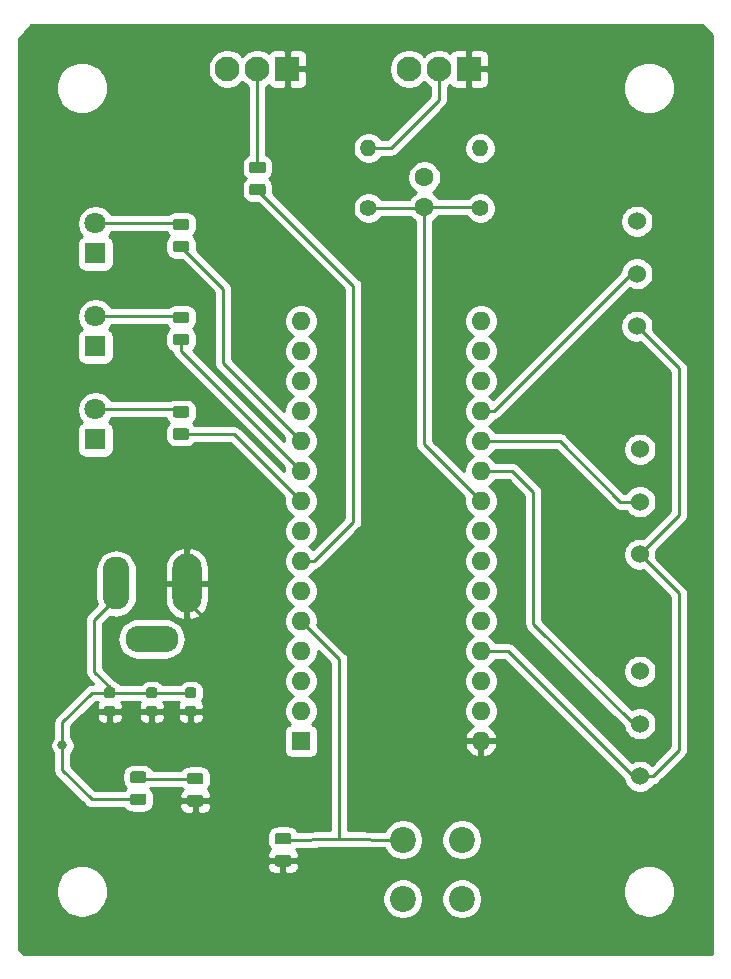
<source format=gbr>
G04 #@! TF.GenerationSoftware,KiCad,Pcbnew,(5.1.5)-3*
G04 #@! TF.CreationDate,2020-03-01T11:41:08-05:00*
G04 #@! TF.ProjectId,LED_Control,4c45445f-436f-46e7-9472-6f6c2e6b6963,rev?*
G04 #@! TF.SameCoordinates,Original*
G04 #@! TF.FileFunction,Copper,L1,Top*
G04 #@! TF.FilePolarity,Positive*
%FSLAX46Y46*%
G04 Gerber Fmt 4.6, Leading zero omitted, Abs format (unit mm)*
G04 Created by KiCad (PCBNEW (5.1.5)-3) date 2020-03-01 11:41:08*
%MOMM*%
%LPD*%
G04 APERTURE LIST*
%ADD10O,1.400000X1.400000*%
%ADD11C,1.400000*%
%ADD12C,2.100000*%
%ADD13R,2.100000X2.100000*%
%ADD14R,1.600000X1.600000*%
%ADD15O,1.600000X1.600000*%
%ADD16C,0.100000*%
%ADD17C,1.600000*%
%ADD18R,1.800000X1.800000*%
%ADD19C,1.800000*%
%ADD20O,2.500000X5.000000*%
%ADD21O,2.250000X4.500000*%
%ADD22O,4.500000X2.250000*%
%ADD23C,1.524000*%
%ADD24C,2.200000*%
%ADD25C,0.800000*%
%ADD26C,0.250000*%
%ADD27C,0.254000*%
G04 APERTURE END LIST*
D10*
X144716500Y-71093000D03*
D11*
X144716500Y-76173000D03*
D12*
X138684000Y-64389000D03*
X141224000Y-64389000D03*
D13*
X143764000Y-64389000D03*
D12*
X123317000Y-64389000D03*
X125857000Y-64389000D03*
D13*
X128397000Y-64389000D03*
D10*
X135255000Y-71093000D03*
D11*
X135255000Y-76173000D03*
D14*
X129540000Y-121285000D03*
D15*
X144780000Y-88265000D03*
X129540000Y-118745000D03*
X144780000Y-90805000D03*
X129540000Y-116205000D03*
X144780000Y-93345000D03*
X129540000Y-113665000D03*
X144780000Y-95885000D03*
X129540000Y-111125000D03*
X144780000Y-98425000D03*
X129540000Y-108585000D03*
X144780000Y-100965000D03*
X129540000Y-106045000D03*
X144780000Y-103505000D03*
X129540000Y-103505000D03*
X144780000Y-106045000D03*
X129540000Y-100965000D03*
X144780000Y-108585000D03*
X129540000Y-98425000D03*
X144780000Y-111125000D03*
X129540000Y-95885000D03*
X144780000Y-113665000D03*
X129540000Y-93345000D03*
X144780000Y-116205000D03*
X129540000Y-90805000D03*
X144780000Y-118745000D03*
X129540000Y-88265000D03*
X144780000Y-121285000D03*
X129540000Y-85725000D03*
X144780000Y-85725000D03*
G04 #@! TA.AperFunction,SMDPad,CuDef*
D16*
G36*
X120483191Y-116759053D02*
G01*
X120504426Y-116762203D01*
X120525250Y-116767419D01*
X120545462Y-116774651D01*
X120564868Y-116783830D01*
X120583281Y-116794866D01*
X120600524Y-116807654D01*
X120616430Y-116822070D01*
X120630846Y-116837976D01*
X120643634Y-116855219D01*
X120654670Y-116873632D01*
X120663849Y-116893038D01*
X120671081Y-116913250D01*
X120676297Y-116934074D01*
X120679447Y-116955309D01*
X120680500Y-116976750D01*
X120680500Y-117414250D01*
X120679447Y-117435691D01*
X120676297Y-117456926D01*
X120671081Y-117477750D01*
X120663849Y-117497962D01*
X120654670Y-117517368D01*
X120643634Y-117535781D01*
X120630846Y-117553024D01*
X120616430Y-117568930D01*
X120600524Y-117583346D01*
X120583281Y-117596134D01*
X120564868Y-117607170D01*
X120545462Y-117616349D01*
X120525250Y-117623581D01*
X120504426Y-117628797D01*
X120483191Y-117631947D01*
X120461750Y-117633000D01*
X119949250Y-117633000D01*
X119927809Y-117631947D01*
X119906574Y-117628797D01*
X119885750Y-117623581D01*
X119865538Y-117616349D01*
X119846132Y-117607170D01*
X119827719Y-117596134D01*
X119810476Y-117583346D01*
X119794570Y-117568930D01*
X119780154Y-117553024D01*
X119767366Y-117535781D01*
X119756330Y-117517368D01*
X119747151Y-117497962D01*
X119739919Y-117477750D01*
X119734703Y-117456926D01*
X119731553Y-117435691D01*
X119730500Y-117414250D01*
X119730500Y-116976750D01*
X119731553Y-116955309D01*
X119734703Y-116934074D01*
X119739919Y-116913250D01*
X119747151Y-116893038D01*
X119756330Y-116873632D01*
X119767366Y-116855219D01*
X119780154Y-116837976D01*
X119794570Y-116822070D01*
X119810476Y-116807654D01*
X119827719Y-116794866D01*
X119846132Y-116783830D01*
X119865538Y-116774651D01*
X119885750Y-116767419D01*
X119906574Y-116762203D01*
X119927809Y-116759053D01*
X119949250Y-116758000D01*
X120461750Y-116758000D01*
X120483191Y-116759053D01*
G37*
G04 #@! TD.AperFunction*
G04 #@! TA.AperFunction,SMDPad,CuDef*
G36*
X120483191Y-118334053D02*
G01*
X120504426Y-118337203D01*
X120525250Y-118342419D01*
X120545462Y-118349651D01*
X120564868Y-118358830D01*
X120583281Y-118369866D01*
X120600524Y-118382654D01*
X120616430Y-118397070D01*
X120630846Y-118412976D01*
X120643634Y-118430219D01*
X120654670Y-118448632D01*
X120663849Y-118468038D01*
X120671081Y-118488250D01*
X120676297Y-118509074D01*
X120679447Y-118530309D01*
X120680500Y-118551750D01*
X120680500Y-118989250D01*
X120679447Y-119010691D01*
X120676297Y-119031926D01*
X120671081Y-119052750D01*
X120663849Y-119072962D01*
X120654670Y-119092368D01*
X120643634Y-119110781D01*
X120630846Y-119128024D01*
X120616430Y-119143930D01*
X120600524Y-119158346D01*
X120583281Y-119171134D01*
X120564868Y-119182170D01*
X120545462Y-119191349D01*
X120525250Y-119198581D01*
X120504426Y-119203797D01*
X120483191Y-119206947D01*
X120461750Y-119208000D01*
X119949250Y-119208000D01*
X119927809Y-119206947D01*
X119906574Y-119203797D01*
X119885750Y-119198581D01*
X119865538Y-119191349D01*
X119846132Y-119182170D01*
X119827719Y-119171134D01*
X119810476Y-119158346D01*
X119794570Y-119143930D01*
X119780154Y-119128024D01*
X119767366Y-119110781D01*
X119756330Y-119092368D01*
X119747151Y-119072962D01*
X119739919Y-119052750D01*
X119734703Y-119031926D01*
X119731553Y-119010691D01*
X119730500Y-118989250D01*
X119730500Y-118551750D01*
X119731553Y-118530309D01*
X119734703Y-118509074D01*
X119739919Y-118488250D01*
X119747151Y-118468038D01*
X119756330Y-118448632D01*
X119767366Y-118430219D01*
X119780154Y-118412976D01*
X119794570Y-118397070D01*
X119810476Y-118382654D01*
X119827719Y-118369866D01*
X119846132Y-118358830D01*
X119865538Y-118349651D01*
X119885750Y-118342419D01*
X119906574Y-118337203D01*
X119927809Y-118334053D01*
X119949250Y-118333000D01*
X120461750Y-118333000D01*
X120483191Y-118334053D01*
G37*
G04 #@! TD.AperFunction*
G04 #@! TA.AperFunction,SMDPad,CuDef*
G36*
X117181191Y-116759053D02*
G01*
X117202426Y-116762203D01*
X117223250Y-116767419D01*
X117243462Y-116774651D01*
X117262868Y-116783830D01*
X117281281Y-116794866D01*
X117298524Y-116807654D01*
X117314430Y-116822070D01*
X117328846Y-116837976D01*
X117341634Y-116855219D01*
X117352670Y-116873632D01*
X117361849Y-116893038D01*
X117369081Y-116913250D01*
X117374297Y-116934074D01*
X117377447Y-116955309D01*
X117378500Y-116976750D01*
X117378500Y-117414250D01*
X117377447Y-117435691D01*
X117374297Y-117456926D01*
X117369081Y-117477750D01*
X117361849Y-117497962D01*
X117352670Y-117517368D01*
X117341634Y-117535781D01*
X117328846Y-117553024D01*
X117314430Y-117568930D01*
X117298524Y-117583346D01*
X117281281Y-117596134D01*
X117262868Y-117607170D01*
X117243462Y-117616349D01*
X117223250Y-117623581D01*
X117202426Y-117628797D01*
X117181191Y-117631947D01*
X117159750Y-117633000D01*
X116647250Y-117633000D01*
X116625809Y-117631947D01*
X116604574Y-117628797D01*
X116583750Y-117623581D01*
X116563538Y-117616349D01*
X116544132Y-117607170D01*
X116525719Y-117596134D01*
X116508476Y-117583346D01*
X116492570Y-117568930D01*
X116478154Y-117553024D01*
X116465366Y-117535781D01*
X116454330Y-117517368D01*
X116445151Y-117497962D01*
X116437919Y-117477750D01*
X116432703Y-117456926D01*
X116429553Y-117435691D01*
X116428500Y-117414250D01*
X116428500Y-116976750D01*
X116429553Y-116955309D01*
X116432703Y-116934074D01*
X116437919Y-116913250D01*
X116445151Y-116893038D01*
X116454330Y-116873632D01*
X116465366Y-116855219D01*
X116478154Y-116837976D01*
X116492570Y-116822070D01*
X116508476Y-116807654D01*
X116525719Y-116794866D01*
X116544132Y-116783830D01*
X116563538Y-116774651D01*
X116583750Y-116767419D01*
X116604574Y-116762203D01*
X116625809Y-116759053D01*
X116647250Y-116758000D01*
X117159750Y-116758000D01*
X117181191Y-116759053D01*
G37*
G04 #@! TD.AperFunction*
G04 #@! TA.AperFunction,SMDPad,CuDef*
G36*
X117181191Y-118334053D02*
G01*
X117202426Y-118337203D01*
X117223250Y-118342419D01*
X117243462Y-118349651D01*
X117262868Y-118358830D01*
X117281281Y-118369866D01*
X117298524Y-118382654D01*
X117314430Y-118397070D01*
X117328846Y-118412976D01*
X117341634Y-118430219D01*
X117352670Y-118448632D01*
X117361849Y-118468038D01*
X117369081Y-118488250D01*
X117374297Y-118509074D01*
X117377447Y-118530309D01*
X117378500Y-118551750D01*
X117378500Y-118989250D01*
X117377447Y-119010691D01*
X117374297Y-119031926D01*
X117369081Y-119052750D01*
X117361849Y-119072962D01*
X117352670Y-119092368D01*
X117341634Y-119110781D01*
X117328846Y-119128024D01*
X117314430Y-119143930D01*
X117298524Y-119158346D01*
X117281281Y-119171134D01*
X117262868Y-119182170D01*
X117243462Y-119191349D01*
X117223250Y-119198581D01*
X117202426Y-119203797D01*
X117181191Y-119206947D01*
X117159750Y-119208000D01*
X116647250Y-119208000D01*
X116625809Y-119206947D01*
X116604574Y-119203797D01*
X116583750Y-119198581D01*
X116563538Y-119191349D01*
X116544132Y-119182170D01*
X116525719Y-119171134D01*
X116508476Y-119158346D01*
X116492570Y-119143930D01*
X116478154Y-119128024D01*
X116465366Y-119110781D01*
X116454330Y-119092368D01*
X116445151Y-119072962D01*
X116437919Y-119052750D01*
X116432703Y-119031926D01*
X116429553Y-119010691D01*
X116428500Y-118989250D01*
X116428500Y-118551750D01*
X116429553Y-118530309D01*
X116432703Y-118509074D01*
X116437919Y-118488250D01*
X116445151Y-118468038D01*
X116454330Y-118448632D01*
X116465366Y-118430219D01*
X116478154Y-118412976D01*
X116492570Y-118397070D01*
X116508476Y-118382654D01*
X116525719Y-118369866D01*
X116544132Y-118358830D01*
X116563538Y-118349651D01*
X116583750Y-118342419D01*
X116604574Y-118337203D01*
X116625809Y-118334053D01*
X116647250Y-118333000D01*
X117159750Y-118333000D01*
X117181191Y-118334053D01*
G37*
G04 #@! TD.AperFunction*
G04 #@! TA.AperFunction,SMDPad,CuDef*
G36*
X113625191Y-118334053D02*
G01*
X113646426Y-118337203D01*
X113667250Y-118342419D01*
X113687462Y-118349651D01*
X113706868Y-118358830D01*
X113725281Y-118369866D01*
X113742524Y-118382654D01*
X113758430Y-118397070D01*
X113772846Y-118412976D01*
X113785634Y-118430219D01*
X113796670Y-118448632D01*
X113805849Y-118468038D01*
X113813081Y-118488250D01*
X113818297Y-118509074D01*
X113821447Y-118530309D01*
X113822500Y-118551750D01*
X113822500Y-118989250D01*
X113821447Y-119010691D01*
X113818297Y-119031926D01*
X113813081Y-119052750D01*
X113805849Y-119072962D01*
X113796670Y-119092368D01*
X113785634Y-119110781D01*
X113772846Y-119128024D01*
X113758430Y-119143930D01*
X113742524Y-119158346D01*
X113725281Y-119171134D01*
X113706868Y-119182170D01*
X113687462Y-119191349D01*
X113667250Y-119198581D01*
X113646426Y-119203797D01*
X113625191Y-119206947D01*
X113603750Y-119208000D01*
X113091250Y-119208000D01*
X113069809Y-119206947D01*
X113048574Y-119203797D01*
X113027750Y-119198581D01*
X113007538Y-119191349D01*
X112988132Y-119182170D01*
X112969719Y-119171134D01*
X112952476Y-119158346D01*
X112936570Y-119143930D01*
X112922154Y-119128024D01*
X112909366Y-119110781D01*
X112898330Y-119092368D01*
X112889151Y-119072962D01*
X112881919Y-119052750D01*
X112876703Y-119031926D01*
X112873553Y-119010691D01*
X112872500Y-118989250D01*
X112872500Y-118551750D01*
X112873553Y-118530309D01*
X112876703Y-118509074D01*
X112881919Y-118488250D01*
X112889151Y-118468038D01*
X112898330Y-118448632D01*
X112909366Y-118430219D01*
X112922154Y-118412976D01*
X112936570Y-118397070D01*
X112952476Y-118382654D01*
X112969719Y-118369866D01*
X112988132Y-118358830D01*
X113007538Y-118349651D01*
X113027750Y-118342419D01*
X113048574Y-118337203D01*
X113069809Y-118334053D01*
X113091250Y-118333000D01*
X113603750Y-118333000D01*
X113625191Y-118334053D01*
G37*
G04 #@! TD.AperFunction*
G04 #@! TA.AperFunction,SMDPad,CuDef*
G36*
X113625191Y-116759053D02*
G01*
X113646426Y-116762203D01*
X113667250Y-116767419D01*
X113687462Y-116774651D01*
X113706868Y-116783830D01*
X113725281Y-116794866D01*
X113742524Y-116807654D01*
X113758430Y-116822070D01*
X113772846Y-116837976D01*
X113785634Y-116855219D01*
X113796670Y-116873632D01*
X113805849Y-116893038D01*
X113813081Y-116913250D01*
X113818297Y-116934074D01*
X113821447Y-116955309D01*
X113822500Y-116976750D01*
X113822500Y-117414250D01*
X113821447Y-117435691D01*
X113818297Y-117456926D01*
X113813081Y-117477750D01*
X113805849Y-117497962D01*
X113796670Y-117517368D01*
X113785634Y-117535781D01*
X113772846Y-117553024D01*
X113758430Y-117568930D01*
X113742524Y-117583346D01*
X113725281Y-117596134D01*
X113706868Y-117607170D01*
X113687462Y-117616349D01*
X113667250Y-117623581D01*
X113646426Y-117628797D01*
X113625191Y-117631947D01*
X113603750Y-117633000D01*
X113091250Y-117633000D01*
X113069809Y-117631947D01*
X113048574Y-117628797D01*
X113027750Y-117623581D01*
X113007538Y-117616349D01*
X112988132Y-117607170D01*
X112969719Y-117596134D01*
X112952476Y-117583346D01*
X112936570Y-117568930D01*
X112922154Y-117553024D01*
X112909366Y-117535781D01*
X112898330Y-117517368D01*
X112889151Y-117497962D01*
X112881919Y-117477750D01*
X112876703Y-117456926D01*
X112873553Y-117435691D01*
X112872500Y-117414250D01*
X112872500Y-116976750D01*
X112873553Y-116955309D01*
X112876703Y-116934074D01*
X112881919Y-116913250D01*
X112889151Y-116893038D01*
X112898330Y-116873632D01*
X112909366Y-116855219D01*
X112922154Y-116837976D01*
X112936570Y-116822070D01*
X112952476Y-116807654D01*
X112969719Y-116794866D01*
X112988132Y-116783830D01*
X113007538Y-116774651D01*
X113027750Y-116767419D01*
X113048574Y-116762203D01*
X113069809Y-116759053D01*
X113091250Y-116758000D01*
X113603750Y-116758000D01*
X113625191Y-116759053D01*
G37*
G04 #@! TD.AperFunction*
D17*
X139985750Y-76073000D03*
X139985750Y-73573000D03*
D18*
X112141000Y-95758000D03*
D19*
X112141000Y-93218000D03*
X112141000Y-85344000D03*
D18*
X112141000Y-87884000D03*
X112141000Y-80010000D03*
D19*
X112141000Y-77470000D03*
G04 #@! TA.AperFunction,SMDPad,CuDef*
D16*
G36*
X116240642Y-125736674D02*
G01*
X116264303Y-125740184D01*
X116287507Y-125745996D01*
X116310029Y-125754054D01*
X116331653Y-125764282D01*
X116352170Y-125776579D01*
X116371383Y-125790829D01*
X116389107Y-125806893D01*
X116405171Y-125824617D01*
X116419421Y-125843830D01*
X116431718Y-125864347D01*
X116441946Y-125885971D01*
X116450004Y-125908493D01*
X116455816Y-125931697D01*
X116459326Y-125955358D01*
X116460500Y-125979250D01*
X116460500Y-126466750D01*
X116459326Y-126490642D01*
X116455816Y-126514303D01*
X116450004Y-126537507D01*
X116441946Y-126560029D01*
X116431718Y-126581653D01*
X116419421Y-126602170D01*
X116405171Y-126621383D01*
X116389107Y-126639107D01*
X116371383Y-126655171D01*
X116352170Y-126669421D01*
X116331653Y-126681718D01*
X116310029Y-126691946D01*
X116287507Y-126700004D01*
X116264303Y-126705816D01*
X116240642Y-126709326D01*
X116216750Y-126710500D01*
X115304250Y-126710500D01*
X115280358Y-126709326D01*
X115256697Y-126705816D01*
X115233493Y-126700004D01*
X115210971Y-126691946D01*
X115189347Y-126681718D01*
X115168830Y-126669421D01*
X115149617Y-126655171D01*
X115131893Y-126639107D01*
X115115829Y-126621383D01*
X115101579Y-126602170D01*
X115089282Y-126581653D01*
X115079054Y-126560029D01*
X115070996Y-126537507D01*
X115065184Y-126514303D01*
X115061674Y-126490642D01*
X115060500Y-126466750D01*
X115060500Y-125979250D01*
X115061674Y-125955358D01*
X115065184Y-125931697D01*
X115070996Y-125908493D01*
X115079054Y-125885971D01*
X115089282Y-125864347D01*
X115101579Y-125843830D01*
X115115829Y-125824617D01*
X115131893Y-125806893D01*
X115149617Y-125790829D01*
X115168830Y-125776579D01*
X115189347Y-125764282D01*
X115210971Y-125754054D01*
X115233493Y-125745996D01*
X115256697Y-125740184D01*
X115280358Y-125736674D01*
X115304250Y-125735500D01*
X116216750Y-125735500D01*
X116240642Y-125736674D01*
G37*
G04 #@! TD.AperFunction*
G04 #@! TA.AperFunction,SMDPad,CuDef*
G36*
X116240642Y-123861674D02*
G01*
X116264303Y-123865184D01*
X116287507Y-123870996D01*
X116310029Y-123879054D01*
X116331653Y-123889282D01*
X116352170Y-123901579D01*
X116371383Y-123915829D01*
X116389107Y-123931893D01*
X116405171Y-123949617D01*
X116419421Y-123968830D01*
X116431718Y-123989347D01*
X116441946Y-124010971D01*
X116450004Y-124033493D01*
X116455816Y-124056697D01*
X116459326Y-124080358D01*
X116460500Y-124104250D01*
X116460500Y-124591750D01*
X116459326Y-124615642D01*
X116455816Y-124639303D01*
X116450004Y-124662507D01*
X116441946Y-124685029D01*
X116431718Y-124706653D01*
X116419421Y-124727170D01*
X116405171Y-124746383D01*
X116389107Y-124764107D01*
X116371383Y-124780171D01*
X116352170Y-124794421D01*
X116331653Y-124806718D01*
X116310029Y-124816946D01*
X116287507Y-124825004D01*
X116264303Y-124830816D01*
X116240642Y-124834326D01*
X116216750Y-124835500D01*
X115304250Y-124835500D01*
X115280358Y-124834326D01*
X115256697Y-124830816D01*
X115233493Y-124825004D01*
X115210971Y-124816946D01*
X115189347Y-124806718D01*
X115168830Y-124794421D01*
X115149617Y-124780171D01*
X115131893Y-124764107D01*
X115115829Y-124746383D01*
X115101579Y-124727170D01*
X115089282Y-124706653D01*
X115079054Y-124685029D01*
X115070996Y-124662507D01*
X115065184Y-124639303D01*
X115061674Y-124615642D01*
X115060500Y-124591750D01*
X115060500Y-124104250D01*
X115061674Y-124080358D01*
X115065184Y-124056697D01*
X115070996Y-124033493D01*
X115079054Y-124010971D01*
X115089282Y-123989347D01*
X115101579Y-123968830D01*
X115115829Y-123949617D01*
X115131893Y-123931893D01*
X115149617Y-123915829D01*
X115168830Y-123901579D01*
X115189347Y-123889282D01*
X115210971Y-123879054D01*
X115233493Y-123870996D01*
X115256697Y-123865184D01*
X115280358Y-123861674D01*
X115304250Y-123860500D01*
X116216750Y-123860500D01*
X116240642Y-123861674D01*
G37*
G04 #@! TD.AperFunction*
D20*
X119888000Y-107950000D03*
D21*
X113888000Y-107950000D03*
D22*
X116888000Y-112650000D03*
G04 #@! TA.AperFunction,SMDPad,CuDef*
D16*
G36*
X128496142Y-130943674D02*
G01*
X128519803Y-130947184D01*
X128543007Y-130952996D01*
X128565529Y-130961054D01*
X128587153Y-130971282D01*
X128607670Y-130983579D01*
X128626883Y-130997829D01*
X128644607Y-131013893D01*
X128660671Y-131031617D01*
X128674921Y-131050830D01*
X128687218Y-131071347D01*
X128697446Y-131092971D01*
X128705504Y-131115493D01*
X128711316Y-131138697D01*
X128714826Y-131162358D01*
X128716000Y-131186250D01*
X128716000Y-131673750D01*
X128714826Y-131697642D01*
X128711316Y-131721303D01*
X128705504Y-131744507D01*
X128697446Y-131767029D01*
X128687218Y-131788653D01*
X128674921Y-131809170D01*
X128660671Y-131828383D01*
X128644607Y-131846107D01*
X128626883Y-131862171D01*
X128607670Y-131876421D01*
X128587153Y-131888718D01*
X128565529Y-131898946D01*
X128543007Y-131907004D01*
X128519803Y-131912816D01*
X128496142Y-131916326D01*
X128472250Y-131917500D01*
X127559750Y-131917500D01*
X127535858Y-131916326D01*
X127512197Y-131912816D01*
X127488993Y-131907004D01*
X127466471Y-131898946D01*
X127444847Y-131888718D01*
X127424330Y-131876421D01*
X127405117Y-131862171D01*
X127387393Y-131846107D01*
X127371329Y-131828383D01*
X127357079Y-131809170D01*
X127344782Y-131788653D01*
X127334554Y-131767029D01*
X127326496Y-131744507D01*
X127320684Y-131721303D01*
X127317174Y-131697642D01*
X127316000Y-131673750D01*
X127316000Y-131186250D01*
X127317174Y-131162358D01*
X127320684Y-131138697D01*
X127326496Y-131115493D01*
X127334554Y-131092971D01*
X127344782Y-131071347D01*
X127357079Y-131050830D01*
X127371329Y-131031617D01*
X127387393Y-131013893D01*
X127405117Y-130997829D01*
X127424330Y-130983579D01*
X127444847Y-130971282D01*
X127466471Y-130961054D01*
X127488993Y-130952996D01*
X127512197Y-130947184D01*
X127535858Y-130943674D01*
X127559750Y-130942500D01*
X128472250Y-130942500D01*
X128496142Y-130943674D01*
G37*
G04 #@! TD.AperFunction*
G04 #@! TA.AperFunction,SMDPad,CuDef*
G36*
X128496142Y-129068674D02*
G01*
X128519803Y-129072184D01*
X128543007Y-129077996D01*
X128565529Y-129086054D01*
X128587153Y-129096282D01*
X128607670Y-129108579D01*
X128626883Y-129122829D01*
X128644607Y-129138893D01*
X128660671Y-129156617D01*
X128674921Y-129175830D01*
X128687218Y-129196347D01*
X128697446Y-129217971D01*
X128705504Y-129240493D01*
X128711316Y-129263697D01*
X128714826Y-129287358D01*
X128716000Y-129311250D01*
X128716000Y-129798750D01*
X128714826Y-129822642D01*
X128711316Y-129846303D01*
X128705504Y-129869507D01*
X128697446Y-129892029D01*
X128687218Y-129913653D01*
X128674921Y-129934170D01*
X128660671Y-129953383D01*
X128644607Y-129971107D01*
X128626883Y-129987171D01*
X128607670Y-130001421D01*
X128587153Y-130013718D01*
X128565529Y-130023946D01*
X128543007Y-130032004D01*
X128519803Y-130037816D01*
X128496142Y-130041326D01*
X128472250Y-130042500D01*
X127559750Y-130042500D01*
X127535858Y-130041326D01*
X127512197Y-130037816D01*
X127488993Y-130032004D01*
X127466471Y-130023946D01*
X127444847Y-130013718D01*
X127424330Y-130001421D01*
X127405117Y-129987171D01*
X127387393Y-129971107D01*
X127371329Y-129953383D01*
X127357079Y-129934170D01*
X127344782Y-129913653D01*
X127334554Y-129892029D01*
X127326496Y-129869507D01*
X127320684Y-129846303D01*
X127317174Y-129822642D01*
X127316000Y-129798750D01*
X127316000Y-129311250D01*
X127317174Y-129287358D01*
X127320684Y-129263697D01*
X127326496Y-129240493D01*
X127334554Y-129217971D01*
X127344782Y-129196347D01*
X127357079Y-129175830D01*
X127371329Y-129156617D01*
X127387393Y-129138893D01*
X127405117Y-129122829D01*
X127424330Y-129108579D01*
X127444847Y-129096282D01*
X127466471Y-129086054D01*
X127488993Y-129077996D01*
X127512197Y-129072184D01*
X127535858Y-129068674D01*
X127559750Y-129067500D01*
X128472250Y-129067500D01*
X128496142Y-129068674D01*
G37*
G04 #@! TD.AperFunction*
G04 #@! TA.AperFunction,SMDPad,CuDef*
G36*
X126337142Y-72236174D02*
G01*
X126360803Y-72239684D01*
X126384007Y-72245496D01*
X126406529Y-72253554D01*
X126428153Y-72263782D01*
X126448670Y-72276079D01*
X126467883Y-72290329D01*
X126485607Y-72306393D01*
X126501671Y-72324117D01*
X126515921Y-72343330D01*
X126528218Y-72363847D01*
X126538446Y-72385471D01*
X126546504Y-72407993D01*
X126552316Y-72431197D01*
X126555826Y-72454858D01*
X126557000Y-72478750D01*
X126557000Y-72966250D01*
X126555826Y-72990142D01*
X126552316Y-73013803D01*
X126546504Y-73037007D01*
X126538446Y-73059529D01*
X126528218Y-73081153D01*
X126515921Y-73101670D01*
X126501671Y-73120883D01*
X126485607Y-73138607D01*
X126467883Y-73154671D01*
X126448670Y-73168921D01*
X126428153Y-73181218D01*
X126406529Y-73191446D01*
X126384007Y-73199504D01*
X126360803Y-73205316D01*
X126337142Y-73208826D01*
X126313250Y-73210000D01*
X125400750Y-73210000D01*
X125376858Y-73208826D01*
X125353197Y-73205316D01*
X125329993Y-73199504D01*
X125307471Y-73191446D01*
X125285847Y-73181218D01*
X125265330Y-73168921D01*
X125246117Y-73154671D01*
X125228393Y-73138607D01*
X125212329Y-73120883D01*
X125198079Y-73101670D01*
X125185782Y-73081153D01*
X125175554Y-73059529D01*
X125167496Y-73037007D01*
X125161684Y-73013803D01*
X125158174Y-72990142D01*
X125157000Y-72966250D01*
X125157000Y-72478750D01*
X125158174Y-72454858D01*
X125161684Y-72431197D01*
X125167496Y-72407993D01*
X125175554Y-72385471D01*
X125185782Y-72363847D01*
X125198079Y-72343330D01*
X125212329Y-72324117D01*
X125228393Y-72306393D01*
X125246117Y-72290329D01*
X125265330Y-72276079D01*
X125285847Y-72263782D01*
X125307471Y-72253554D01*
X125329993Y-72245496D01*
X125353197Y-72239684D01*
X125376858Y-72236174D01*
X125400750Y-72235000D01*
X126313250Y-72235000D01*
X126337142Y-72236174D01*
G37*
G04 #@! TD.AperFunction*
G04 #@! TA.AperFunction,SMDPad,CuDef*
G36*
X126337142Y-74111174D02*
G01*
X126360803Y-74114684D01*
X126384007Y-74120496D01*
X126406529Y-74128554D01*
X126428153Y-74138782D01*
X126448670Y-74151079D01*
X126467883Y-74165329D01*
X126485607Y-74181393D01*
X126501671Y-74199117D01*
X126515921Y-74218330D01*
X126528218Y-74238847D01*
X126538446Y-74260471D01*
X126546504Y-74282993D01*
X126552316Y-74306197D01*
X126555826Y-74329858D01*
X126557000Y-74353750D01*
X126557000Y-74841250D01*
X126555826Y-74865142D01*
X126552316Y-74888803D01*
X126546504Y-74912007D01*
X126538446Y-74934529D01*
X126528218Y-74956153D01*
X126515921Y-74976670D01*
X126501671Y-74995883D01*
X126485607Y-75013607D01*
X126467883Y-75029671D01*
X126448670Y-75043921D01*
X126428153Y-75056218D01*
X126406529Y-75066446D01*
X126384007Y-75074504D01*
X126360803Y-75080316D01*
X126337142Y-75083826D01*
X126313250Y-75085000D01*
X125400750Y-75085000D01*
X125376858Y-75083826D01*
X125353197Y-75080316D01*
X125329993Y-75074504D01*
X125307471Y-75066446D01*
X125285847Y-75056218D01*
X125265330Y-75043921D01*
X125246117Y-75029671D01*
X125228393Y-75013607D01*
X125212329Y-74995883D01*
X125198079Y-74976670D01*
X125185782Y-74956153D01*
X125175554Y-74934529D01*
X125167496Y-74912007D01*
X125161684Y-74888803D01*
X125158174Y-74865142D01*
X125157000Y-74841250D01*
X125157000Y-74353750D01*
X125158174Y-74329858D01*
X125161684Y-74306197D01*
X125167496Y-74282993D01*
X125175554Y-74260471D01*
X125185782Y-74238847D01*
X125198079Y-74218330D01*
X125212329Y-74199117D01*
X125228393Y-74181393D01*
X125246117Y-74165329D01*
X125265330Y-74151079D01*
X125285847Y-74138782D01*
X125307471Y-74128554D01*
X125329993Y-74120496D01*
X125353197Y-74114684D01*
X125376858Y-74111174D01*
X125400750Y-74110000D01*
X126313250Y-74110000D01*
X126337142Y-74111174D01*
G37*
G04 #@! TD.AperFunction*
G04 #@! TA.AperFunction,SMDPad,CuDef*
G36*
X119860142Y-92937174D02*
G01*
X119883803Y-92940684D01*
X119907007Y-92946496D01*
X119929529Y-92954554D01*
X119951153Y-92964782D01*
X119971670Y-92977079D01*
X119990883Y-92991329D01*
X120008607Y-93007393D01*
X120024671Y-93025117D01*
X120038921Y-93044330D01*
X120051218Y-93064847D01*
X120061446Y-93086471D01*
X120069504Y-93108993D01*
X120075316Y-93132197D01*
X120078826Y-93155858D01*
X120080000Y-93179750D01*
X120080000Y-93667250D01*
X120078826Y-93691142D01*
X120075316Y-93714803D01*
X120069504Y-93738007D01*
X120061446Y-93760529D01*
X120051218Y-93782153D01*
X120038921Y-93802670D01*
X120024671Y-93821883D01*
X120008607Y-93839607D01*
X119990883Y-93855671D01*
X119971670Y-93869921D01*
X119951153Y-93882218D01*
X119929529Y-93892446D01*
X119907007Y-93900504D01*
X119883803Y-93906316D01*
X119860142Y-93909826D01*
X119836250Y-93911000D01*
X118923750Y-93911000D01*
X118899858Y-93909826D01*
X118876197Y-93906316D01*
X118852993Y-93900504D01*
X118830471Y-93892446D01*
X118808847Y-93882218D01*
X118788330Y-93869921D01*
X118769117Y-93855671D01*
X118751393Y-93839607D01*
X118735329Y-93821883D01*
X118721079Y-93802670D01*
X118708782Y-93782153D01*
X118698554Y-93760529D01*
X118690496Y-93738007D01*
X118684684Y-93714803D01*
X118681174Y-93691142D01*
X118680000Y-93667250D01*
X118680000Y-93179750D01*
X118681174Y-93155858D01*
X118684684Y-93132197D01*
X118690496Y-93108993D01*
X118698554Y-93086471D01*
X118708782Y-93064847D01*
X118721079Y-93044330D01*
X118735329Y-93025117D01*
X118751393Y-93007393D01*
X118769117Y-92991329D01*
X118788330Y-92977079D01*
X118808847Y-92964782D01*
X118830471Y-92954554D01*
X118852993Y-92946496D01*
X118876197Y-92940684D01*
X118899858Y-92937174D01*
X118923750Y-92936000D01*
X119836250Y-92936000D01*
X119860142Y-92937174D01*
G37*
G04 #@! TD.AperFunction*
G04 #@! TA.AperFunction,SMDPad,CuDef*
G36*
X119860142Y-94812174D02*
G01*
X119883803Y-94815684D01*
X119907007Y-94821496D01*
X119929529Y-94829554D01*
X119951153Y-94839782D01*
X119971670Y-94852079D01*
X119990883Y-94866329D01*
X120008607Y-94882393D01*
X120024671Y-94900117D01*
X120038921Y-94919330D01*
X120051218Y-94939847D01*
X120061446Y-94961471D01*
X120069504Y-94983993D01*
X120075316Y-95007197D01*
X120078826Y-95030858D01*
X120080000Y-95054750D01*
X120080000Y-95542250D01*
X120078826Y-95566142D01*
X120075316Y-95589803D01*
X120069504Y-95613007D01*
X120061446Y-95635529D01*
X120051218Y-95657153D01*
X120038921Y-95677670D01*
X120024671Y-95696883D01*
X120008607Y-95714607D01*
X119990883Y-95730671D01*
X119971670Y-95744921D01*
X119951153Y-95757218D01*
X119929529Y-95767446D01*
X119907007Y-95775504D01*
X119883803Y-95781316D01*
X119860142Y-95784826D01*
X119836250Y-95786000D01*
X118923750Y-95786000D01*
X118899858Y-95784826D01*
X118876197Y-95781316D01*
X118852993Y-95775504D01*
X118830471Y-95767446D01*
X118808847Y-95757218D01*
X118788330Y-95744921D01*
X118769117Y-95730671D01*
X118751393Y-95714607D01*
X118735329Y-95696883D01*
X118721079Y-95677670D01*
X118708782Y-95657153D01*
X118698554Y-95635529D01*
X118690496Y-95613007D01*
X118684684Y-95589803D01*
X118681174Y-95566142D01*
X118680000Y-95542250D01*
X118680000Y-95054750D01*
X118681174Y-95030858D01*
X118684684Y-95007197D01*
X118690496Y-94983993D01*
X118698554Y-94961471D01*
X118708782Y-94939847D01*
X118721079Y-94919330D01*
X118735329Y-94900117D01*
X118751393Y-94882393D01*
X118769117Y-94866329D01*
X118788330Y-94852079D01*
X118808847Y-94839782D01*
X118830471Y-94829554D01*
X118852993Y-94821496D01*
X118876197Y-94815684D01*
X118899858Y-94812174D01*
X118923750Y-94811000D01*
X119836250Y-94811000D01*
X119860142Y-94812174D01*
G37*
G04 #@! TD.AperFunction*
G04 #@! TA.AperFunction,SMDPad,CuDef*
G36*
X119860142Y-84936174D02*
G01*
X119883803Y-84939684D01*
X119907007Y-84945496D01*
X119929529Y-84953554D01*
X119951153Y-84963782D01*
X119971670Y-84976079D01*
X119990883Y-84990329D01*
X120008607Y-85006393D01*
X120024671Y-85024117D01*
X120038921Y-85043330D01*
X120051218Y-85063847D01*
X120061446Y-85085471D01*
X120069504Y-85107993D01*
X120075316Y-85131197D01*
X120078826Y-85154858D01*
X120080000Y-85178750D01*
X120080000Y-85666250D01*
X120078826Y-85690142D01*
X120075316Y-85713803D01*
X120069504Y-85737007D01*
X120061446Y-85759529D01*
X120051218Y-85781153D01*
X120038921Y-85801670D01*
X120024671Y-85820883D01*
X120008607Y-85838607D01*
X119990883Y-85854671D01*
X119971670Y-85868921D01*
X119951153Y-85881218D01*
X119929529Y-85891446D01*
X119907007Y-85899504D01*
X119883803Y-85905316D01*
X119860142Y-85908826D01*
X119836250Y-85910000D01*
X118923750Y-85910000D01*
X118899858Y-85908826D01*
X118876197Y-85905316D01*
X118852993Y-85899504D01*
X118830471Y-85891446D01*
X118808847Y-85881218D01*
X118788330Y-85868921D01*
X118769117Y-85854671D01*
X118751393Y-85838607D01*
X118735329Y-85820883D01*
X118721079Y-85801670D01*
X118708782Y-85781153D01*
X118698554Y-85759529D01*
X118690496Y-85737007D01*
X118684684Y-85713803D01*
X118681174Y-85690142D01*
X118680000Y-85666250D01*
X118680000Y-85178750D01*
X118681174Y-85154858D01*
X118684684Y-85131197D01*
X118690496Y-85107993D01*
X118698554Y-85085471D01*
X118708782Y-85063847D01*
X118721079Y-85043330D01*
X118735329Y-85024117D01*
X118751393Y-85006393D01*
X118769117Y-84990329D01*
X118788330Y-84976079D01*
X118808847Y-84963782D01*
X118830471Y-84953554D01*
X118852993Y-84945496D01*
X118876197Y-84939684D01*
X118899858Y-84936174D01*
X118923750Y-84935000D01*
X119836250Y-84935000D01*
X119860142Y-84936174D01*
G37*
G04 #@! TD.AperFunction*
G04 #@! TA.AperFunction,SMDPad,CuDef*
G36*
X119860142Y-86811174D02*
G01*
X119883803Y-86814684D01*
X119907007Y-86820496D01*
X119929529Y-86828554D01*
X119951153Y-86838782D01*
X119971670Y-86851079D01*
X119990883Y-86865329D01*
X120008607Y-86881393D01*
X120024671Y-86899117D01*
X120038921Y-86918330D01*
X120051218Y-86938847D01*
X120061446Y-86960471D01*
X120069504Y-86982993D01*
X120075316Y-87006197D01*
X120078826Y-87029858D01*
X120080000Y-87053750D01*
X120080000Y-87541250D01*
X120078826Y-87565142D01*
X120075316Y-87588803D01*
X120069504Y-87612007D01*
X120061446Y-87634529D01*
X120051218Y-87656153D01*
X120038921Y-87676670D01*
X120024671Y-87695883D01*
X120008607Y-87713607D01*
X119990883Y-87729671D01*
X119971670Y-87743921D01*
X119951153Y-87756218D01*
X119929529Y-87766446D01*
X119907007Y-87774504D01*
X119883803Y-87780316D01*
X119860142Y-87783826D01*
X119836250Y-87785000D01*
X118923750Y-87785000D01*
X118899858Y-87783826D01*
X118876197Y-87780316D01*
X118852993Y-87774504D01*
X118830471Y-87766446D01*
X118808847Y-87756218D01*
X118788330Y-87743921D01*
X118769117Y-87729671D01*
X118751393Y-87713607D01*
X118735329Y-87695883D01*
X118721079Y-87676670D01*
X118708782Y-87656153D01*
X118698554Y-87634529D01*
X118690496Y-87612007D01*
X118684684Y-87588803D01*
X118681174Y-87565142D01*
X118680000Y-87541250D01*
X118680000Y-87053750D01*
X118681174Y-87029858D01*
X118684684Y-87006197D01*
X118690496Y-86982993D01*
X118698554Y-86960471D01*
X118708782Y-86938847D01*
X118721079Y-86918330D01*
X118735329Y-86899117D01*
X118751393Y-86881393D01*
X118769117Y-86865329D01*
X118788330Y-86851079D01*
X118808847Y-86838782D01*
X118830471Y-86828554D01*
X118852993Y-86820496D01*
X118876197Y-86814684D01*
X118899858Y-86811174D01*
X118923750Y-86810000D01*
X119836250Y-86810000D01*
X119860142Y-86811174D01*
G37*
G04 #@! TD.AperFunction*
G04 #@! TA.AperFunction,SMDPad,CuDef*
G36*
X119860142Y-78937174D02*
G01*
X119883803Y-78940684D01*
X119907007Y-78946496D01*
X119929529Y-78954554D01*
X119951153Y-78964782D01*
X119971670Y-78977079D01*
X119990883Y-78991329D01*
X120008607Y-79007393D01*
X120024671Y-79025117D01*
X120038921Y-79044330D01*
X120051218Y-79064847D01*
X120061446Y-79086471D01*
X120069504Y-79108993D01*
X120075316Y-79132197D01*
X120078826Y-79155858D01*
X120080000Y-79179750D01*
X120080000Y-79667250D01*
X120078826Y-79691142D01*
X120075316Y-79714803D01*
X120069504Y-79738007D01*
X120061446Y-79760529D01*
X120051218Y-79782153D01*
X120038921Y-79802670D01*
X120024671Y-79821883D01*
X120008607Y-79839607D01*
X119990883Y-79855671D01*
X119971670Y-79869921D01*
X119951153Y-79882218D01*
X119929529Y-79892446D01*
X119907007Y-79900504D01*
X119883803Y-79906316D01*
X119860142Y-79909826D01*
X119836250Y-79911000D01*
X118923750Y-79911000D01*
X118899858Y-79909826D01*
X118876197Y-79906316D01*
X118852993Y-79900504D01*
X118830471Y-79892446D01*
X118808847Y-79882218D01*
X118788330Y-79869921D01*
X118769117Y-79855671D01*
X118751393Y-79839607D01*
X118735329Y-79821883D01*
X118721079Y-79802670D01*
X118708782Y-79782153D01*
X118698554Y-79760529D01*
X118690496Y-79738007D01*
X118684684Y-79714803D01*
X118681174Y-79691142D01*
X118680000Y-79667250D01*
X118680000Y-79179750D01*
X118681174Y-79155858D01*
X118684684Y-79132197D01*
X118690496Y-79108993D01*
X118698554Y-79086471D01*
X118708782Y-79064847D01*
X118721079Y-79044330D01*
X118735329Y-79025117D01*
X118751393Y-79007393D01*
X118769117Y-78991329D01*
X118788330Y-78977079D01*
X118808847Y-78964782D01*
X118830471Y-78954554D01*
X118852993Y-78946496D01*
X118876197Y-78940684D01*
X118899858Y-78937174D01*
X118923750Y-78936000D01*
X119836250Y-78936000D01*
X119860142Y-78937174D01*
G37*
G04 #@! TD.AperFunction*
G04 #@! TA.AperFunction,SMDPad,CuDef*
G36*
X119860142Y-77062174D02*
G01*
X119883803Y-77065684D01*
X119907007Y-77071496D01*
X119929529Y-77079554D01*
X119951153Y-77089782D01*
X119971670Y-77102079D01*
X119990883Y-77116329D01*
X120008607Y-77132393D01*
X120024671Y-77150117D01*
X120038921Y-77169330D01*
X120051218Y-77189847D01*
X120061446Y-77211471D01*
X120069504Y-77233993D01*
X120075316Y-77257197D01*
X120078826Y-77280858D01*
X120080000Y-77304750D01*
X120080000Y-77792250D01*
X120078826Y-77816142D01*
X120075316Y-77839803D01*
X120069504Y-77863007D01*
X120061446Y-77885529D01*
X120051218Y-77907153D01*
X120038921Y-77927670D01*
X120024671Y-77946883D01*
X120008607Y-77964607D01*
X119990883Y-77980671D01*
X119971670Y-77994921D01*
X119951153Y-78007218D01*
X119929529Y-78017446D01*
X119907007Y-78025504D01*
X119883803Y-78031316D01*
X119860142Y-78034826D01*
X119836250Y-78036000D01*
X118923750Y-78036000D01*
X118899858Y-78034826D01*
X118876197Y-78031316D01*
X118852993Y-78025504D01*
X118830471Y-78017446D01*
X118808847Y-78007218D01*
X118788330Y-77994921D01*
X118769117Y-77980671D01*
X118751393Y-77964607D01*
X118735329Y-77946883D01*
X118721079Y-77927670D01*
X118708782Y-77907153D01*
X118698554Y-77885529D01*
X118690496Y-77863007D01*
X118684684Y-77839803D01*
X118681174Y-77816142D01*
X118680000Y-77792250D01*
X118680000Y-77304750D01*
X118681174Y-77280858D01*
X118684684Y-77257197D01*
X118690496Y-77233993D01*
X118698554Y-77211471D01*
X118708782Y-77189847D01*
X118721079Y-77169330D01*
X118735329Y-77150117D01*
X118751393Y-77132393D01*
X118769117Y-77116329D01*
X118788330Y-77102079D01*
X118808847Y-77089782D01*
X118830471Y-77079554D01*
X118852993Y-77071496D01*
X118876197Y-77065684D01*
X118899858Y-77062174D01*
X118923750Y-77061000D01*
X119836250Y-77061000D01*
X119860142Y-77062174D01*
G37*
G04 #@! TD.AperFunction*
G04 #@! TA.AperFunction,SMDPad,CuDef*
G36*
X121066642Y-125863674D02*
G01*
X121090303Y-125867184D01*
X121113507Y-125872996D01*
X121136029Y-125881054D01*
X121157653Y-125891282D01*
X121178170Y-125903579D01*
X121197383Y-125917829D01*
X121215107Y-125933893D01*
X121231171Y-125951617D01*
X121245421Y-125970830D01*
X121257718Y-125991347D01*
X121267946Y-126012971D01*
X121276004Y-126035493D01*
X121281816Y-126058697D01*
X121285326Y-126082358D01*
X121286500Y-126106250D01*
X121286500Y-126593750D01*
X121285326Y-126617642D01*
X121281816Y-126641303D01*
X121276004Y-126664507D01*
X121267946Y-126687029D01*
X121257718Y-126708653D01*
X121245421Y-126729170D01*
X121231171Y-126748383D01*
X121215107Y-126766107D01*
X121197383Y-126782171D01*
X121178170Y-126796421D01*
X121157653Y-126808718D01*
X121136029Y-126818946D01*
X121113507Y-126827004D01*
X121090303Y-126832816D01*
X121066642Y-126836326D01*
X121042750Y-126837500D01*
X120130250Y-126837500D01*
X120106358Y-126836326D01*
X120082697Y-126832816D01*
X120059493Y-126827004D01*
X120036971Y-126818946D01*
X120015347Y-126808718D01*
X119994830Y-126796421D01*
X119975617Y-126782171D01*
X119957893Y-126766107D01*
X119941829Y-126748383D01*
X119927579Y-126729170D01*
X119915282Y-126708653D01*
X119905054Y-126687029D01*
X119896996Y-126664507D01*
X119891184Y-126641303D01*
X119887674Y-126617642D01*
X119886500Y-126593750D01*
X119886500Y-126106250D01*
X119887674Y-126082358D01*
X119891184Y-126058697D01*
X119896996Y-126035493D01*
X119905054Y-126012971D01*
X119915282Y-125991347D01*
X119927579Y-125970830D01*
X119941829Y-125951617D01*
X119957893Y-125933893D01*
X119975617Y-125917829D01*
X119994830Y-125903579D01*
X120015347Y-125891282D01*
X120036971Y-125881054D01*
X120059493Y-125872996D01*
X120082697Y-125867184D01*
X120106358Y-125863674D01*
X120130250Y-125862500D01*
X121042750Y-125862500D01*
X121066642Y-125863674D01*
G37*
G04 #@! TD.AperFunction*
G04 #@! TA.AperFunction,SMDPad,CuDef*
G36*
X121066642Y-123988674D02*
G01*
X121090303Y-123992184D01*
X121113507Y-123997996D01*
X121136029Y-124006054D01*
X121157653Y-124016282D01*
X121178170Y-124028579D01*
X121197383Y-124042829D01*
X121215107Y-124058893D01*
X121231171Y-124076617D01*
X121245421Y-124095830D01*
X121257718Y-124116347D01*
X121267946Y-124137971D01*
X121276004Y-124160493D01*
X121281816Y-124183697D01*
X121285326Y-124207358D01*
X121286500Y-124231250D01*
X121286500Y-124718750D01*
X121285326Y-124742642D01*
X121281816Y-124766303D01*
X121276004Y-124789507D01*
X121267946Y-124812029D01*
X121257718Y-124833653D01*
X121245421Y-124854170D01*
X121231171Y-124873383D01*
X121215107Y-124891107D01*
X121197383Y-124907171D01*
X121178170Y-124921421D01*
X121157653Y-124933718D01*
X121136029Y-124943946D01*
X121113507Y-124952004D01*
X121090303Y-124957816D01*
X121066642Y-124961326D01*
X121042750Y-124962500D01*
X120130250Y-124962500D01*
X120106358Y-124961326D01*
X120082697Y-124957816D01*
X120059493Y-124952004D01*
X120036971Y-124943946D01*
X120015347Y-124933718D01*
X119994830Y-124921421D01*
X119975617Y-124907171D01*
X119957893Y-124891107D01*
X119941829Y-124873383D01*
X119927579Y-124854170D01*
X119915282Y-124833653D01*
X119905054Y-124812029D01*
X119896996Y-124789507D01*
X119891184Y-124766303D01*
X119887674Y-124742642D01*
X119886500Y-124718750D01*
X119886500Y-124231250D01*
X119887674Y-124207358D01*
X119891184Y-124183697D01*
X119896996Y-124160493D01*
X119905054Y-124137971D01*
X119915282Y-124116347D01*
X119927579Y-124095830D01*
X119941829Y-124076617D01*
X119957893Y-124058893D01*
X119975617Y-124042829D01*
X119994830Y-124028579D01*
X120015347Y-124016282D01*
X120036971Y-124006054D01*
X120059493Y-123997996D01*
X120082697Y-123992184D01*
X120106358Y-123988674D01*
X120130250Y-123987500D01*
X121042750Y-123987500D01*
X121066642Y-123988674D01*
G37*
G04 #@! TD.AperFunction*
D23*
X157988000Y-86174500D03*
X157988000Y-81724500D03*
X157988000Y-77274500D03*
X158242000Y-96578500D03*
X158242000Y-101028500D03*
X158242000Y-105478500D03*
X158242000Y-115374500D03*
X158242000Y-119824500D03*
X158242000Y-124274500D03*
D24*
X143152500Y-129643500D03*
X138152500Y-129643500D03*
X143152500Y-134643500D03*
X138152500Y-134643500D03*
D25*
X109347000Y-121666000D03*
D26*
X145923000Y-93345000D02*
X144780000Y-93345000D01*
X157480000Y-81788000D02*
X145923000Y-93345000D01*
X145911370Y-95885000D02*
X144780000Y-95885000D01*
X151449370Y-95885000D02*
X145911370Y-95885000D01*
X158242000Y-101028500D02*
X156592870Y-101028500D01*
X156592870Y-101028500D02*
X151449370Y-95885000D01*
X128104500Y-129643500D02*
X128016000Y-129555000D01*
X132778500Y-114363500D02*
X132778500Y-129603500D01*
X129540000Y-111125000D02*
X132778500Y-114363500D01*
X138152500Y-129643500D02*
X132778500Y-129603500D01*
X132778500Y-129603500D02*
X128104500Y-129643500D01*
X149225000Y-100203000D02*
X147447000Y-98425000D01*
X147447000Y-98425000D02*
X144780000Y-98425000D01*
X157734000Y-119888000D02*
X149225000Y-111379000D01*
X149225000Y-111379000D02*
X149225000Y-100203000D01*
X133985000Y-82725500D02*
X125857000Y-74597500D01*
X133985000Y-102731370D02*
X133985000Y-82725500D01*
X130671370Y-106045000D02*
X133985000Y-102731370D01*
X129540000Y-106045000D02*
X130671370Y-106045000D01*
X123873500Y-95298500D02*
X129540000Y-100965000D01*
X119380000Y-95298500D02*
X123873500Y-95298500D01*
X119380000Y-88265000D02*
X129540000Y-98425000D01*
X119380000Y-87297500D02*
X119380000Y-88265000D01*
X119380000Y-79423500D02*
X122936000Y-82979500D01*
X122936000Y-89281000D02*
X129540000Y-95885000D01*
X122936000Y-82979500D02*
X122936000Y-89281000D01*
X147061000Y-113665000D02*
X144780000Y-113665000D01*
X157734000Y-124338000D02*
X147061000Y-113665000D01*
X159319630Y-124274500D02*
X161544000Y-122050130D01*
X158242000Y-124274500D02*
X159319630Y-124274500D01*
X161544000Y-108780500D02*
X158242000Y-105478500D01*
X161544000Y-122050130D02*
X161544000Y-108780500D01*
X159003999Y-104716501D02*
X159003999Y-104711501D01*
X158242000Y-105478500D02*
X159003999Y-104716501D01*
X159003999Y-104711501D02*
X161544000Y-102171500D01*
X161544000Y-89730500D02*
X157988000Y-86174500D01*
X161544000Y-102171500D02*
X161544000Y-89730500D01*
X113822500Y-117195500D02*
X116903500Y-117195500D01*
X113347500Y-117195500D02*
X113822500Y-117195500D01*
X116903500Y-117195500D02*
X120205500Y-117195500D01*
X115760500Y-126223000D02*
X111808500Y-126223000D01*
X111808500Y-126223000D02*
X109347000Y-123761500D01*
X109347000Y-123761500D02*
X109347000Y-121666000D01*
X111849000Y-117195500D02*
X113347500Y-117195500D01*
X109347000Y-119697500D02*
X111849000Y-117195500D01*
X109347000Y-121666000D02*
X109347000Y-119697500D01*
X113347500Y-116758000D02*
X112014000Y-115424500D01*
X113347500Y-117195500D02*
X113347500Y-116758000D01*
X112014000Y-111014416D02*
X113253356Y-109775060D01*
X112014000Y-115424500D02*
X112014000Y-111014416D01*
X119888000Y-109029500D02*
X119713060Y-109204440D01*
X119888000Y-107950000D02*
X119888000Y-109029500D01*
X120205500Y-118770500D02*
X122339000Y-118770500D01*
X122339000Y-118770500D02*
X123571000Y-117538500D01*
X123571000Y-113073416D02*
X120522644Y-110025060D01*
X123571000Y-117538500D02*
X123571000Y-113073416D01*
X139885750Y-76173000D02*
X139985750Y-76073000D01*
X135255000Y-76173000D02*
X139885750Y-76173000D01*
X144616500Y-76073000D02*
X144716500Y-76173000D01*
X139985750Y-76073000D02*
X144616500Y-76073000D01*
X139985750Y-96170750D02*
X144780000Y-100965000D01*
X139985750Y-76073000D02*
X139985750Y-96170750D01*
X119253000Y-93169500D02*
X119507000Y-93423500D01*
X119174500Y-93218000D02*
X119380000Y-93423500D01*
X112141000Y-93218000D02*
X119174500Y-93218000D01*
X119301500Y-85344000D02*
X119380000Y-85422500D01*
X112141000Y-85344000D02*
X119301500Y-85344000D01*
X119301500Y-77470000D02*
X119380000Y-77548500D01*
X112141000Y-77470000D02*
X119301500Y-77470000D01*
X115887500Y-124475000D02*
X115760500Y-124348000D01*
X120586500Y-124475000D02*
X115887500Y-124475000D01*
X125857000Y-72235000D02*
X125857000Y-64389000D01*
X125857000Y-72722500D02*
X125857000Y-72235000D01*
X141224000Y-66992500D02*
X141224000Y-64389000D01*
X137123500Y-71093000D02*
X141224000Y-66992500D01*
X135255000Y-71093000D02*
X137123500Y-71093000D01*
D27*
G36*
X164340000Y-61522606D02*
G01*
X164340001Y-139332560D01*
X164330702Y-139340000D01*
X106080432Y-139340000D01*
X105660000Y-138972122D01*
X105660000Y-133779872D01*
X108765000Y-133779872D01*
X108765000Y-134220128D01*
X108850890Y-134651925D01*
X109019369Y-135058669D01*
X109263962Y-135424729D01*
X109575271Y-135736038D01*
X109941331Y-135980631D01*
X110348075Y-136149110D01*
X110779872Y-136235000D01*
X111220128Y-136235000D01*
X111651925Y-136149110D01*
X112058669Y-135980631D01*
X112424729Y-135736038D01*
X112736038Y-135424729D01*
X112980631Y-135058669D01*
X113149110Y-134651925D01*
X113184776Y-134472617D01*
X136417500Y-134472617D01*
X136417500Y-134814383D01*
X136484175Y-135149581D01*
X136614963Y-135465331D01*
X136804837Y-135749498D01*
X137046502Y-135991163D01*
X137330669Y-136181037D01*
X137646419Y-136311825D01*
X137981617Y-136378500D01*
X138323383Y-136378500D01*
X138658581Y-136311825D01*
X138974331Y-136181037D01*
X139258498Y-135991163D01*
X139500163Y-135749498D01*
X139690037Y-135465331D01*
X139820825Y-135149581D01*
X139887500Y-134814383D01*
X139887500Y-134472617D01*
X141417500Y-134472617D01*
X141417500Y-134814383D01*
X141484175Y-135149581D01*
X141614963Y-135465331D01*
X141804837Y-135749498D01*
X142046502Y-135991163D01*
X142330669Y-136181037D01*
X142646419Y-136311825D01*
X142981617Y-136378500D01*
X143323383Y-136378500D01*
X143658581Y-136311825D01*
X143974331Y-136181037D01*
X144258498Y-135991163D01*
X144500163Y-135749498D01*
X144690037Y-135465331D01*
X144820825Y-135149581D01*
X144887500Y-134814383D01*
X144887500Y-134472617D01*
X144820825Y-134137419D01*
X144690037Y-133821669D01*
X144662110Y-133779872D01*
X156765000Y-133779872D01*
X156765000Y-134220128D01*
X156850890Y-134651925D01*
X157019369Y-135058669D01*
X157263962Y-135424729D01*
X157575271Y-135736038D01*
X157941331Y-135980631D01*
X158348075Y-136149110D01*
X158779872Y-136235000D01*
X159220128Y-136235000D01*
X159651925Y-136149110D01*
X160058669Y-135980631D01*
X160424729Y-135736038D01*
X160736038Y-135424729D01*
X160980631Y-135058669D01*
X161149110Y-134651925D01*
X161235000Y-134220128D01*
X161235000Y-133779872D01*
X161149110Y-133348075D01*
X160980631Y-132941331D01*
X160736038Y-132575271D01*
X160424729Y-132263962D01*
X160058669Y-132019369D01*
X159651925Y-131850890D01*
X159220128Y-131765000D01*
X158779872Y-131765000D01*
X158348075Y-131850890D01*
X157941331Y-132019369D01*
X157575271Y-132263962D01*
X157263962Y-132575271D01*
X157019369Y-132941331D01*
X156850890Y-133348075D01*
X156765000Y-133779872D01*
X144662110Y-133779872D01*
X144500163Y-133537502D01*
X144258498Y-133295837D01*
X143974331Y-133105963D01*
X143658581Y-132975175D01*
X143323383Y-132908500D01*
X142981617Y-132908500D01*
X142646419Y-132975175D01*
X142330669Y-133105963D01*
X142046502Y-133295837D01*
X141804837Y-133537502D01*
X141614963Y-133821669D01*
X141484175Y-134137419D01*
X141417500Y-134472617D01*
X139887500Y-134472617D01*
X139820825Y-134137419D01*
X139690037Y-133821669D01*
X139500163Y-133537502D01*
X139258498Y-133295837D01*
X138974331Y-133105963D01*
X138658581Y-132975175D01*
X138323383Y-132908500D01*
X137981617Y-132908500D01*
X137646419Y-132975175D01*
X137330669Y-133105963D01*
X137046502Y-133295837D01*
X136804837Y-133537502D01*
X136614963Y-133821669D01*
X136484175Y-134137419D01*
X136417500Y-134472617D01*
X113184776Y-134472617D01*
X113235000Y-134220128D01*
X113235000Y-133779872D01*
X113149110Y-133348075D01*
X112980631Y-132941331D01*
X112736038Y-132575271D01*
X112424729Y-132263962D01*
X112058669Y-132019369D01*
X111812736Y-131917500D01*
X126677928Y-131917500D01*
X126690188Y-132041982D01*
X126726498Y-132161680D01*
X126785463Y-132271994D01*
X126864815Y-132368685D01*
X126961506Y-132448037D01*
X127071820Y-132507002D01*
X127191518Y-132543312D01*
X127316000Y-132555572D01*
X127730250Y-132552500D01*
X127889000Y-132393750D01*
X127889000Y-131557000D01*
X128143000Y-131557000D01*
X128143000Y-132393750D01*
X128301750Y-132552500D01*
X128716000Y-132555572D01*
X128840482Y-132543312D01*
X128960180Y-132507002D01*
X129070494Y-132448037D01*
X129167185Y-132368685D01*
X129246537Y-132271994D01*
X129305502Y-132161680D01*
X129341812Y-132041982D01*
X129354072Y-131917500D01*
X129351000Y-131715750D01*
X129192250Y-131557000D01*
X128143000Y-131557000D01*
X127889000Y-131557000D01*
X126839750Y-131557000D01*
X126681000Y-131715750D01*
X126677928Y-131917500D01*
X111812736Y-131917500D01*
X111651925Y-131850890D01*
X111220128Y-131765000D01*
X110779872Y-131765000D01*
X110348075Y-131850890D01*
X109941331Y-132019369D01*
X109575271Y-132263962D01*
X109263962Y-132575271D01*
X109019369Y-132941331D01*
X108850890Y-133348075D01*
X108765000Y-133779872D01*
X105660000Y-133779872D01*
X105660000Y-121564061D01*
X108312000Y-121564061D01*
X108312000Y-121767939D01*
X108351774Y-121967898D01*
X108429795Y-122156256D01*
X108543063Y-122325774D01*
X108587001Y-122369712D01*
X108587000Y-123724177D01*
X108583324Y-123761500D01*
X108587000Y-123798822D01*
X108587000Y-123798832D01*
X108597997Y-123910485D01*
X108619768Y-123982254D01*
X108641454Y-124053746D01*
X108712026Y-124185776D01*
X108749346Y-124231250D01*
X108806999Y-124301501D01*
X108836003Y-124325304D01*
X111244701Y-126734003D01*
X111268499Y-126763001D01*
X111384224Y-126857974D01*
X111516253Y-126928546D01*
X111659514Y-126972003D01*
X111771167Y-126983000D01*
X111771175Y-126983000D01*
X111808500Y-126986676D01*
X111845825Y-126983000D01*
X114592655Y-126983000D01*
X114680708Y-127090292D01*
X114814336Y-127199958D01*
X114966791Y-127281447D01*
X115132215Y-127331628D01*
X115304250Y-127348572D01*
X116216750Y-127348572D01*
X116388785Y-127331628D01*
X116554209Y-127281447D01*
X116706664Y-127199958D01*
X116840292Y-127090292D01*
X116949958Y-126956664D01*
X117013652Y-126837500D01*
X119248428Y-126837500D01*
X119260688Y-126961982D01*
X119296998Y-127081680D01*
X119355963Y-127191994D01*
X119435315Y-127288685D01*
X119532006Y-127368037D01*
X119642320Y-127427002D01*
X119762018Y-127463312D01*
X119886500Y-127475572D01*
X120300750Y-127472500D01*
X120459500Y-127313750D01*
X120459500Y-126477000D01*
X120713500Y-126477000D01*
X120713500Y-127313750D01*
X120872250Y-127472500D01*
X121286500Y-127475572D01*
X121410982Y-127463312D01*
X121530680Y-127427002D01*
X121640994Y-127368037D01*
X121737685Y-127288685D01*
X121817037Y-127191994D01*
X121876002Y-127081680D01*
X121912312Y-126961982D01*
X121924572Y-126837500D01*
X121921500Y-126635750D01*
X121762750Y-126477000D01*
X120713500Y-126477000D01*
X120459500Y-126477000D01*
X119410250Y-126477000D01*
X119251500Y-126635750D01*
X119248428Y-126837500D01*
X117013652Y-126837500D01*
X117031447Y-126804209D01*
X117081628Y-126638785D01*
X117098572Y-126466750D01*
X117098572Y-125979250D01*
X117081628Y-125807215D01*
X117031447Y-125641791D01*
X116949958Y-125489336D01*
X116840292Y-125355708D01*
X116754744Y-125285500D01*
X116816278Y-125235000D01*
X119418655Y-125235000D01*
X119506708Y-125342292D01*
X119513064Y-125347508D01*
X119435315Y-125411315D01*
X119355963Y-125508006D01*
X119296998Y-125618320D01*
X119260688Y-125738018D01*
X119248428Y-125862500D01*
X119251500Y-126064250D01*
X119410250Y-126223000D01*
X120459500Y-126223000D01*
X120459500Y-126203000D01*
X120713500Y-126203000D01*
X120713500Y-126223000D01*
X121762750Y-126223000D01*
X121921500Y-126064250D01*
X121924572Y-125862500D01*
X121912312Y-125738018D01*
X121876002Y-125618320D01*
X121817037Y-125508006D01*
X121737685Y-125411315D01*
X121659936Y-125347508D01*
X121666292Y-125342292D01*
X121775958Y-125208664D01*
X121857447Y-125056209D01*
X121907628Y-124890785D01*
X121924572Y-124718750D01*
X121924572Y-124231250D01*
X121907628Y-124059215D01*
X121857447Y-123893791D01*
X121775958Y-123741336D01*
X121666292Y-123607708D01*
X121532664Y-123498042D01*
X121380209Y-123416553D01*
X121214785Y-123366372D01*
X121042750Y-123349428D01*
X120130250Y-123349428D01*
X119958215Y-123366372D01*
X119792791Y-123416553D01*
X119640336Y-123498042D01*
X119506708Y-123607708D01*
X119418655Y-123715000D01*
X117003764Y-123715000D01*
X116949958Y-123614336D01*
X116840292Y-123480708D01*
X116706664Y-123371042D01*
X116554209Y-123289553D01*
X116388785Y-123239372D01*
X116216750Y-123222428D01*
X115304250Y-123222428D01*
X115132215Y-123239372D01*
X114966791Y-123289553D01*
X114814336Y-123371042D01*
X114680708Y-123480708D01*
X114571042Y-123614336D01*
X114489553Y-123766791D01*
X114439372Y-123932215D01*
X114422428Y-124104250D01*
X114422428Y-124591750D01*
X114439372Y-124763785D01*
X114489553Y-124929209D01*
X114571042Y-125081664D01*
X114680708Y-125215292D01*
X114766256Y-125285500D01*
X114680708Y-125355708D01*
X114592655Y-125463000D01*
X112123302Y-125463000D01*
X110107000Y-123446699D01*
X110107000Y-122369711D01*
X110150937Y-122325774D01*
X110264205Y-122156256D01*
X110342226Y-121967898D01*
X110382000Y-121767939D01*
X110382000Y-121564061D01*
X110342226Y-121364102D01*
X110264205Y-121175744D01*
X110150937Y-121006226D01*
X110107000Y-120962289D01*
X110107000Y-120012301D01*
X110911301Y-119208000D01*
X112234428Y-119208000D01*
X112246688Y-119332482D01*
X112282998Y-119452180D01*
X112341963Y-119562494D01*
X112421315Y-119659185D01*
X112518006Y-119738537D01*
X112628320Y-119797502D01*
X112748018Y-119833812D01*
X112872500Y-119846072D01*
X113061750Y-119843000D01*
X113220500Y-119684250D01*
X113220500Y-118897500D01*
X113474500Y-118897500D01*
X113474500Y-119684250D01*
X113633250Y-119843000D01*
X113822500Y-119846072D01*
X113946982Y-119833812D01*
X114066680Y-119797502D01*
X114176994Y-119738537D01*
X114273685Y-119659185D01*
X114353037Y-119562494D01*
X114412002Y-119452180D01*
X114448312Y-119332482D01*
X114460572Y-119208000D01*
X115790428Y-119208000D01*
X115802688Y-119332482D01*
X115838998Y-119452180D01*
X115897963Y-119562494D01*
X115977315Y-119659185D01*
X116074006Y-119738537D01*
X116184320Y-119797502D01*
X116304018Y-119833812D01*
X116428500Y-119846072D01*
X116617750Y-119843000D01*
X116776500Y-119684250D01*
X116776500Y-118897500D01*
X117030500Y-118897500D01*
X117030500Y-119684250D01*
X117189250Y-119843000D01*
X117378500Y-119846072D01*
X117502982Y-119833812D01*
X117622680Y-119797502D01*
X117732994Y-119738537D01*
X117829685Y-119659185D01*
X117909037Y-119562494D01*
X117968002Y-119452180D01*
X118004312Y-119332482D01*
X118016572Y-119208000D01*
X119092428Y-119208000D01*
X119104688Y-119332482D01*
X119140998Y-119452180D01*
X119199963Y-119562494D01*
X119279315Y-119659185D01*
X119376006Y-119738537D01*
X119486320Y-119797502D01*
X119606018Y-119833812D01*
X119730500Y-119846072D01*
X119919750Y-119843000D01*
X120078500Y-119684250D01*
X120078500Y-118897500D01*
X120332500Y-118897500D01*
X120332500Y-119684250D01*
X120491250Y-119843000D01*
X120680500Y-119846072D01*
X120804982Y-119833812D01*
X120924680Y-119797502D01*
X121034994Y-119738537D01*
X121131685Y-119659185D01*
X121211037Y-119562494D01*
X121270002Y-119452180D01*
X121306312Y-119332482D01*
X121318572Y-119208000D01*
X121315500Y-119056250D01*
X121156750Y-118897500D01*
X120332500Y-118897500D01*
X120078500Y-118897500D01*
X119254250Y-118897500D01*
X119095500Y-119056250D01*
X119092428Y-119208000D01*
X118016572Y-119208000D01*
X118013500Y-119056250D01*
X117854750Y-118897500D01*
X117030500Y-118897500D01*
X116776500Y-118897500D01*
X115952250Y-118897500D01*
X115793500Y-119056250D01*
X115790428Y-119208000D01*
X114460572Y-119208000D01*
X114457500Y-119056250D01*
X114298750Y-118897500D01*
X113474500Y-118897500D01*
X113220500Y-118897500D01*
X112396250Y-118897500D01*
X112237500Y-119056250D01*
X112234428Y-119208000D01*
X110911301Y-119208000D01*
X112163802Y-117955500D01*
X112360843Y-117955500D01*
X112341963Y-117978506D01*
X112282998Y-118088820D01*
X112246688Y-118208518D01*
X112234428Y-118333000D01*
X112237500Y-118484750D01*
X112396250Y-118643500D01*
X113220500Y-118643500D01*
X113220500Y-118623500D01*
X113474500Y-118623500D01*
X113474500Y-118643500D01*
X114298750Y-118643500D01*
X114457500Y-118484750D01*
X114460572Y-118333000D01*
X114448312Y-118208518D01*
X114412002Y-118088820D01*
X114353037Y-117978506D01*
X114334157Y-117955500D01*
X115916843Y-117955500D01*
X115897963Y-117978506D01*
X115838998Y-118088820D01*
X115802688Y-118208518D01*
X115790428Y-118333000D01*
X115793500Y-118484750D01*
X115952250Y-118643500D01*
X116776500Y-118643500D01*
X116776500Y-118623500D01*
X117030500Y-118623500D01*
X117030500Y-118643500D01*
X117854750Y-118643500D01*
X118013500Y-118484750D01*
X118016572Y-118333000D01*
X118004312Y-118208518D01*
X117968002Y-118088820D01*
X117909037Y-117978506D01*
X117890157Y-117955500D01*
X119218843Y-117955500D01*
X119199963Y-117978506D01*
X119140998Y-118088820D01*
X119104688Y-118208518D01*
X119092428Y-118333000D01*
X119095500Y-118484750D01*
X119254250Y-118643500D01*
X120078500Y-118643500D01*
X120078500Y-118623500D01*
X120332500Y-118623500D01*
X120332500Y-118643500D01*
X121156750Y-118643500D01*
X121315500Y-118484750D01*
X121318572Y-118333000D01*
X121306312Y-118208518D01*
X121270002Y-118088820D01*
X121211037Y-117978506D01*
X121156400Y-117911930D01*
X121174171Y-117890275D01*
X121253350Y-117742142D01*
X121302108Y-117581408D01*
X121318572Y-117414250D01*
X121318572Y-116976750D01*
X121302108Y-116809592D01*
X121253350Y-116648858D01*
X121174171Y-116500725D01*
X121067615Y-116370885D01*
X120937775Y-116264329D01*
X120789642Y-116185150D01*
X120628908Y-116136392D01*
X120461750Y-116119928D01*
X119949250Y-116119928D01*
X119782092Y-116136392D01*
X119621358Y-116185150D01*
X119473225Y-116264329D01*
X119343385Y-116370885D01*
X119290357Y-116435500D01*
X117818643Y-116435500D01*
X117765615Y-116370885D01*
X117635775Y-116264329D01*
X117487642Y-116185150D01*
X117326908Y-116136392D01*
X117159750Y-116119928D01*
X116647250Y-116119928D01*
X116480092Y-116136392D01*
X116319358Y-116185150D01*
X116171225Y-116264329D01*
X116041385Y-116370885D01*
X115988357Y-116435500D01*
X114262643Y-116435500D01*
X114209615Y-116370885D01*
X114079775Y-116264329D01*
X113931642Y-116185150D01*
X113813664Y-116149362D01*
X112774000Y-115109699D01*
X112774000Y-112650000D01*
X113994485Y-112650000D01*
X114028467Y-112995020D01*
X114129105Y-113326781D01*
X114292534Y-113632534D01*
X114512471Y-113900529D01*
X114780466Y-114120466D01*
X115086219Y-114283895D01*
X115417980Y-114384533D01*
X115676547Y-114410000D01*
X118099453Y-114410000D01*
X118358020Y-114384533D01*
X118689781Y-114283895D01*
X118995534Y-114120466D01*
X119263529Y-113900529D01*
X119483466Y-113632534D01*
X119646895Y-113326781D01*
X119747533Y-112995020D01*
X119781515Y-112650000D01*
X119747533Y-112304980D01*
X119646895Y-111973219D01*
X119483466Y-111667466D01*
X119263529Y-111399471D01*
X118995534Y-111179534D01*
X118689781Y-111016105D01*
X118358020Y-110915467D01*
X118099453Y-110890000D01*
X115676547Y-110890000D01*
X115417980Y-110915467D01*
X115086219Y-111016105D01*
X114780466Y-111179534D01*
X114512471Y-111399471D01*
X114292534Y-111667466D01*
X114129105Y-111973219D01*
X114028467Y-112304980D01*
X113994485Y-112650000D01*
X112774000Y-112650000D01*
X112774000Y-111329217D01*
X113351706Y-110751511D01*
X113542980Y-110809533D01*
X113888000Y-110843515D01*
X114233019Y-110809533D01*
X114564780Y-110708895D01*
X114870533Y-110545466D01*
X115138529Y-110325529D01*
X115358466Y-110057534D01*
X115521895Y-109751781D01*
X115622533Y-109420020D01*
X115648000Y-109161453D01*
X115648000Y-106738547D01*
X115631695Y-106573000D01*
X118003000Y-106573000D01*
X118003000Y-107823000D01*
X118752951Y-107823000D01*
X118752950Y-108077000D01*
X118003000Y-108077000D01*
X118003000Y-109327000D01*
X118063996Y-109692305D01*
X118195088Y-110038691D01*
X118391237Y-110352847D01*
X118644906Y-110622699D01*
X118946347Y-110837878D01*
X119283975Y-110990114D01*
X119468355Y-111037695D01*
X119761000Y-110921572D01*
X119761000Y-110335050D01*
X120015000Y-110335050D01*
X120015000Y-110921572D01*
X120307645Y-111037695D01*
X120492025Y-110990114D01*
X120829653Y-110837878D01*
X121131094Y-110622699D01*
X121384763Y-110352847D01*
X121580912Y-110038691D01*
X121712004Y-109692305D01*
X121773000Y-109327000D01*
X121773000Y-108077000D01*
X121023050Y-108077000D01*
X121023050Y-107823000D01*
X121773000Y-107823000D01*
X121773000Y-106573000D01*
X121712004Y-106207695D01*
X121580912Y-105861309D01*
X121384763Y-105547153D01*
X121131094Y-105277301D01*
X120829653Y-105062122D01*
X120492025Y-104909886D01*
X120307645Y-104862305D01*
X120015000Y-104978428D01*
X120015000Y-105564950D01*
X119761000Y-105564950D01*
X119761000Y-104978428D01*
X119468355Y-104862305D01*
X119283975Y-104909886D01*
X118946347Y-105062122D01*
X118644906Y-105277301D01*
X118391237Y-105547153D01*
X118195088Y-105861309D01*
X118063996Y-106207695D01*
X118003000Y-106573000D01*
X115631695Y-106573000D01*
X115622533Y-106479980D01*
X115521895Y-106148219D01*
X115358466Y-105842466D01*
X115138529Y-105574471D01*
X114870534Y-105354534D01*
X114564781Y-105191105D01*
X114233020Y-105090467D01*
X113888000Y-105056485D01*
X113542981Y-105090467D01*
X113211220Y-105191105D01*
X112905467Y-105354534D01*
X112637472Y-105574471D01*
X112417535Y-105842466D01*
X112254106Y-106148219D01*
X112153468Y-106479980D01*
X112128001Y-106738547D01*
X112128000Y-109161452D01*
X112153467Y-109420019D01*
X112241939Y-109711675D01*
X111502998Y-110450617D01*
X111474000Y-110474415D01*
X111450202Y-110503413D01*
X111450201Y-110503414D01*
X111379026Y-110590140D01*
X111308454Y-110722170D01*
X111264998Y-110865431D01*
X111250324Y-111014416D01*
X111254001Y-111051748D01*
X111254000Y-115387177D01*
X111250324Y-115424500D01*
X111254000Y-115461822D01*
X111254000Y-115461832D01*
X111264997Y-115573485D01*
X111308454Y-115716746D01*
X111379026Y-115848776D01*
X111418871Y-115897326D01*
X111473999Y-115964501D01*
X111503003Y-115988304D01*
X111950199Y-116435500D01*
X111886322Y-116435500D01*
X111848999Y-116431824D01*
X111811676Y-116435500D01*
X111811667Y-116435500D01*
X111700014Y-116446497D01*
X111556753Y-116489954D01*
X111424724Y-116560526D01*
X111308999Y-116655499D01*
X111285201Y-116684497D01*
X108835998Y-119133701D01*
X108807000Y-119157499D01*
X108783202Y-119186497D01*
X108783201Y-119186498D01*
X108712026Y-119273224D01*
X108641454Y-119405254D01*
X108597998Y-119548515D01*
X108583324Y-119697500D01*
X108587001Y-119734832D01*
X108587000Y-120962289D01*
X108543063Y-121006226D01*
X108429795Y-121175744D01*
X108351774Y-121364102D01*
X108312000Y-121564061D01*
X105660000Y-121564061D01*
X105660000Y-79110000D01*
X110602928Y-79110000D01*
X110602928Y-80910000D01*
X110615188Y-81034482D01*
X110651498Y-81154180D01*
X110710463Y-81264494D01*
X110789815Y-81361185D01*
X110886506Y-81440537D01*
X110996820Y-81499502D01*
X111116518Y-81535812D01*
X111241000Y-81548072D01*
X113041000Y-81548072D01*
X113165482Y-81535812D01*
X113285180Y-81499502D01*
X113395494Y-81440537D01*
X113492185Y-81361185D01*
X113571537Y-81264494D01*
X113630502Y-81154180D01*
X113666812Y-81034482D01*
X113679072Y-80910000D01*
X113679072Y-79110000D01*
X113666812Y-78985518D01*
X113630502Y-78865820D01*
X113571537Y-78755506D01*
X113492185Y-78658815D01*
X113395494Y-78579463D01*
X113285180Y-78520498D01*
X113266873Y-78514944D01*
X113333312Y-78448505D01*
X113479313Y-78230000D01*
X118162660Y-78230000D01*
X118190542Y-78282164D01*
X118300208Y-78415792D01*
X118385756Y-78486000D01*
X118300208Y-78556208D01*
X118190542Y-78689836D01*
X118109053Y-78842291D01*
X118058872Y-79007715D01*
X118041928Y-79179750D01*
X118041928Y-79667250D01*
X118058872Y-79839285D01*
X118109053Y-80004709D01*
X118190542Y-80157164D01*
X118300208Y-80290792D01*
X118433836Y-80400458D01*
X118586291Y-80481947D01*
X118751715Y-80532128D01*
X118923750Y-80549072D01*
X119430771Y-80549072D01*
X122176000Y-83294303D01*
X122176001Y-89243668D01*
X122172324Y-89281000D01*
X122186998Y-89429985D01*
X122230454Y-89573246D01*
X122301026Y-89705276D01*
X122372201Y-89792002D01*
X122396000Y-89821001D01*
X122424998Y-89844799D01*
X128141312Y-95561114D01*
X128105000Y-95743665D01*
X128105000Y-95915198D01*
X120402012Y-88212211D01*
X120459792Y-88164792D01*
X120569458Y-88031164D01*
X120650947Y-87878709D01*
X120701128Y-87713285D01*
X120718072Y-87541250D01*
X120718072Y-87053750D01*
X120701128Y-86881715D01*
X120650947Y-86716291D01*
X120569458Y-86563836D01*
X120459792Y-86430208D01*
X120374244Y-86360000D01*
X120459792Y-86289792D01*
X120569458Y-86156164D01*
X120650947Y-86003709D01*
X120701128Y-85838285D01*
X120718072Y-85666250D01*
X120718072Y-85178750D01*
X120701128Y-85006715D01*
X120650947Y-84841291D01*
X120569458Y-84688836D01*
X120459792Y-84555208D01*
X120326164Y-84445542D01*
X120173709Y-84364053D01*
X120008285Y-84313872D01*
X119836250Y-84296928D01*
X118923750Y-84296928D01*
X118751715Y-84313872D01*
X118586291Y-84364053D01*
X118433836Y-84445542D01*
X118300208Y-84555208D01*
X118276579Y-84584000D01*
X113479313Y-84584000D01*
X113333312Y-84365495D01*
X113119505Y-84151688D01*
X112868095Y-83983701D01*
X112588743Y-83867989D01*
X112292184Y-83809000D01*
X111989816Y-83809000D01*
X111693257Y-83867989D01*
X111413905Y-83983701D01*
X111162495Y-84151688D01*
X110948688Y-84365495D01*
X110780701Y-84616905D01*
X110664989Y-84896257D01*
X110606000Y-85192816D01*
X110606000Y-85495184D01*
X110664989Y-85791743D01*
X110780701Y-86071095D01*
X110948688Y-86322505D01*
X111015127Y-86388944D01*
X110996820Y-86394498D01*
X110886506Y-86453463D01*
X110789815Y-86532815D01*
X110710463Y-86629506D01*
X110651498Y-86739820D01*
X110615188Y-86859518D01*
X110602928Y-86984000D01*
X110602928Y-88784000D01*
X110615188Y-88908482D01*
X110651498Y-89028180D01*
X110710463Y-89138494D01*
X110789815Y-89235185D01*
X110886506Y-89314537D01*
X110996820Y-89373502D01*
X111116518Y-89409812D01*
X111241000Y-89422072D01*
X113041000Y-89422072D01*
X113165482Y-89409812D01*
X113285180Y-89373502D01*
X113395494Y-89314537D01*
X113492185Y-89235185D01*
X113571537Y-89138494D01*
X113630502Y-89028180D01*
X113666812Y-88908482D01*
X113679072Y-88784000D01*
X113679072Y-86984000D01*
X113666812Y-86859518D01*
X113630502Y-86739820D01*
X113571537Y-86629506D01*
X113492185Y-86532815D01*
X113395494Y-86453463D01*
X113285180Y-86394498D01*
X113266873Y-86388944D01*
X113333312Y-86322505D01*
X113479313Y-86104000D01*
X118162660Y-86104000D01*
X118190542Y-86156164D01*
X118300208Y-86289792D01*
X118385756Y-86360000D01*
X118300208Y-86430208D01*
X118190542Y-86563836D01*
X118109053Y-86716291D01*
X118058872Y-86881715D01*
X118041928Y-87053750D01*
X118041928Y-87541250D01*
X118058872Y-87713285D01*
X118109053Y-87878709D01*
X118190542Y-88031164D01*
X118300208Y-88164792D01*
X118433836Y-88274458D01*
X118586291Y-88355947D01*
X118626482Y-88368139D01*
X118630245Y-88406335D01*
X118630998Y-88413985D01*
X118674454Y-88557246D01*
X118745026Y-88689276D01*
X118816201Y-88776002D01*
X118840000Y-88805001D01*
X118868998Y-88828799D01*
X128141312Y-98101114D01*
X128105000Y-98283665D01*
X128105000Y-98455198D01*
X124437304Y-94787503D01*
X124413501Y-94758499D01*
X124297776Y-94663526D01*
X124165747Y-94592954D01*
X124022486Y-94549497D01*
X123910833Y-94538500D01*
X123910822Y-94538500D01*
X123873500Y-94534824D01*
X123836178Y-94538500D01*
X120547845Y-94538500D01*
X120459792Y-94431208D01*
X120374244Y-94361000D01*
X120459792Y-94290792D01*
X120569458Y-94157164D01*
X120650947Y-94004709D01*
X120701128Y-93839285D01*
X120718072Y-93667250D01*
X120718072Y-93179750D01*
X120701128Y-93007715D01*
X120650947Y-92842291D01*
X120569458Y-92689836D01*
X120459792Y-92556208D01*
X120326164Y-92446542D01*
X120173709Y-92365053D01*
X120008285Y-92314872D01*
X119836250Y-92297928D01*
X118923750Y-92297928D01*
X118751715Y-92314872D01*
X118586291Y-92365053D01*
X118433836Y-92446542D01*
X118419874Y-92458000D01*
X113479313Y-92458000D01*
X113333312Y-92239495D01*
X113119505Y-92025688D01*
X112868095Y-91857701D01*
X112588743Y-91741989D01*
X112292184Y-91683000D01*
X111989816Y-91683000D01*
X111693257Y-91741989D01*
X111413905Y-91857701D01*
X111162495Y-92025688D01*
X110948688Y-92239495D01*
X110780701Y-92490905D01*
X110664989Y-92770257D01*
X110606000Y-93066816D01*
X110606000Y-93369184D01*
X110664989Y-93665743D01*
X110780701Y-93945095D01*
X110948688Y-94196505D01*
X111015127Y-94262944D01*
X110996820Y-94268498D01*
X110886506Y-94327463D01*
X110789815Y-94406815D01*
X110710463Y-94503506D01*
X110651498Y-94613820D01*
X110615188Y-94733518D01*
X110602928Y-94858000D01*
X110602928Y-96658000D01*
X110615188Y-96782482D01*
X110651498Y-96902180D01*
X110710463Y-97012494D01*
X110789815Y-97109185D01*
X110886506Y-97188537D01*
X110996820Y-97247502D01*
X111116518Y-97283812D01*
X111241000Y-97296072D01*
X113041000Y-97296072D01*
X113165482Y-97283812D01*
X113285180Y-97247502D01*
X113395494Y-97188537D01*
X113492185Y-97109185D01*
X113571537Y-97012494D01*
X113630502Y-96902180D01*
X113666812Y-96782482D01*
X113679072Y-96658000D01*
X113679072Y-94858000D01*
X113666812Y-94733518D01*
X113630502Y-94613820D01*
X113571537Y-94503506D01*
X113492185Y-94406815D01*
X113395494Y-94327463D01*
X113285180Y-94268498D01*
X113266873Y-94262944D01*
X113333312Y-94196505D01*
X113479313Y-93978000D01*
X118100951Y-93978000D01*
X118109053Y-94004709D01*
X118190542Y-94157164D01*
X118300208Y-94290792D01*
X118385756Y-94361000D01*
X118300208Y-94431208D01*
X118190542Y-94564836D01*
X118109053Y-94717291D01*
X118058872Y-94882715D01*
X118041928Y-95054750D01*
X118041928Y-95542250D01*
X118058872Y-95714285D01*
X118109053Y-95879709D01*
X118190542Y-96032164D01*
X118300208Y-96165792D01*
X118433836Y-96275458D01*
X118586291Y-96356947D01*
X118751715Y-96407128D01*
X118923750Y-96424072D01*
X119836250Y-96424072D01*
X120008285Y-96407128D01*
X120173709Y-96356947D01*
X120326164Y-96275458D01*
X120459792Y-96165792D01*
X120547845Y-96058500D01*
X123558699Y-96058500D01*
X128141312Y-100641114D01*
X128105000Y-100823665D01*
X128105000Y-101106335D01*
X128160147Y-101383574D01*
X128268320Y-101644727D01*
X128425363Y-101879759D01*
X128625241Y-102079637D01*
X128857759Y-102235000D01*
X128625241Y-102390363D01*
X128425363Y-102590241D01*
X128268320Y-102825273D01*
X128160147Y-103086426D01*
X128105000Y-103363665D01*
X128105000Y-103646335D01*
X128160147Y-103923574D01*
X128268320Y-104184727D01*
X128425363Y-104419759D01*
X128625241Y-104619637D01*
X128857759Y-104775000D01*
X128625241Y-104930363D01*
X128425363Y-105130241D01*
X128268320Y-105365273D01*
X128160147Y-105626426D01*
X128105000Y-105903665D01*
X128105000Y-106186335D01*
X128160147Y-106463574D01*
X128268320Y-106724727D01*
X128425363Y-106959759D01*
X128625241Y-107159637D01*
X128857759Y-107315000D01*
X128625241Y-107470363D01*
X128425363Y-107670241D01*
X128268320Y-107905273D01*
X128160147Y-108166426D01*
X128105000Y-108443665D01*
X128105000Y-108726335D01*
X128160147Y-109003574D01*
X128268320Y-109264727D01*
X128425363Y-109499759D01*
X128625241Y-109699637D01*
X128857759Y-109855000D01*
X128625241Y-110010363D01*
X128425363Y-110210241D01*
X128268320Y-110445273D01*
X128160147Y-110706426D01*
X128105000Y-110983665D01*
X128105000Y-111266335D01*
X128160147Y-111543574D01*
X128268320Y-111804727D01*
X128425363Y-112039759D01*
X128625241Y-112239637D01*
X128857759Y-112395000D01*
X128625241Y-112550363D01*
X128425363Y-112750241D01*
X128268320Y-112985273D01*
X128160147Y-113246426D01*
X128105000Y-113523665D01*
X128105000Y-113806335D01*
X128160147Y-114083574D01*
X128268320Y-114344727D01*
X128425363Y-114579759D01*
X128625241Y-114779637D01*
X128857759Y-114935000D01*
X128625241Y-115090363D01*
X128425363Y-115290241D01*
X128268320Y-115525273D01*
X128160147Y-115786426D01*
X128105000Y-116063665D01*
X128105000Y-116346335D01*
X128160147Y-116623574D01*
X128268320Y-116884727D01*
X128425363Y-117119759D01*
X128625241Y-117319637D01*
X128857759Y-117475000D01*
X128625241Y-117630363D01*
X128425363Y-117830241D01*
X128268320Y-118065273D01*
X128160147Y-118326426D01*
X128105000Y-118603665D01*
X128105000Y-118886335D01*
X128160147Y-119163574D01*
X128268320Y-119424727D01*
X128425363Y-119659759D01*
X128623961Y-119858357D01*
X128615518Y-119859188D01*
X128495820Y-119895498D01*
X128385506Y-119954463D01*
X128288815Y-120033815D01*
X128209463Y-120130506D01*
X128150498Y-120240820D01*
X128114188Y-120360518D01*
X128101928Y-120485000D01*
X128101928Y-122085000D01*
X128114188Y-122209482D01*
X128150498Y-122329180D01*
X128209463Y-122439494D01*
X128288815Y-122536185D01*
X128385506Y-122615537D01*
X128495820Y-122674502D01*
X128615518Y-122710812D01*
X128740000Y-122723072D01*
X130340000Y-122723072D01*
X130464482Y-122710812D01*
X130584180Y-122674502D01*
X130694494Y-122615537D01*
X130791185Y-122536185D01*
X130870537Y-122439494D01*
X130929502Y-122329180D01*
X130965812Y-122209482D01*
X130978072Y-122085000D01*
X130978072Y-120485000D01*
X130965812Y-120360518D01*
X130929502Y-120240820D01*
X130870537Y-120130506D01*
X130791185Y-120033815D01*
X130694494Y-119954463D01*
X130584180Y-119895498D01*
X130464482Y-119859188D01*
X130456039Y-119858357D01*
X130654637Y-119659759D01*
X130811680Y-119424727D01*
X130919853Y-119163574D01*
X130975000Y-118886335D01*
X130975000Y-118603665D01*
X130919853Y-118326426D01*
X130811680Y-118065273D01*
X130654637Y-117830241D01*
X130454759Y-117630363D01*
X130222241Y-117475000D01*
X130454759Y-117319637D01*
X130654637Y-117119759D01*
X130811680Y-116884727D01*
X130919853Y-116623574D01*
X130975000Y-116346335D01*
X130975000Y-116063665D01*
X130919853Y-115786426D01*
X130811680Y-115525273D01*
X130654637Y-115290241D01*
X130454759Y-115090363D01*
X130222241Y-114935000D01*
X130454759Y-114779637D01*
X130654637Y-114579759D01*
X130811680Y-114344727D01*
X130919853Y-114083574D01*
X130975000Y-113806335D01*
X130975000Y-113634802D01*
X132018500Y-114678302D01*
X132018501Y-128849977D01*
X129233506Y-128873811D01*
X129205458Y-128821336D01*
X129095792Y-128687708D01*
X128962164Y-128578042D01*
X128809709Y-128496553D01*
X128644285Y-128446372D01*
X128472250Y-128429428D01*
X127559750Y-128429428D01*
X127387715Y-128446372D01*
X127222291Y-128496553D01*
X127069836Y-128578042D01*
X126936208Y-128687708D01*
X126826542Y-128821336D01*
X126745053Y-128973791D01*
X126694872Y-129139215D01*
X126677928Y-129311250D01*
X126677928Y-129798750D01*
X126694872Y-129970785D01*
X126745053Y-130136209D01*
X126826542Y-130288664D01*
X126936208Y-130422292D01*
X126942564Y-130427508D01*
X126864815Y-130491315D01*
X126785463Y-130588006D01*
X126726498Y-130698320D01*
X126690188Y-130818018D01*
X126677928Y-130942500D01*
X126681000Y-131144250D01*
X126839750Y-131303000D01*
X127889000Y-131303000D01*
X127889000Y-131283000D01*
X128143000Y-131283000D01*
X128143000Y-131303000D01*
X129192250Y-131303000D01*
X129351000Y-131144250D01*
X129354072Y-130942500D01*
X129341812Y-130818018D01*
X129305502Y-130698320D01*
X129246537Y-130588006D01*
X129167185Y-130491315D01*
X129089436Y-130427508D01*
X129095792Y-130422292D01*
X129118312Y-130394851D01*
X132744405Y-130363819D01*
X132778500Y-130367177D01*
X132813012Y-130363778D01*
X136584526Y-130391850D01*
X136614963Y-130465331D01*
X136804837Y-130749498D01*
X137046502Y-130991163D01*
X137330669Y-131181037D01*
X137646419Y-131311825D01*
X137981617Y-131378500D01*
X138323383Y-131378500D01*
X138658581Y-131311825D01*
X138974331Y-131181037D01*
X139258498Y-130991163D01*
X139500163Y-130749498D01*
X139690037Y-130465331D01*
X139820825Y-130149581D01*
X139887500Y-129814383D01*
X139887500Y-129472617D01*
X141417500Y-129472617D01*
X141417500Y-129814383D01*
X141484175Y-130149581D01*
X141614963Y-130465331D01*
X141804837Y-130749498D01*
X142046502Y-130991163D01*
X142330669Y-131181037D01*
X142646419Y-131311825D01*
X142981617Y-131378500D01*
X143323383Y-131378500D01*
X143658581Y-131311825D01*
X143974331Y-131181037D01*
X144258498Y-130991163D01*
X144500163Y-130749498D01*
X144690037Y-130465331D01*
X144820825Y-130149581D01*
X144887500Y-129814383D01*
X144887500Y-129472617D01*
X144820825Y-129137419D01*
X144690037Y-128821669D01*
X144500163Y-128537502D01*
X144258498Y-128295837D01*
X143974331Y-128105963D01*
X143658581Y-127975175D01*
X143323383Y-127908500D01*
X142981617Y-127908500D01*
X142646419Y-127975175D01*
X142330669Y-128105963D01*
X142046502Y-128295837D01*
X141804837Y-128537502D01*
X141614963Y-128821669D01*
X141484175Y-129137419D01*
X141417500Y-129472617D01*
X139887500Y-129472617D01*
X139820825Y-129137419D01*
X139690037Y-128821669D01*
X139500163Y-128537502D01*
X139258498Y-128295837D01*
X138974331Y-128105963D01*
X138658581Y-127975175D01*
X138323383Y-127908500D01*
X137981617Y-127908500D01*
X137646419Y-127975175D01*
X137330669Y-128105963D01*
X137046502Y-128295837D01*
X136804837Y-128537502D01*
X136614963Y-128821669D01*
X136594165Y-128871880D01*
X133538500Y-128849137D01*
X133538500Y-121634039D01*
X143388096Y-121634039D01*
X143428754Y-121768087D01*
X143548963Y-122022420D01*
X143716481Y-122248414D01*
X143924869Y-122437385D01*
X144166119Y-122582070D01*
X144430960Y-122676909D01*
X144653000Y-122555624D01*
X144653000Y-121412000D01*
X144907000Y-121412000D01*
X144907000Y-122555624D01*
X145129040Y-122676909D01*
X145393881Y-122582070D01*
X145635131Y-122437385D01*
X145843519Y-122248414D01*
X146011037Y-122022420D01*
X146131246Y-121768087D01*
X146171904Y-121634039D01*
X146049915Y-121412000D01*
X144907000Y-121412000D01*
X144653000Y-121412000D01*
X143510085Y-121412000D01*
X143388096Y-121634039D01*
X133538500Y-121634039D01*
X133538500Y-114400833D01*
X133542177Y-114363500D01*
X133527503Y-114214514D01*
X133484046Y-114071253D01*
X133413474Y-113939224D01*
X133342299Y-113852497D01*
X133318501Y-113823499D01*
X133289504Y-113799702D01*
X130938688Y-111448886D01*
X130975000Y-111266335D01*
X130975000Y-110983665D01*
X130919853Y-110706426D01*
X130811680Y-110445273D01*
X130654637Y-110210241D01*
X130454759Y-110010363D01*
X130222241Y-109855000D01*
X130454759Y-109699637D01*
X130654637Y-109499759D01*
X130811680Y-109264727D01*
X130919853Y-109003574D01*
X130975000Y-108726335D01*
X130975000Y-108443665D01*
X130919853Y-108166426D01*
X130811680Y-107905273D01*
X130654637Y-107670241D01*
X130454759Y-107470363D01*
X130222241Y-107315000D01*
X130454759Y-107159637D01*
X130654637Y-106959759D01*
X130761519Y-106799798D01*
X130820356Y-106794003D01*
X130963617Y-106750546D01*
X131095646Y-106679974D01*
X131211371Y-106585001D01*
X131235174Y-106555997D01*
X134496009Y-103295164D01*
X134525001Y-103271371D01*
X134548795Y-103242378D01*
X134548799Y-103242374D01*
X134619973Y-103155647D01*
X134619974Y-103155646D01*
X134690546Y-103023617D01*
X134734003Y-102880356D01*
X134745000Y-102768703D01*
X134745000Y-102768694D01*
X134748676Y-102731371D01*
X134745000Y-102694048D01*
X134745000Y-82762823D01*
X134748676Y-82725500D01*
X134745000Y-82688177D01*
X134745000Y-82688167D01*
X134734003Y-82576514D01*
X134690546Y-82433253D01*
X134619974Y-82301224D01*
X134525001Y-82185499D01*
X134496003Y-82161701D01*
X128375816Y-76041514D01*
X133920000Y-76041514D01*
X133920000Y-76304486D01*
X133971304Y-76562405D01*
X134071939Y-76805359D01*
X134218038Y-77024013D01*
X134403987Y-77209962D01*
X134622641Y-77356061D01*
X134865595Y-77456696D01*
X135123514Y-77508000D01*
X135386486Y-77508000D01*
X135644405Y-77456696D01*
X135887359Y-77356061D01*
X136106013Y-77209962D01*
X136291962Y-77024013D01*
X136352775Y-76933000D01*
X138834524Y-76933000D01*
X138871113Y-76987759D01*
X139070991Y-77187637D01*
X139225750Y-77291043D01*
X139225751Y-96133417D01*
X139222074Y-96170750D01*
X139236748Y-96319735D01*
X139280204Y-96462996D01*
X139350776Y-96595026D01*
X139394806Y-96648676D01*
X139445750Y-96710751D01*
X139474748Y-96734549D01*
X143381312Y-100641114D01*
X143345000Y-100823665D01*
X143345000Y-101106335D01*
X143400147Y-101383574D01*
X143508320Y-101644727D01*
X143665363Y-101879759D01*
X143865241Y-102079637D01*
X144097759Y-102235000D01*
X143865241Y-102390363D01*
X143665363Y-102590241D01*
X143508320Y-102825273D01*
X143400147Y-103086426D01*
X143345000Y-103363665D01*
X143345000Y-103646335D01*
X143400147Y-103923574D01*
X143508320Y-104184727D01*
X143665363Y-104419759D01*
X143865241Y-104619637D01*
X144097759Y-104775000D01*
X143865241Y-104930363D01*
X143665363Y-105130241D01*
X143508320Y-105365273D01*
X143400147Y-105626426D01*
X143345000Y-105903665D01*
X143345000Y-106186335D01*
X143400147Y-106463574D01*
X143508320Y-106724727D01*
X143665363Y-106959759D01*
X143865241Y-107159637D01*
X144097759Y-107315000D01*
X143865241Y-107470363D01*
X143665363Y-107670241D01*
X143508320Y-107905273D01*
X143400147Y-108166426D01*
X143345000Y-108443665D01*
X143345000Y-108726335D01*
X143400147Y-109003574D01*
X143508320Y-109264727D01*
X143665363Y-109499759D01*
X143865241Y-109699637D01*
X144097759Y-109855000D01*
X143865241Y-110010363D01*
X143665363Y-110210241D01*
X143508320Y-110445273D01*
X143400147Y-110706426D01*
X143345000Y-110983665D01*
X143345000Y-111266335D01*
X143400147Y-111543574D01*
X143508320Y-111804727D01*
X143665363Y-112039759D01*
X143865241Y-112239637D01*
X144097759Y-112395000D01*
X143865241Y-112550363D01*
X143665363Y-112750241D01*
X143508320Y-112985273D01*
X143400147Y-113246426D01*
X143345000Y-113523665D01*
X143345000Y-113806335D01*
X143400147Y-114083574D01*
X143508320Y-114344727D01*
X143665363Y-114579759D01*
X143865241Y-114779637D01*
X144097759Y-114935000D01*
X143865241Y-115090363D01*
X143665363Y-115290241D01*
X143508320Y-115525273D01*
X143400147Y-115786426D01*
X143345000Y-116063665D01*
X143345000Y-116346335D01*
X143400147Y-116623574D01*
X143508320Y-116884727D01*
X143665363Y-117119759D01*
X143865241Y-117319637D01*
X144097759Y-117475000D01*
X143865241Y-117630363D01*
X143665363Y-117830241D01*
X143508320Y-118065273D01*
X143400147Y-118326426D01*
X143345000Y-118603665D01*
X143345000Y-118886335D01*
X143400147Y-119163574D01*
X143508320Y-119424727D01*
X143665363Y-119659759D01*
X143865241Y-119859637D01*
X144100273Y-120016680D01*
X144110865Y-120021067D01*
X143924869Y-120132615D01*
X143716481Y-120321586D01*
X143548963Y-120547580D01*
X143428754Y-120801913D01*
X143388096Y-120935961D01*
X143510085Y-121158000D01*
X144653000Y-121158000D01*
X144653000Y-121138000D01*
X144907000Y-121138000D01*
X144907000Y-121158000D01*
X146049915Y-121158000D01*
X146171904Y-120935961D01*
X146131246Y-120801913D01*
X146011037Y-120547580D01*
X145843519Y-120321586D01*
X145635131Y-120132615D01*
X145449135Y-120021067D01*
X145459727Y-120016680D01*
X145694759Y-119859637D01*
X145894637Y-119659759D01*
X146051680Y-119424727D01*
X146159853Y-119163574D01*
X146215000Y-118886335D01*
X146215000Y-118603665D01*
X146159853Y-118326426D01*
X146051680Y-118065273D01*
X145894637Y-117830241D01*
X145694759Y-117630363D01*
X145462241Y-117475000D01*
X145694759Y-117319637D01*
X145894637Y-117119759D01*
X146051680Y-116884727D01*
X146159853Y-116623574D01*
X146215000Y-116346335D01*
X146215000Y-116063665D01*
X146159853Y-115786426D01*
X146051680Y-115525273D01*
X145894637Y-115290241D01*
X145694759Y-115090363D01*
X145462241Y-114935000D01*
X145694759Y-114779637D01*
X145894637Y-114579759D01*
X145998043Y-114425000D01*
X146746199Y-114425000D01*
X156872738Y-124551540D01*
X156898686Y-124681990D01*
X157003995Y-124936227D01*
X157156880Y-125165035D01*
X157351465Y-125359620D01*
X157580273Y-125512505D01*
X157834510Y-125617814D01*
X158104408Y-125671500D01*
X158379592Y-125671500D01*
X158649490Y-125617814D01*
X158903727Y-125512505D01*
X159132535Y-125359620D01*
X159327120Y-125165035D01*
X159418383Y-125028451D01*
X159468616Y-125023503D01*
X159611877Y-124980046D01*
X159743906Y-124909474D01*
X159859631Y-124814501D01*
X159883434Y-124785497D01*
X162055004Y-122613928D01*
X162084001Y-122590131D01*
X162178974Y-122474406D01*
X162249546Y-122342377D01*
X162293003Y-122199116D01*
X162304000Y-122087463D01*
X162304000Y-122087454D01*
X162307676Y-122050131D01*
X162304000Y-122012808D01*
X162304000Y-108817822D01*
X162307676Y-108780499D01*
X162304000Y-108743176D01*
X162304000Y-108743167D01*
X162293003Y-108631514D01*
X162249546Y-108488253D01*
X162178974Y-108356224D01*
X162084001Y-108240499D01*
X162055003Y-108216701D01*
X159608372Y-105770071D01*
X159639000Y-105616092D01*
X159639000Y-105340908D01*
X159607542Y-105182759D01*
X162055004Y-102735298D01*
X162084001Y-102711501D01*
X162178974Y-102595776D01*
X162249546Y-102463747D01*
X162293003Y-102320486D01*
X162304000Y-102208833D01*
X162304000Y-102208823D01*
X162307676Y-102171500D01*
X162304000Y-102134177D01*
X162304000Y-89767822D01*
X162307676Y-89730499D01*
X162304000Y-89693176D01*
X162304000Y-89693167D01*
X162293003Y-89581514D01*
X162249546Y-89438253D01*
X162178974Y-89306224D01*
X162120674Y-89235185D01*
X162107799Y-89219496D01*
X162107795Y-89219492D01*
X162084001Y-89190499D01*
X162055008Y-89166705D01*
X159354372Y-86466070D01*
X159385000Y-86312092D01*
X159385000Y-86036908D01*
X159331314Y-85767010D01*
X159226005Y-85512773D01*
X159073120Y-85283965D01*
X158878535Y-85089380D01*
X158649727Y-84936495D01*
X158395490Y-84831186D01*
X158125592Y-84777500D01*
X157850408Y-84777500D01*
X157580510Y-84831186D01*
X157326273Y-84936495D01*
X157097465Y-85089380D01*
X156902880Y-85283965D01*
X156749995Y-85512773D01*
X156644686Y-85767010D01*
X156591000Y-86036908D01*
X156591000Y-86312092D01*
X156644686Y-86581990D01*
X156749995Y-86836227D01*
X156902880Y-87065035D01*
X157097465Y-87259620D01*
X157326273Y-87412505D01*
X157580510Y-87517814D01*
X157850408Y-87571500D01*
X158125592Y-87571500D01*
X158279570Y-87540872D01*
X160784001Y-90045304D01*
X160784000Y-101856698D01*
X158529400Y-104111299D01*
X158379592Y-104081500D01*
X158104408Y-104081500D01*
X157834510Y-104135186D01*
X157580273Y-104240495D01*
X157351465Y-104393380D01*
X157156880Y-104587965D01*
X157003995Y-104816773D01*
X156898686Y-105071010D01*
X156845000Y-105340908D01*
X156845000Y-105616092D01*
X156898686Y-105885990D01*
X157003995Y-106140227D01*
X157156880Y-106369035D01*
X157351465Y-106563620D01*
X157580273Y-106716505D01*
X157834510Y-106821814D01*
X158104408Y-106875500D01*
X158379592Y-106875500D01*
X158533571Y-106844872D01*
X160784001Y-109095303D01*
X160784000Y-121735328D01*
X159231242Y-123288087D01*
X159132535Y-123189380D01*
X158903727Y-123036495D01*
X158649490Y-122931186D01*
X158379592Y-122877500D01*
X158104408Y-122877500D01*
X157834510Y-122931186D01*
X157580273Y-123036495D01*
X157536527Y-123065725D01*
X147624804Y-113154003D01*
X147601001Y-113124999D01*
X147485276Y-113030026D01*
X147353247Y-112959454D01*
X147209986Y-112915997D01*
X147098333Y-112905000D01*
X147098322Y-112905000D01*
X147061000Y-112901324D01*
X147023678Y-112905000D01*
X145998043Y-112905000D01*
X145894637Y-112750241D01*
X145694759Y-112550363D01*
X145462241Y-112395000D01*
X145694759Y-112239637D01*
X145894637Y-112039759D01*
X146051680Y-111804727D01*
X146159853Y-111543574D01*
X146215000Y-111266335D01*
X146215000Y-110983665D01*
X146159853Y-110706426D01*
X146051680Y-110445273D01*
X145894637Y-110210241D01*
X145694759Y-110010363D01*
X145462241Y-109855000D01*
X145694759Y-109699637D01*
X145894637Y-109499759D01*
X146051680Y-109264727D01*
X146159853Y-109003574D01*
X146215000Y-108726335D01*
X146215000Y-108443665D01*
X146159853Y-108166426D01*
X146051680Y-107905273D01*
X145894637Y-107670241D01*
X145694759Y-107470363D01*
X145462241Y-107315000D01*
X145694759Y-107159637D01*
X145894637Y-106959759D01*
X146051680Y-106724727D01*
X146159853Y-106463574D01*
X146215000Y-106186335D01*
X146215000Y-105903665D01*
X146159853Y-105626426D01*
X146051680Y-105365273D01*
X145894637Y-105130241D01*
X145694759Y-104930363D01*
X145462241Y-104775000D01*
X145694759Y-104619637D01*
X145894637Y-104419759D01*
X146051680Y-104184727D01*
X146159853Y-103923574D01*
X146215000Y-103646335D01*
X146215000Y-103363665D01*
X146159853Y-103086426D01*
X146051680Y-102825273D01*
X145894637Y-102590241D01*
X145694759Y-102390363D01*
X145462241Y-102235000D01*
X145694759Y-102079637D01*
X145894637Y-101879759D01*
X146051680Y-101644727D01*
X146159853Y-101383574D01*
X146215000Y-101106335D01*
X146215000Y-100823665D01*
X146159853Y-100546426D01*
X146051680Y-100285273D01*
X145894637Y-100050241D01*
X145694759Y-99850363D01*
X145462241Y-99695000D01*
X145694759Y-99539637D01*
X145894637Y-99339759D01*
X145998043Y-99185000D01*
X147132199Y-99185000D01*
X148465001Y-100517803D01*
X148465000Y-111341678D01*
X148461324Y-111379000D01*
X148465000Y-111416322D01*
X148465000Y-111416332D01*
X148475997Y-111527985D01*
X148508763Y-111636002D01*
X148519454Y-111671246D01*
X148590026Y-111803276D01*
X148629871Y-111851826D01*
X148684999Y-111919001D01*
X148714003Y-111942804D01*
X156872738Y-120101540D01*
X156898686Y-120231990D01*
X157003995Y-120486227D01*
X157156880Y-120715035D01*
X157351465Y-120909620D01*
X157580273Y-121062505D01*
X157834510Y-121167814D01*
X158104408Y-121221500D01*
X158379592Y-121221500D01*
X158649490Y-121167814D01*
X158903727Y-121062505D01*
X159132535Y-120909620D01*
X159327120Y-120715035D01*
X159480005Y-120486227D01*
X159585314Y-120231990D01*
X159639000Y-119962092D01*
X159639000Y-119686908D01*
X159585314Y-119417010D01*
X159480005Y-119162773D01*
X159327120Y-118933965D01*
X159132535Y-118739380D01*
X158903727Y-118586495D01*
X158649490Y-118481186D01*
X158379592Y-118427500D01*
X158104408Y-118427500D01*
X157834510Y-118481186D01*
X157580273Y-118586495D01*
X157536527Y-118615725D01*
X154157710Y-115236908D01*
X156845000Y-115236908D01*
X156845000Y-115512092D01*
X156898686Y-115781990D01*
X157003995Y-116036227D01*
X157156880Y-116265035D01*
X157351465Y-116459620D01*
X157580273Y-116612505D01*
X157834510Y-116717814D01*
X158104408Y-116771500D01*
X158379592Y-116771500D01*
X158649490Y-116717814D01*
X158903727Y-116612505D01*
X159132535Y-116459620D01*
X159327120Y-116265035D01*
X159480005Y-116036227D01*
X159585314Y-115781990D01*
X159639000Y-115512092D01*
X159639000Y-115236908D01*
X159585314Y-114967010D01*
X159480005Y-114712773D01*
X159327120Y-114483965D01*
X159132535Y-114289380D01*
X158903727Y-114136495D01*
X158649490Y-114031186D01*
X158379592Y-113977500D01*
X158104408Y-113977500D01*
X157834510Y-114031186D01*
X157580273Y-114136495D01*
X157351465Y-114289380D01*
X157156880Y-114483965D01*
X157003995Y-114712773D01*
X156898686Y-114967010D01*
X156845000Y-115236908D01*
X154157710Y-115236908D01*
X149985000Y-111064199D01*
X149985000Y-100240325D01*
X149988676Y-100203000D01*
X149985000Y-100165675D01*
X149985000Y-100165667D01*
X149974003Y-100054014D01*
X149930546Y-99910753D01*
X149859974Y-99778724D01*
X149765001Y-99662999D01*
X149736003Y-99639201D01*
X148010804Y-97914003D01*
X147987001Y-97884999D01*
X147871276Y-97790026D01*
X147739247Y-97719454D01*
X147595986Y-97675997D01*
X147484333Y-97665000D01*
X147484322Y-97665000D01*
X147447000Y-97661324D01*
X147409678Y-97665000D01*
X145998043Y-97665000D01*
X145894637Y-97510241D01*
X145694759Y-97310363D01*
X145462241Y-97155000D01*
X145694759Y-96999637D01*
X145894637Y-96799759D01*
X145998043Y-96645000D01*
X151134569Y-96645000D01*
X156029075Y-101539508D01*
X156052869Y-101568501D01*
X156081862Y-101592295D01*
X156081866Y-101592299D01*
X156100634Y-101607701D01*
X156168594Y-101663474D01*
X156300623Y-101734046D01*
X156443884Y-101777503D01*
X156555537Y-101788500D01*
X156555546Y-101788500D01*
X156592869Y-101792176D01*
X156630192Y-101788500D01*
X157069659Y-101788500D01*
X157156880Y-101919035D01*
X157351465Y-102113620D01*
X157580273Y-102266505D01*
X157834510Y-102371814D01*
X158104408Y-102425500D01*
X158379592Y-102425500D01*
X158649490Y-102371814D01*
X158903727Y-102266505D01*
X159132535Y-102113620D01*
X159327120Y-101919035D01*
X159480005Y-101690227D01*
X159585314Y-101435990D01*
X159639000Y-101166092D01*
X159639000Y-100890908D01*
X159585314Y-100621010D01*
X159480005Y-100366773D01*
X159327120Y-100137965D01*
X159132535Y-99943380D01*
X158903727Y-99790495D01*
X158649490Y-99685186D01*
X158379592Y-99631500D01*
X158104408Y-99631500D01*
X157834510Y-99685186D01*
X157580273Y-99790495D01*
X157351465Y-99943380D01*
X157156880Y-100137965D01*
X157069659Y-100268500D01*
X156907673Y-100268500D01*
X153080080Y-96440908D01*
X156845000Y-96440908D01*
X156845000Y-96716092D01*
X156898686Y-96985990D01*
X157003995Y-97240227D01*
X157156880Y-97469035D01*
X157351465Y-97663620D01*
X157580273Y-97816505D01*
X157834510Y-97921814D01*
X158104408Y-97975500D01*
X158379592Y-97975500D01*
X158649490Y-97921814D01*
X158903727Y-97816505D01*
X159132535Y-97663620D01*
X159327120Y-97469035D01*
X159480005Y-97240227D01*
X159585314Y-96985990D01*
X159639000Y-96716092D01*
X159639000Y-96440908D01*
X159585314Y-96171010D01*
X159480005Y-95916773D01*
X159327120Y-95687965D01*
X159132535Y-95493380D01*
X158903727Y-95340495D01*
X158649490Y-95235186D01*
X158379592Y-95181500D01*
X158104408Y-95181500D01*
X157834510Y-95235186D01*
X157580273Y-95340495D01*
X157351465Y-95493380D01*
X157156880Y-95687965D01*
X157003995Y-95916773D01*
X156898686Y-96171010D01*
X156845000Y-96440908D01*
X153080080Y-96440908D01*
X152013174Y-95374003D01*
X151989371Y-95344999D01*
X151873646Y-95250026D01*
X151741617Y-95179454D01*
X151598356Y-95135997D01*
X151486703Y-95125000D01*
X151486692Y-95125000D01*
X151449370Y-95121324D01*
X151412048Y-95125000D01*
X145998043Y-95125000D01*
X145894637Y-94970241D01*
X145694759Y-94770363D01*
X145462241Y-94615000D01*
X145694759Y-94459637D01*
X145894637Y-94259759D01*
X146000700Y-94101024D01*
X146071986Y-94094003D01*
X146215247Y-94050546D01*
X146347276Y-93979974D01*
X146463001Y-93885001D01*
X146486804Y-93855997D01*
X157364474Y-82978328D01*
X157580510Y-83067814D01*
X157850408Y-83121500D01*
X158125592Y-83121500D01*
X158395490Y-83067814D01*
X158649727Y-82962505D01*
X158878535Y-82809620D01*
X159073120Y-82615035D01*
X159226005Y-82386227D01*
X159331314Y-82131990D01*
X159385000Y-81862092D01*
X159385000Y-81586908D01*
X159331314Y-81317010D01*
X159226005Y-81062773D01*
X159073120Y-80833965D01*
X158878535Y-80639380D01*
X158649727Y-80486495D01*
X158395490Y-80381186D01*
X158125592Y-80327500D01*
X157850408Y-80327500D01*
X157580510Y-80381186D01*
X157326273Y-80486495D01*
X157097465Y-80639380D01*
X156902880Y-80833965D01*
X156749995Y-81062773D01*
X156644686Y-81317010D01*
X156591000Y-81586908D01*
X156591000Y-81602198D01*
X145828797Y-92364401D01*
X145694759Y-92230363D01*
X145462241Y-92075000D01*
X145694759Y-91919637D01*
X145894637Y-91719759D01*
X146051680Y-91484727D01*
X146159853Y-91223574D01*
X146215000Y-90946335D01*
X146215000Y-90663665D01*
X146159853Y-90386426D01*
X146051680Y-90125273D01*
X145894637Y-89890241D01*
X145694759Y-89690363D01*
X145462241Y-89535000D01*
X145694759Y-89379637D01*
X145894637Y-89179759D01*
X146051680Y-88944727D01*
X146159853Y-88683574D01*
X146215000Y-88406335D01*
X146215000Y-88123665D01*
X146159853Y-87846426D01*
X146051680Y-87585273D01*
X145894637Y-87350241D01*
X145694759Y-87150363D01*
X145462241Y-86995000D01*
X145694759Y-86839637D01*
X145894637Y-86639759D01*
X146051680Y-86404727D01*
X146159853Y-86143574D01*
X146215000Y-85866335D01*
X146215000Y-85583665D01*
X146159853Y-85306426D01*
X146051680Y-85045273D01*
X145894637Y-84810241D01*
X145694759Y-84610363D01*
X145459727Y-84453320D01*
X145198574Y-84345147D01*
X144921335Y-84290000D01*
X144638665Y-84290000D01*
X144361426Y-84345147D01*
X144100273Y-84453320D01*
X143865241Y-84610363D01*
X143665363Y-84810241D01*
X143508320Y-85045273D01*
X143400147Y-85306426D01*
X143345000Y-85583665D01*
X143345000Y-85866335D01*
X143400147Y-86143574D01*
X143508320Y-86404727D01*
X143665363Y-86639759D01*
X143865241Y-86839637D01*
X144097759Y-86995000D01*
X143865241Y-87150363D01*
X143665363Y-87350241D01*
X143508320Y-87585273D01*
X143400147Y-87846426D01*
X143345000Y-88123665D01*
X143345000Y-88406335D01*
X143400147Y-88683574D01*
X143508320Y-88944727D01*
X143665363Y-89179759D01*
X143865241Y-89379637D01*
X144097759Y-89535000D01*
X143865241Y-89690363D01*
X143665363Y-89890241D01*
X143508320Y-90125273D01*
X143400147Y-90386426D01*
X143345000Y-90663665D01*
X143345000Y-90946335D01*
X143400147Y-91223574D01*
X143508320Y-91484727D01*
X143665363Y-91719759D01*
X143865241Y-91919637D01*
X144097759Y-92075000D01*
X143865241Y-92230363D01*
X143665363Y-92430241D01*
X143508320Y-92665273D01*
X143400147Y-92926426D01*
X143345000Y-93203665D01*
X143345000Y-93486335D01*
X143400147Y-93763574D01*
X143508320Y-94024727D01*
X143665363Y-94259759D01*
X143865241Y-94459637D01*
X144097759Y-94615000D01*
X143865241Y-94770363D01*
X143665363Y-94970241D01*
X143508320Y-95205273D01*
X143400147Y-95466426D01*
X143345000Y-95743665D01*
X143345000Y-96026335D01*
X143400147Y-96303574D01*
X143508320Y-96564727D01*
X143665363Y-96799759D01*
X143865241Y-96999637D01*
X144097759Y-97155000D01*
X143865241Y-97310363D01*
X143665363Y-97510241D01*
X143508320Y-97745273D01*
X143400147Y-98006426D01*
X143345000Y-98283665D01*
X143345000Y-98455198D01*
X140745750Y-95855949D01*
X140745750Y-77291043D01*
X140900509Y-77187637D01*
X141100387Y-76987759D01*
X141203793Y-76833000D01*
X143551908Y-76833000D01*
X143679538Y-77024013D01*
X143865487Y-77209962D01*
X144084141Y-77356061D01*
X144327095Y-77456696D01*
X144585014Y-77508000D01*
X144847986Y-77508000D01*
X145105905Y-77456696D01*
X145348859Y-77356061D01*
X145567513Y-77209962D01*
X145640567Y-77136908D01*
X156591000Y-77136908D01*
X156591000Y-77412092D01*
X156644686Y-77681990D01*
X156749995Y-77936227D01*
X156902880Y-78165035D01*
X157097465Y-78359620D01*
X157326273Y-78512505D01*
X157580510Y-78617814D01*
X157850408Y-78671500D01*
X158125592Y-78671500D01*
X158395490Y-78617814D01*
X158649727Y-78512505D01*
X158878535Y-78359620D01*
X159073120Y-78165035D01*
X159226005Y-77936227D01*
X159331314Y-77681990D01*
X159385000Y-77412092D01*
X159385000Y-77136908D01*
X159331314Y-76867010D01*
X159226005Y-76612773D01*
X159073120Y-76383965D01*
X158878535Y-76189380D01*
X158649727Y-76036495D01*
X158395490Y-75931186D01*
X158125592Y-75877500D01*
X157850408Y-75877500D01*
X157580510Y-75931186D01*
X157326273Y-76036495D01*
X157097465Y-76189380D01*
X156902880Y-76383965D01*
X156749995Y-76612773D01*
X156644686Y-76867010D01*
X156591000Y-77136908D01*
X145640567Y-77136908D01*
X145753462Y-77024013D01*
X145899561Y-76805359D01*
X146000196Y-76562405D01*
X146051500Y-76304486D01*
X146051500Y-76041514D01*
X146000196Y-75783595D01*
X145899561Y-75540641D01*
X145753462Y-75321987D01*
X145567513Y-75136038D01*
X145348859Y-74989939D01*
X145105905Y-74889304D01*
X144847986Y-74838000D01*
X144585014Y-74838000D01*
X144327095Y-74889304D01*
X144084141Y-74989939D01*
X143865487Y-75136038D01*
X143688525Y-75313000D01*
X141203793Y-75313000D01*
X141100387Y-75158241D01*
X140900509Y-74958363D01*
X140697923Y-74823000D01*
X140900509Y-74687637D01*
X141100387Y-74487759D01*
X141257430Y-74252727D01*
X141365603Y-73991574D01*
X141420750Y-73714335D01*
X141420750Y-73431665D01*
X141365603Y-73154426D01*
X141257430Y-72893273D01*
X141100387Y-72658241D01*
X140900509Y-72458363D01*
X140665477Y-72301320D01*
X140404324Y-72193147D01*
X140127085Y-72138000D01*
X139844415Y-72138000D01*
X139567176Y-72193147D01*
X139306023Y-72301320D01*
X139070991Y-72458363D01*
X138871113Y-72658241D01*
X138714070Y-72893273D01*
X138605897Y-73154426D01*
X138550750Y-73431665D01*
X138550750Y-73714335D01*
X138605897Y-73991574D01*
X138714070Y-74252727D01*
X138871113Y-74487759D01*
X139070991Y-74687637D01*
X139273577Y-74823000D01*
X139070991Y-74958363D01*
X138871113Y-75158241D01*
X138714070Y-75393273D01*
X138705899Y-75413000D01*
X136352775Y-75413000D01*
X136291962Y-75321987D01*
X136106013Y-75136038D01*
X135887359Y-74989939D01*
X135644405Y-74889304D01*
X135386486Y-74838000D01*
X135123514Y-74838000D01*
X134865595Y-74889304D01*
X134622641Y-74989939D01*
X134403987Y-75136038D01*
X134218038Y-75321987D01*
X134071939Y-75540641D01*
X133971304Y-75783595D01*
X133920000Y-76041514D01*
X128375816Y-76041514D01*
X127193322Y-74859021D01*
X127195072Y-74841250D01*
X127195072Y-74353750D01*
X127178128Y-74181715D01*
X127127947Y-74016291D01*
X127046458Y-73863836D01*
X126936792Y-73730208D01*
X126851244Y-73660000D01*
X126936792Y-73589792D01*
X127046458Y-73456164D01*
X127127947Y-73303709D01*
X127178128Y-73138285D01*
X127195072Y-72966250D01*
X127195072Y-72478750D01*
X127178128Y-72306715D01*
X127127947Y-72141291D01*
X127046458Y-71988836D01*
X126936792Y-71855208D01*
X126803164Y-71745542D01*
X126650709Y-71664053D01*
X126617000Y-71653827D01*
X126617000Y-70961514D01*
X133920000Y-70961514D01*
X133920000Y-71224486D01*
X133971304Y-71482405D01*
X134071939Y-71725359D01*
X134218038Y-71944013D01*
X134403987Y-72129962D01*
X134622641Y-72276061D01*
X134865595Y-72376696D01*
X135123514Y-72428000D01*
X135386486Y-72428000D01*
X135644405Y-72376696D01*
X135887359Y-72276061D01*
X136106013Y-72129962D01*
X136291962Y-71944013D01*
X136352775Y-71853000D01*
X137086178Y-71853000D01*
X137123500Y-71856676D01*
X137160822Y-71853000D01*
X137160833Y-71853000D01*
X137272486Y-71842003D01*
X137415747Y-71798546D01*
X137547776Y-71727974D01*
X137663501Y-71633001D01*
X137687304Y-71603997D01*
X138329787Y-70961514D01*
X143381500Y-70961514D01*
X143381500Y-71224486D01*
X143432804Y-71482405D01*
X143533439Y-71725359D01*
X143679538Y-71944013D01*
X143865487Y-72129962D01*
X144084141Y-72276061D01*
X144327095Y-72376696D01*
X144585014Y-72428000D01*
X144847986Y-72428000D01*
X145105905Y-72376696D01*
X145348859Y-72276061D01*
X145567513Y-72129962D01*
X145753462Y-71944013D01*
X145899561Y-71725359D01*
X146000196Y-71482405D01*
X146051500Y-71224486D01*
X146051500Y-70961514D01*
X146000196Y-70703595D01*
X145899561Y-70460641D01*
X145753462Y-70241987D01*
X145567513Y-70056038D01*
X145348859Y-69909939D01*
X145105905Y-69809304D01*
X144847986Y-69758000D01*
X144585014Y-69758000D01*
X144327095Y-69809304D01*
X144084141Y-69909939D01*
X143865487Y-70056038D01*
X143679538Y-70241987D01*
X143533439Y-70460641D01*
X143432804Y-70703595D01*
X143381500Y-70961514D01*
X138329787Y-70961514D01*
X141735004Y-67556298D01*
X141764001Y-67532501D01*
X141858974Y-67416776D01*
X141929546Y-67284747D01*
X141973003Y-67141486D01*
X141984000Y-67029833D01*
X141984000Y-67029825D01*
X141987676Y-66992500D01*
X141984000Y-66955175D01*
X141984000Y-65898029D01*
X142022147Y-65882228D01*
X142175958Y-65779454D01*
X142183463Y-65793494D01*
X142262815Y-65890185D01*
X142359506Y-65969537D01*
X142469820Y-66028502D01*
X142589518Y-66064812D01*
X142714000Y-66077072D01*
X143478250Y-66074000D01*
X143637000Y-65915250D01*
X143637000Y-64516000D01*
X143891000Y-64516000D01*
X143891000Y-65915250D01*
X144049750Y-66074000D01*
X144814000Y-66077072D01*
X144938482Y-66064812D01*
X145058180Y-66028502D01*
X145168494Y-65969537D01*
X145265185Y-65890185D01*
X145344537Y-65793494D01*
X145351818Y-65779872D01*
X156765000Y-65779872D01*
X156765000Y-66220128D01*
X156850890Y-66651925D01*
X157019369Y-67058669D01*
X157263962Y-67424729D01*
X157575271Y-67736038D01*
X157941331Y-67980631D01*
X158348075Y-68149110D01*
X158779872Y-68235000D01*
X159220128Y-68235000D01*
X159651925Y-68149110D01*
X160058669Y-67980631D01*
X160424729Y-67736038D01*
X160736038Y-67424729D01*
X160980631Y-67058669D01*
X161149110Y-66651925D01*
X161235000Y-66220128D01*
X161235000Y-65779872D01*
X161149110Y-65348075D01*
X160980631Y-64941331D01*
X160736038Y-64575271D01*
X160424729Y-64263962D01*
X160058669Y-64019369D01*
X159651925Y-63850890D01*
X159220128Y-63765000D01*
X158779872Y-63765000D01*
X158348075Y-63850890D01*
X157941331Y-64019369D01*
X157575271Y-64263962D01*
X157263962Y-64575271D01*
X157019369Y-64941331D01*
X156850890Y-65348075D01*
X156765000Y-65779872D01*
X145351818Y-65779872D01*
X145403502Y-65683180D01*
X145439812Y-65563482D01*
X145452072Y-65439000D01*
X145449000Y-64674750D01*
X145290250Y-64516000D01*
X143891000Y-64516000D01*
X143637000Y-64516000D01*
X143617000Y-64516000D01*
X143617000Y-64262000D01*
X143637000Y-64262000D01*
X143637000Y-62862750D01*
X143891000Y-62862750D01*
X143891000Y-64262000D01*
X145290250Y-64262000D01*
X145449000Y-64103250D01*
X145452072Y-63339000D01*
X145439812Y-63214518D01*
X145403502Y-63094820D01*
X145344537Y-62984506D01*
X145265185Y-62887815D01*
X145168494Y-62808463D01*
X145058180Y-62749498D01*
X144938482Y-62713188D01*
X144814000Y-62700928D01*
X144049750Y-62704000D01*
X143891000Y-62862750D01*
X143637000Y-62862750D01*
X143478250Y-62704000D01*
X142714000Y-62700928D01*
X142589518Y-62713188D01*
X142469820Y-62749498D01*
X142359506Y-62808463D01*
X142262815Y-62887815D01*
X142183463Y-62984506D01*
X142175958Y-62998546D01*
X142022147Y-62895772D01*
X141715496Y-62768754D01*
X141389958Y-62704000D01*
X141058042Y-62704000D01*
X140732504Y-62768754D01*
X140425853Y-62895772D01*
X140149875Y-63080175D01*
X139954000Y-63276050D01*
X139758125Y-63080175D01*
X139482147Y-62895772D01*
X139175496Y-62768754D01*
X138849958Y-62704000D01*
X138518042Y-62704000D01*
X138192504Y-62768754D01*
X137885853Y-62895772D01*
X137609875Y-63080175D01*
X137375175Y-63314875D01*
X137190772Y-63590853D01*
X137063754Y-63897504D01*
X136999000Y-64223042D01*
X136999000Y-64554958D01*
X137063754Y-64880496D01*
X137190772Y-65187147D01*
X137375175Y-65463125D01*
X137609875Y-65697825D01*
X137885853Y-65882228D01*
X138192504Y-66009246D01*
X138518042Y-66074000D01*
X138849958Y-66074000D01*
X139175496Y-66009246D01*
X139482147Y-65882228D01*
X139758125Y-65697825D01*
X139954000Y-65501950D01*
X140149875Y-65697825D01*
X140425853Y-65882228D01*
X140464000Y-65898029D01*
X140464000Y-66677698D01*
X136808699Y-70333000D01*
X136352775Y-70333000D01*
X136291962Y-70241987D01*
X136106013Y-70056038D01*
X135887359Y-69909939D01*
X135644405Y-69809304D01*
X135386486Y-69758000D01*
X135123514Y-69758000D01*
X134865595Y-69809304D01*
X134622641Y-69909939D01*
X134403987Y-70056038D01*
X134218038Y-70241987D01*
X134071939Y-70460641D01*
X133971304Y-70703595D01*
X133920000Y-70961514D01*
X126617000Y-70961514D01*
X126617000Y-65898029D01*
X126655147Y-65882228D01*
X126808958Y-65779454D01*
X126816463Y-65793494D01*
X126895815Y-65890185D01*
X126992506Y-65969537D01*
X127102820Y-66028502D01*
X127222518Y-66064812D01*
X127347000Y-66077072D01*
X128111250Y-66074000D01*
X128270000Y-65915250D01*
X128270000Y-64516000D01*
X128524000Y-64516000D01*
X128524000Y-65915250D01*
X128682750Y-66074000D01*
X129447000Y-66077072D01*
X129571482Y-66064812D01*
X129691180Y-66028502D01*
X129801494Y-65969537D01*
X129898185Y-65890185D01*
X129977537Y-65793494D01*
X130036502Y-65683180D01*
X130072812Y-65563482D01*
X130085072Y-65439000D01*
X130082000Y-64674750D01*
X129923250Y-64516000D01*
X128524000Y-64516000D01*
X128270000Y-64516000D01*
X128250000Y-64516000D01*
X128250000Y-64262000D01*
X128270000Y-64262000D01*
X128270000Y-62862750D01*
X128524000Y-62862750D01*
X128524000Y-64262000D01*
X129923250Y-64262000D01*
X130082000Y-64103250D01*
X130085072Y-63339000D01*
X130072812Y-63214518D01*
X130036502Y-63094820D01*
X129977537Y-62984506D01*
X129898185Y-62887815D01*
X129801494Y-62808463D01*
X129691180Y-62749498D01*
X129571482Y-62713188D01*
X129447000Y-62700928D01*
X128682750Y-62704000D01*
X128524000Y-62862750D01*
X128270000Y-62862750D01*
X128111250Y-62704000D01*
X127347000Y-62700928D01*
X127222518Y-62713188D01*
X127102820Y-62749498D01*
X126992506Y-62808463D01*
X126895815Y-62887815D01*
X126816463Y-62984506D01*
X126808958Y-62998546D01*
X126655147Y-62895772D01*
X126348496Y-62768754D01*
X126022958Y-62704000D01*
X125691042Y-62704000D01*
X125365504Y-62768754D01*
X125058853Y-62895772D01*
X124782875Y-63080175D01*
X124587000Y-63276050D01*
X124391125Y-63080175D01*
X124115147Y-62895772D01*
X123808496Y-62768754D01*
X123482958Y-62704000D01*
X123151042Y-62704000D01*
X122825504Y-62768754D01*
X122518853Y-62895772D01*
X122242875Y-63080175D01*
X122008175Y-63314875D01*
X121823772Y-63590853D01*
X121696754Y-63897504D01*
X121632000Y-64223042D01*
X121632000Y-64554958D01*
X121696754Y-64880496D01*
X121823772Y-65187147D01*
X122008175Y-65463125D01*
X122242875Y-65697825D01*
X122518853Y-65882228D01*
X122825504Y-66009246D01*
X123151042Y-66074000D01*
X123482958Y-66074000D01*
X123808496Y-66009246D01*
X124115147Y-65882228D01*
X124391125Y-65697825D01*
X124587000Y-65501950D01*
X124782875Y-65697825D01*
X125058853Y-65882228D01*
X125097001Y-65898029D01*
X125097000Y-71653827D01*
X125063291Y-71664053D01*
X124910836Y-71745542D01*
X124777208Y-71855208D01*
X124667542Y-71988836D01*
X124586053Y-72141291D01*
X124535872Y-72306715D01*
X124518928Y-72478750D01*
X124518928Y-72966250D01*
X124535872Y-73138285D01*
X124586053Y-73303709D01*
X124667542Y-73456164D01*
X124777208Y-73589792D01*
X124862756Y-73660000D01*
X124777208Y-73730208D01*
X124667542Y-73863836D01*
X124586053Y-74016291D01*
X124535872Y-74181715D01*
X124518928Y-74353750D01*
X124518928Y-74841250D01*
X124535872Y-75013285D01*
X124586053Y-75178709D01*
X124667542Y-75331164D01*
X124777208Y-75464792D01*
X124910836Y-75574458D01*
X125063291Y-75655947D01*
X125228715Y-75706128D01*
X125400750Y-75723072D01*
X125907771Y-75723072D01*
X133225001Y-83040303D01*
X133225000Y-102416567D01*
X130582982Y-105058586D01*
X130454759Y-104930363D01*
X130222241Y-104775000D01*
X130454759Y-104619637D01*
X130654637Y-104419759D01*
X130811680Y-104184727D01*
X130919853Y-103923574D01*
X130975000Y-103646335D01*
X130975000Y-103363665D01*
X130919853Y-103086426D01*
X130811680Y-102825273D01*
X130654637Y-102590241D01*
X130454759Y-102390363D01*
X130222241Y-102235000D01*
X130454759Y-102079637D01*
X130654637Y-101879759D01*
X130811680Y-101644727D01*
X130919853Y-101383574D01*
X130975000Y-101106335D01*
X130975000Y-100823665D01*
X130919853Y-100546426D01*
X130811680Y-100285273D01*
X130654637Y-100050241D01*
X130454759Y-99850363D01*
X130222241Y-99695000D01*
X130454759Y-99539637D01*
X130654637Y-99339759D01*
X130811680Y-99104727D01*
X130919853Y-98843574D01*
X130975000Y-98566335D01*
X130975000Y-98283665D01*
X130919853Y-98006426D01*
X130811680Y-97745273D01*
X130654637Y-97510241D01*
X130454759Y-97310363D01*
X130222241Y-97155000D01*
X130454759Y-96999637D01*
X130654637Y-96799759D01*
X130811680Y-96564727D01*
X130919853Y-96303574D01*
X130975000Y-96026335D01*
X130975000Y-95743665D01*
X130919853Y-95466426D01*
X130811680Y-95205273D01*
X130654637Y-94970241D01*
X130454759Y-94770363D01*
X130222241Y-94615000D01*
X130454759Y-94459637D01*
X130654637Y-94259759D01*
X130811680Y-94024727D01*
X130919853Y-93763574D01*
X130975000Y-93486335D01*
X130975000Y-93203665D01*
X130919853Y-92926426D01*
X130811680Y-92665273D01*
X130654637Y-92430241D01*
X130454759Y-92230363D01*
X130222241Y-92075000D01*
X130454759Y-91919637D01*
X130654637Y-91719759D01*
X130811680Y-91484727D01*
X130919853Y-91223574D01*
X130975000Y-90946335D01*
X130975000Y-90663665D01*
X130919853Y-90386426D01*
X130811680Y-90125273D01*
X130654637Y-89890241D01*
X130454759Y-89690363D01*
X130222241Y-89535000D01*
X130454759Y-89379637D01*
X130654637Y-89179759D01*
X130811680Y-88944727D01*
X130919853Y-88683574D01*
X130975000Y-88406335D01*
X130975000Y-88123665D01*
X130919853Y-87846426D01*
X130811680Y-87585273D01*
X130654637Y-87350241D01*
X130454759Y-87150363D01*
X130222241Y-86995000D01*
X130454759Y-86839637D01*
X130654637Y-86639759D01*
X130811680Y-86404727D01*
X130919853Y-86143574D01*
X130975000Y-85866335D01*
X130975000Y-85583665D01*
X130919853Y-85306426D01*
X130811680Y-85045273D01*
X130654637Y-84810241D01*
X130454759Y-84610363D01*
X130219727Y-84453320D01*
X129958574Y-84345147D01*
X129681335Y-84290000D01*
X129398665Y-84290000D01*
X129121426Y-84345147D01*
X128860273Y-84453320D01*
X128625241Y-84610363D01*
X128425363Y-84810241D01*
X128268320Y-85045273D01*
X128160147Y-85306426D01*
X128105000Y-85583665D01*
X128105000Y-85866335D01*
X128160147Y-86143574D01*
X128268320Y-86404727D01*
X128425363Y-86639759D01*
X128625241Y-86839637D01*
X128857759Y-86995000D01*
X128625241Y-87150363D01*
X128425363Y-87350241D01*
X128268320Y-87585273D01*
X128160147Y-87846426D01*
X128105000Y-88123665D01*
X128105000Y-88406335D01*
X128160147Y-88683574D01*
X128268320Y-88944727D01*
X128425363Y-89179759D01*
X128625241Y-89379637D01*
X128857759Y-89535000D01*
X128625241Y-89690363D01*
X128425363Y-89890241D01*
X128268320Y-90125273D01*
X128160147Y-90386426D01*
X128105000Y-90663665D01*
X128105000Y-90946335D01*
X128160147Y-91223574D01*
X128268320Y-91484727D01*
X128425363Y-91719759D01*
X128625241Y-91919637D01*
X128857759Y-92075000D01*
X128625241Y-92230363D01*
X128425363Y-92430241D01*
X128268320Y-92665273D01*
X128160147Y-92926426D01*
X128105000Y-93203665D01*
X128105000Y-93375198D01*
X123696000Y-88966199D01*
X123696000Y-83016822D01*
X123699676Y-82979499D01*
X123696000Y-82942176D01*
X123696000Y-82942167D01*
X123685003Y-82830514D01*
X123641546Y-82687253D01*
X123570974Y-82555224D01*
X123557811Y-82539185D01*
X123499799Y-82468496D01*
X123499795Y-82468492D01*
X123476001Y-82439499D01*
X123447009Y-82415706D01*
X120716322Y-79685020D01*
X120718072Y-79667250D01*
X120718072Y-79179750D01*
X120701128Y-79007715D01*
X120650947Y-78842291D01*
X120569458Y-78689836D01*
X120459792Y-78556208D01*
X120374244Y-78486000D01*
X120459792Y-78415792D01*
X120569458Y-78282164D01*
X120650947Y-78129709D01*
X120701128Y-77964285D01*
X120718072Y-77792250D01*
X120718072Y-77304750D01*
X120701128Y-77132715D01*
X120650947Y-76967291D01*
X120569458Y-76814836D01*
X120459792Y-76681208D01*
X120326164Y-76571542D01*
X120173709Y-76490053D01*
X120008285Y-76439872D01*
X119836250Y-76422928D01*
X118923750Y-76422928D01*
X118751715Y-76439872D01*
X118586291Y-76490053D01*
X118433836Y-76571542D01*
X118300208Y-76681208D01*
X118276579Y-76710000D01*
X113479313Y-76710000D01*
X113333312Y-76491495D01*
X113119505Y-76277688D01*
X112868095Y-76109701D01*
X112588743Y-75993989D01*
X112292184Y-75935000D01*
X111989816Y-75935000D01*
X111693257Y-75993989D01*
X111413905Y-76109701D01*
X111162495Y-76277688D01*
X110948688Y-76491495D01*
X110780701Y-76742905D01*
X110664989Y-77022257D01*
X110606000Y-77318816D01*
X110606000Y-77621184D01*
X110664989Y-77917743D01*
X110780701Y-78197095D01*
X110948688Y-78448505D01*
X111015127Y-78514944D01*
X110996820Y-78520498D01*
X110886506Y-78579463D01*
X110789815Y-78658815D01*
X110710463Y-78755506D01*
X110651498Y-78865820D01*
X110615188Y-78985518D01*
X110602928Y-79110000D01*
X105660000Y-79110000D01*
X105660000Y-65779872D01*
X108765000Y-65779872D01*
X108765000Y-66220128D01*
X108850890Y-66651925D01*
X109019369Y-67058669D01*
X109263962Y-67424729D01*
X109575271Y-67736038D01*
X109941331Y-67980631D01*
X110348075Y-68149110D01*
X110779872Y-68235000D01*
X111220128Y-68235000D01*
X111651925Y-68149110D01*
X112058669Y-67980631D01*
X112424729Y-67736038D01*
X112736038Y-67424729D01*
X112980631Y-67058669D01*
X113149110Y-66651925D01*
X113235000Y-66220128D01*
X113235000Y-65779872D01*
X113149110Y-65348075D01*
X112980631Y-64941331D01*
X112736038Y-64575271D01*
X112424729Y-64263962D01*
X112058669Y-64019369D01*
X111651925Y-63850890D01*
X111220128Y-63765000D01*
X110779872Y-63765000D01*
X110348075Y-63850890D01*
X109941331Y-64019369D01*
X109575271Y-64263962D01*
X109263962Y-64575271D01*
X109019369Y-64941331D01*
X108850890Y-65348075D01*
X108765000Y-65779872D01*
X105660000Y-65779872D01*
X105660000Y-61874380D01*
X106671983Y-60660000D01*
X163477394Y-60660000D01*
X164340000Y-61522606D01*
G37*
X164340000Y-61522606D02*
X164340001Y-139332560D01*
X164330702Y-139340000D01*
X106080432Y-139340000D01*
X105660000Y-138972122D01*
X105660000Y-133779872D01*
X108765000Y-133779872D01*
X108765000Y-134220128D01*
X108850890Y-134651925D01*
X109019369Y-135058669D01*
X109263962Y-135424729D01*
X109575271Y-135736038D01*
X109941331Y-135980631D01*
X110348075Y-136149110D01*
X110779872Y-136235000D01*
X111220128Y-136235000D01*
X111651925Y-136149110D01*
X112058669Y-135980631D01*
X112424729Y-135736038D01*
X112736038Y-135424729D01*
X112980631Y-135058669D01*
X113149110Y-134651925D01*
X113184776Y-134472617D01*
X136417500Y-134472617D01*
X136417500Y-134814383D01*
X136484175Y-135149581D01*
X136614963Y-135465331D01*
X136804837Y-135749498D01*
X137046502Y-135991163D01*
X137330669Y-136181037D01*
X137646419Y-136311825D01*
X137981617Y-136378500D01*
X138323383Y-136378500D01*
X138658581Y-136311825D01*
X138974331Y-136181037D01*
X139258498Y-135991163D01*
X139500163Y-135749498D01*
X139690037Y-135465331D01*
X139820825Y-135149581D01*
X139887500Y-134814383D01*
X139887500Y-134472617D01*
X141417500Y-134472617D01*
X141417500Y-134814383D01*
X141484175Y-135149581D01*
X141614963Y-135465331D01*
X141804837Y-135749498D01*
X142046502Y-135991163D01*
X142330669Y-136181037D01*
X142646419Y-136311825D01*
X142981617Y-136378500D01*
X143323383Y-136378500D01*
X143658581Y-136311825D01*
X143974331Y-136181037D01*
X144258498Y-135991163D01*
X144500163Y-135749498D01*
X144690037Y-135465331D01*
X144820825Y-135149581D01*
X144887500Y-134814383D01*
X144887500Y-134472617D01*
X144820825Y-134137419D01*
X144690037Y-133821669D01*
X144662110Y-133779872D01*
X156765000Y-133779872D01*
X156765000Y-134220128D01*
X156850890Y-134651925D01*
X157019369Y-135058669D01*
X157263962Y-135424729D01*
X157575271Y-135736038D01*
X157941331Y-135980631D01*
X158348075Y-136149110D01*
X158779872Y-136235000D01*
X159220128Y-136235000D01*
X159651925Y-136149110D01*
X160058669Y-135980631D01*
X160424729Y-135736038D01*
X160736038Y-135424729D01*
X160980631Y-135058669D01*
X161149110Y-134651925D01*
X161235000Y-134220128D01*
X161235000Y-133779872D01*
X161149110Y-133348075D01*
X160980631Y-132941331D01*
X160736038Y-132575271D01*
X160424729Y-132263962D01*
X160058669Y-132019369D01*
X159651925Y-131850890D01*
X159220128Y-131765000D01*
X158779872Y-131765000D01*
X158348075Y-131850890D01*
X157941331Y-132019369D01*
X157575271Y-132263962D01*
X157263962Y-132575271D01*
X157019369Y-132941331D01*
X156850890Y-133348075D01*
X156765000Y-133779872D01*
X144662110Y-133779872D01*
X144500163Y-133537502D01*
X144258498Y-133295837D01*
X143974331Y-133105963D01*
X143658581Y-132975175D01*
X143323383Y-132908500D01*
X142981617Y-132908500D01*
X142646419Y-132975175D01*
X142330669Y-133105963D01*
X142046502Y-133295837D01*
X141804837Y-133537502D01*
X141614963Y-133821669D01*
X141484175Y-134137419D01*
X141417500Y-134472617D01*
X139887500Y-134472617D01*
X139820825Y-134137419D01*
X139690037Y-133821669D01*
X139500163Y-133537502D01*
X139258498Y-133295837D01*
X138974331Y-133105963D01*
X138658581Y-132975175D01*
X138323383Y-132908500D01*
X137981617Y-132908500D01*
X137646419Y-132975175D01*
X137330669Y-133105963D01*
X137046502Y-133295837D01*
X136804837Y-133537502D01*
X136614963Y-133821669D01*
X136484175Y-134137419D01*
X136417500Y-134472617D01*
X113184776Y-134472617D01*
X113235000Y-134220128D01*
X113235000Y-133779872D01*
X113149110Y-133348075D01*
X112980631Y-132941331D01*
X112736038Y-132575271D01*
X112424729Y-132263962D01*
X112058669Y-132019369D01*
X111812736Y-131917500D01*
X126677928Y-131917500D01*
X126690188Y-132041982D01*
X126726498Y-132161680D01*
X126785463Y-132271994D01*
X126864815Y-132368685D01*
X126961506Y-132448037D01*
X127071820Y-132507002D01*
X127191518Y-132543312D01*
X127316000Y-132555572D01*
X127730250Y-132552500D01*
X127889000Y-132393750D01*
X127889000Y-131557000D01*
X128143000Y-131557000D01*
X128143000Y-132393750D01*
X128301750Y-132552500D01*
X128716000Y-132555572D01*
X128840482Y-132543312D01*
X128960180Y-132507002D01*
X129070494Y-132448037D01*
X129167185Y-132368685D01*
X129246537Y-132271994D01*
X129305502Y-132161680D01*
X129341812Y-132041982D01*
X129354072Y-131917500D01*
X129351000Y-131715750D01*
X129192250Y-131557000D01*
X128143000Y-131557000D01*
X127889000Y-131557000D01*
X126839750Y-131557000D01*
X126681000Y-131715750D01*
X126677928Y-131917500D01*
X111812736Y-131917500D01*
X111651925Y-131850890D01*
X111220128Y-131765000D01*
X110779872Y-131765000D01*
X110348075Y-131850890D01*
X109941331Y-132019369D01*
X109575271Y-132263962D01*
X109263962Y-132575271D01*
X109019369Y-132941331D01*
X108850890Y-133348075D01*
X108765000Y-133779872D01*
X105660000Y-133779872D01*
X105660000Y-121564061D01*
X108312000Y-121564061D01*
X108312000Y-121767939D01*
X108351774Y-121967898D01*
X108429795Y-122156256D01*
X108543063Y-122325774D01*
X108587001Y-122369712D01*
X108587000Y-123724177D01*
X108583324Y-123761500D01*
X108587000Y-123798822D01*
X108587000Y-123798832D01*
X108597997Y-123910485D01*
X108619768Y-123982254D01*
X108641454Y-124053746D01*
X108712026Y-124185776D01*
X108749346Y-124231250D01*
X108806999Y-124301501D01*
X108836003Y-124325304D01*
X111244701Y-126734003D01*
X111268499Y-126763001D01*
X111384224Y-126857974D01*
X111516253Y-126928546D01*
X111659514Y-126972003D01*
X111771167Y-126983000D01*
X111771175Y-126983000D01*
X111808500Y-126986676D01*
X111845825Y-126983000D01*
X114592655Y-126983000D01*
X114680708Y-127090292D01*
X114814336Y-127199958D01*
X114966791Y-127281447D01*
X115132215Y-127331628D01*
X115304250Y-127348572D01*
X116216750Y-127348572D01*
X116388785Y-127331628D01*
X116554209Y-127281447D01*
X116706664Y-127199958D01*
X116840292Y-127090292D01*
X116949958Y-126956664D01*
X117013652Y-126837500D01*
X119248428Y-126837500D01*
X119260688Y-126961982D01*
X119296998Y-127081680D01*
X119355963Y-127191994D01*
X119435315Y-127288685D01*
X119532006Y-127368037D01*
X119642320Y-127427002D01*
X119762018Y-127463312D01*
X119886500Y-127475572D01*
X120300750Y-127472500D01*
X120459500Y-127313750D01*
X120459500Y-126477000D01*
X120713500Y-126477000D01*
X120713500Y-127313750D01*
X120872250Y-127472500D01*
X121286500Y-127475572D01*
X121410982Y-127463312D01*
X121530680Y-127427002D01*
X121640994Y-127368037D01*
X121737685Y-127288685D01*
X121817037Y-127191994D01*
X121876002Y-127081680D01*
X121912312Y-126961982D01*
X121924572Y-126837500D01*
X121921500Y-126635750D01*
X121762750Y-126477000D01*
X120713500Y-126477000D01*
X120459500Y-126477000D01*
X119410250Y-126477000D01*
X119251500Y-126635750D01*
X119248428Y-126837500D01*
X117013652Y-126837500D01*
X117031447Y-126804209D01*
X117081628Y-126638785D01*
X117098572Y-126466750D01*
X117098572Y-125979250D01*
X117081628Y-125807215D01*
X117031447Y-125641791D01*
X116949958Y-125489336D01*
X116840292Y-125355708D01*
X116754744Y-125285500D01*
X116816278Y-125235000D01*
X119418655Y-125235000D01*
X119506708Y-125342292D01*
X119513064Y-125347508D01*
X119435315Y-125411315D01*
X119355963Y-125508006D01*
X119296998Y-125618320D01*
X119260688Y-125738018D01*
X119248428Y-125862500D01*
X119251500Y-126064250D01*
X119410250Y-126223000D01*
X120459500Y-126223000D01*
X120459500Y-126203000D01*
X120713500Y-126203000D01*
X120713500Y-126223000D01*
X121762750Y-126223000D01*
X121921500Y-126064250D01*
X121924572Y-125862500D01*
X121912312Y-125738018D01*
X121876002Y-125618320D01*
X121817037Y-125508006D01*
X121737685Y-125411315D01*
X121659936Y-125347508D01*
X121666292Y-125342292D01*
X121775958Y-125208664D01*
X121857447Y-125056209D01*
X121907628Y-124890785D01*
X121924572Y-124718750D01*
X121924572Y-124231250D01*
X121907628Y-124059215D01*
X121857447Y-123893791D01*
X121775958Y-123741336D01*
X121666292Y-123607708D01*
X121532664Y-123498042D01*
X121380209Y-123416553D01*
X121214785Y-123366372D01*
X121042750Y-123349428D01*
X120130250Y-123349428D01*
X119958215Y-123366372D01*
X119792791Y-123416553D01*
X119640336Y-123498042D01*
X119506708Y-123607708D01*
X119418655Y-123715000D01*
X117003764Y-123715000D01*
X116949958Y-123614336D01*
X116840292Y-123480708D01*
X116706664Y-123371042D01*
X116554209Y-123289553D01*
X116388785Y-123239372D01*
X116216750Y-123222428D01*
X115304250Y-123222428D01*
X115132215Y-123239372D01*
X114966791Y-123289553D01*
X114814336Y-123371042D01*
X114680708Y-123480708D01*
X114571042Y-123614336D01*
X114489553Y-123766791D01*
X114439372Y-123932215D01*
X114422428Y-124104250D01*
X114422428Y-124591750D01*
X114439372Y-124763785D01*
X114489553Y-124929209D01*
X114571042Y-125081664D01*
X114680708Y-125215292D01*
X114766256Y-125285500D01*
X114680708Y-125355708D01*
X114592655Y-125463000D01*
X112123302Y-125463000D01*
X110107000Y-123446699D01*
X110107000Y-122369711D01*
X110150937Y-122325774D01*
X110264205Y-122156256D01*
X110342226Y-121967898D01*
X110382000Y-121767939D01*
X110382000Y-121564061D01*
X110342226Y-121364102D01*
X110264205Y-121175744D01*
X110150937Y-121006226D01*
X110107000Y-120962289D01*
X110107000Y-120012301D01*
X110911301Y-119208000D01*
X112234428Y-119208000D01*
X112246688Y-119332482D01*
X112282998Y-119452180D01*
X112341963Y-119562494D01*
X112421315Y-119659185D01*
X112518006Y-119738537D01*
X112628320Y-119797502D01*
X112748018Y-119833812D01*
X112872500Y-119846072D01*
X113061750Y-119843000D01*
X113220500Y-119684250D01*
X113220500Y-118897500D01*
X113474500Y-118897500D01*
X113474500Y-119684250D01*
X113633250Y-119843000D01*
X113822500Y-119846072D01*
X113946982Y-119833812D01*
X114066680Y-119797502D01*
X114176994Y-119738537D01*
X114273685Y-119659185D01*
X114353037Y-119562494D01*
X114412002Y-119452180D01*
X114448312Y-119332482D01*
X114460572Y-119208000D01*
X115790428Y-119208000D01*
X115802688Y-119332482D01*
X115838998Y-119452180D01*
X115897963Y-119562494D01*
X115977315Y-119659185D01*
X116074006Y-119738537D01*
X116184320Y-119797502D01*
X116304018Y-119833812D01*
X116428500Y-119846072D01*
X116617750Y-119843000D01*
X116776500Y-119684250D01*
X116776500Y-118897500D01*
X117030500Y-118897500D01*
X117030500Y-119684250D01*
X117189250Y-119843000D01*
X117378500Y-119846072D01*
X117502982Y-119833812D01*
X117622680Y-119797502D01*
X117732994Y-119738537D01*
X117829685Y-119659185D01*
X117909037Y-119562494D01*
X117968002Y-119452180D01*
X118004312Y-119332482D01*
X118016572Y-119208000D01*
X119092428Y-119208000D01*
X119104688Y-119332482D01*
X119140998Y-119452180D01*
X119199963Y-119562494D01*
X119279315Y-119659185D01*
X119376006Y-119738537D01*
X119486320Y-119797502D01*
X119606018Y-119833812D01*
X119730500Y-119846072D01*
X119919750Y-119843000D01*
X120078500Y-119684250D01*
X120078500Y-118897500D01*
X120332500Y-118897500D01*
X120332500Y-119684250D01*
X120491250Y-119843000D01*
X120680500Y-119846072D01*
X120804982Y-119833812D01*
X120924680Y-119797502D01*
X121034994Y-119738537D01*
X121131685Y-119659185D01*
X121211037Y-119562494D01*
X121270002Y-119452180D01*
X121306312Y-119332482D01*
X121318572Y-119208000D01*
X121315500Y-119056250D01*
X121156750Y-118897500D01*
X120332500Y-118897500D01*
X120078500Y-118897500D01*
X119254250Y-118897500D01*
X119095500Y-119056250D01*
X119092428Y-119208000D01*
X118016572Y-119208000D01*
X118013500Y-119056250D01*
X117854750Y-118897500D01*
X117030500Y-118897500D01*
X116776500Y-118897500D01*
X115952250Y-118897500D01*
X115793500Y-119056250D01*
X115790428Y-119208000D01*
X114460572Y-119208000D01*
X114457500Y-119056250D01*
X114298750Y-118897500D01*
X113474500Y-118897500D01*
X113220500Y-118897500D01*
X112396250Y-118897500D01*
X112237500Y-119056250D01*
X112234428Y-119208000D01*
X110911301Y-119208000D01*
X112163802Y-117955500D01*
X112360843Y-117955500D01*
X112341963Y-117978506D01*
X112282998Y-118088820D01*
X112246688Y-118208518D01*
X112234428Y-118333000D01*
X112237500Y-118484750D01*
X112396250Y-118643500D01*
X113220500Y-118643500D01*
X113220500Y-118623500D01*
X113474500Y-118623500D01*
X113474500Y-118643500D01*
X114298750Y-118643500D01*
X114457500Y-118484750D01*
X114460572Y-118333000D01*
X114448312Y-118208518D01*
X114412002Y-118088820D01*
X114353037Y-117978506D01*
X114334157Y-117955500D01*
X115916843Y-117955500D01*
X115897963Y-117978506D01*
X115838998Y-118088820D01*
X115802688Y-118208518D01*
X115790428Y-118333000D01*
X115793500Y-118484750D01*
X115952250Y-118643500D01*
X116776500Y-118643500D01*
X116776500Y-118623500D01*
X117030500Y-118623500D01*
X117030500Y-118643500D01*
X117854750Y-118643500D01*
X118013500Y-118484750D01*
X118016572Y-118333000D01*
X118004312Y-118208518D01*
X117968002Y-118088820D01*
X117909037Y-117978506D01*
X117890157Y-117955500D01*
X119218843Y-117955500D01*
X119199963Y-117978506D01*
X119140998Y-118088820D01*
X119104688Y-118208518D01*
X119092428Y-118333000D01*
X119095500Y-118484750D01*
X119254250Y-118643500D01*
X120078500Y-118643500D01*
X120078500Y-118623500D01*
X120332500Y-118623500D01*
X120332500Y-118643500D01*
X121156750Y-118643500D01*
X121315500Y-118484750D01*
X121318572Y-118333000D01*
X121306312Y-118208518D01*
X121270002Y-118088820D01*
X121211037Y-117978506D01*
X121156400Y-117911930D01*
X121174171Y-117890275D01*
X121253350Y-117742142D01*
X121302108Y-117581408D01*
X121318572Y-117414250D01*
X121318572Y-116976750D01*
X121302108Y-116809592D01*
X121253350Y-116648858D01*
X121174171Y-116500725D01*
X121067615Y-116370885D01*
X120937775Y-116264329D01*
X120789642Y-116185150D01*
X120628908Y-116136392D01*
X120461750Y-116119928D01*
X119949250Y-116119928D01*
X119782092Y-116136392D01*
X119621358Y-116185150D01*
X119473225Y-116264329D01*
X119343385Y-116370885D01*
X119290357Y-116435500D01*
X117818643Y-116435500D01*
X117765615Y-116370885D01*
X117635775Y-116264329D01*
X117487642Y-116185150D01*
X117326908Y-116136392D01*
X117159750Y-116119928D01*
X116647250Y-116119928D01*
X116480092Y-116136392D01*
X116319358Y-116185150D01*
X116171225Y-116264329D01*
X116041385Y-116370885D01*
X115988357Y-116435500D01*
X114262643Y-116435500D01*
X114209615Y-116370885D01*
X114079775Y-116264329D01*
X113931642Y-116185150D01*
X113813664Y-116149362D01*
X112774000Y-115109699D01*
X112774000Y-112650000D01*
X113994485Y-112650000D01*
X114028467Y-112995020D01*
X114129105Y-113326781D01*
X114292534Y-113632534D01*
X114512471Y-113900529D01*
X114780466Y-114120466D01*
X115086219Y-114283895D01*
X115417980Y-114384533D01*
X115676547Y-114410000D01*
X118099453Y-114410000D01*
X118358020Y-114384533D01*
X118689781Y-114283895D01*
X118995534Y-114120466D01*
X119263529Y-113900529D01*
X119483466Y-113632534D01*
X119646895Y-113326781D01*
X119747533Y-112995020D01*
X119781515Y-112650000D01*
X119747533Y-112304980D01*
X119646895Y-111973219D01*
X119483466Y-111667466D01*
X119263529Y-111399471D01*
X118995534Y-111179534D01*
X118689781Y-111016105D01*
X118358020Y-110915467D01*
X118099453Y-110890000D01*
X115676547Y-110890000D01*
X115417980Y-110915467D01*
X115086219Y-111016105D01*
X114780466Y-111179534D01*
X114512471Y-111399471D01*
X114292534Y-111667466D01*
X114129105Y-111973219D01*
X114028467Y-112304980D01*
X113994485Y-112650000D01*
X112774000Y-112650000D01*
X112774000Y-111329217D01*
X113351706Y-110751511D01*
X113542980Y-110809533D01*
X113888000Y-110843515D01*
X114233019Y-110809533D01*
X114564780Y-110708895D01*
X114870533Y-110545466D01*
X115138529Y-110325529D01*
X115358466Y-110057534D01*
X115521895Y-109751781D01*
X115622533Y-109420020D01*
X115648000Y-109161453D01*
X115648000Y-106738547D01*
X115631695Y-106573000D01*
X118003000Y-106573000D01*
X118003000Y-107823000D01*
X118752951Y-107823000D01*
X118752950Y-108077000D01*
X118003000Y-108077000D01*
X118003000Y-109327000D01*
X118063996Y-109692305D01*
X118195088Y-110038691D01*
X118391237Y-110352847D01*
X118644906Y-110622699D01*
X118946347Y-110837878D01*
X119283975Y-110990114D01*
X119468355Y-111037695D01*
X119761000Y-110921572D01*
X119761000Y-110335050D01*
X120015000Y-110335050D01*
X120015000Y-110921572D01*
X120307645Y-111037695D01*
X120492025Y-110990114D01*
X120829653Y-110837878D01*
X121131094Y-110622699D01*
X121384763Y-110352847D01*
X121580912Y-110038691D01*
X121712004Y-109692305D01*
X121773000Y-109327000D01*
X121773000Y-108077000D01*
X121023050Y-108077000D01*
X121023050Y-107823000D01*
X121773000Y-107823000D01*
X121773000Y-106573000D01*
X121712004Y-106207695D01*
X121580912Y-105861309D01*
X121384763Y-105547153D01*
X121131094Y-105277301D01*
X120829653Y-105062122D01*
X120492025Y-104909886D01*
X120307645Y-104862305D01*
X120015000Y-104978428D01*
X120015000Y-105564950D01*
X119761000Y-105564950D01*
X119761000Y-104978428D01*
X119468355Y-104862305D01*
X119283975Y-104909886D01*
X118946347Y-105062122D01*
X118644906Y-105277301D01*
X118391237Y-105547153D01*
X118195088Y-105861309D01*
X118063996Y-106207695D01*
X118003000Y-106573000D01*
X115631695Y-106573000D01*
X115622533Y-106479980D01*
X115521895Y-106148219D01*
X115358466Y-105842466D01*
X115138529Y-105574471D01*
X114870534Y-105354534D01*
X114564781Y-105191105D01*
X114233020Y-105090467D01*
X113888000Y-105056485D01*
X113542981Y-105090467D01*
X113211220Y-105191105D01*
X112905467Y-105354534D01*
X112637472Y-105574471D01*
X112417535Y-105842466D01*
X112254106Y-106148219D01*
X112153468Y-106479980D01*
X112128001Y-106738547D01*
X112128000Y-109161452D01*
X112153467Y-109420019D01*
X112241939Y-109711675D01*
X111502998Y-110450617D01*
X111474000Y-110474415D01*
X111450202Y-110503413D01*
X111450201Y-110503414D01*
X111379026Y-110590140D01*
X111308454Y-110722170D01*
X111264998Y-110865431D01*
X111250324Y-111014416D01*
X111254001Y-111051748D01*
X111254000Y-115387177D01*
X111250324Y-115424500D01*
X111254000Y-115461822D01*
X111254000Y-115461832D01*
X111264997Y-115573485D01*
X111308454Y-115716746D01*
X111379026Y-115848776D01*
X111418871Y-115897326D01*
X111473999Y-115964501D01*
X111503003Y-115988304D01*
X111950199Y-116435500D01*
X111886322Y-116435500D01*
X111848999Y-116431824D01*
X111811676Y-116435500D01*
X111811667Y-116435500D01*
X111700014Y-116446497D01*
X111556753Y-116489954D01*
X111424724Y-116560526D01*
X111308999Y-116655499D01*
X111285201Y-116684497D01*
X108835998Y-119133701D01*
X108807000Y-119157499D01*
X108783202Y-119186497D01*
X108783201Y-119186498D01*
X108712026Y-119273224D01*
X108641454Y-119405254D01*
X108597998Y-119548515D01*
X108583324Y-119697500D01*
X108587001Y-119734832D01*
X108587000Y-120962289D01*
X108543063Y-121006226D01*
X108429795Y-121175744D01*
X108351774Y-121364102D01*
X108312000Y-121564061D01*
X105660000Y-121564061D01*
X105660000Y-79110000D01*
X110602928Y-79110000D01*
X110602928Y-80910000D01*
X110615188Y-81034482D01*
X110651498Y-81154180D01*
X110710463Y-81264494D01*
X110789815Y-81361185D01*
X110886506Y-81440537D01*
X110996820Y-81499502D01*
X111116518Y-81535812D01*
X111241000Y-81548072D01*
X113041000Y-81548072D01*
X113165482Y-81535812D01*
X113285180Y-81499502D01*
X113395494Y-81440537D01*
X113492185Y-81361185D01*
X113571537Y-81264494D01*
X113630502Y-81154180D01*
X113666812Y-81034482D01*
X113679072Y-80910000D01*
X113679072Y-79110000D01*
X113666812Y-78985518D01*
X113630502Y-78865820D01*
X113571537Y-78755506D01*
X113492185Y-78658815D01*
X113395494Y-78579463D01*
X113285180Y-78520498D01*
X113266873Y-78514944D01*
X113333312Y-78448505D01*
X113479313Y-78230000D01*
X118162660Y-78230000D01*
X118190542Y-78282164D01*
X118300208Y-78415792D01*
X118385756Y-78486000D01*
X118300208Y-78556208D01*
X118190542Y-78689836D01*
X118109053Y-78842291D01*
X118058872Y-79007715D01*
X118041928Y-79179750D01*
X118041928Y-79667250D01*
X118058872Y-79839285D01*
X118109053Y-80004709D01*
X118190542Y-80157164D01*
X118300208Y-80290792D01*
X118433836Y-80400458D01*
X118586291Y-80481947D01*
X118751715Y-80532128D01*
X118923750Y-80549072D01*
X119430771Y-80549072D01*
X122176000Y-83294303D01*
X122176001Y-89243668D01*
X122172324Y-89281000D01*
X122186998Y-89429985D01*
X122230454Y-89573246D01*
X122301026Y-89705276D01*
X122372201Y-89792002D01*
X122396000Y-89821001D01*
X122424998Y-89844799D01*
X128141312Y-95561114D01*
X128105000Y-95743665D01*
X128105000Y-95915198D01*
X120402012Y-88212211D01*
X120459792Y-88164792D01*
X120569458Y-88031164D01*
X120650947Y-87878709D01*
X120701128Y-87713285D01*
X120718072Y-87541250D01*
X120718072Y-87053750D01*
X120701128Y-86881715D01*
X120650947Y-86716291D01*
X120569458Y-86563836D01*
X120459792Y-86430208D01*
X120374244Y-86360000D01*
X120459792Y-86289792D01*
X120569458Y-86156164D01*
X120650947Y-86003709D01*
X120701128Y-85838285D01*
X120718072Y-85666250D01*
X120718072Y-85178750D01*
X120701128Y-85006715D01*
X120650947Y-84841291D01*
X120569458Y-84688836D01*
X120459792Y-84555208D01*
X120326164Y-84445542D01*
X120173709Y-84364053D01*
X120008285Y-84313872D01*
X119836250Y-84296928D01*
X118923750Y-84296928D01*
X118751715Y-84313872D01*
X118586291Y-84364053D01*
X118433836Y-84445542D01*
X118300208Y-84555208D01*
X118276579Y-84584000D01*
X113479313Y-84584000D01*
X113333312Y-84365495D01*
X113119505Y-84151688D01*
X112868095Y-83983701D01*
X112588743Y-83867989D01*
X112292184Y-83809000D01*
X111989816Y-83809000D01*
X111693257Y-83867989D01*
X111413905Y-83983701D01*
X111162495Y-84151688D01*
X110948688Y-84365495D01*
X110780701Y-84616905D01*
X110664989Y-84896257D01*
X110606000Y-85192816D01*
X110606000Y-85495184D01*
X110664989Y-85791743D01*
X110780701Y-86071095D01*
X110948688Y-86322505D01*
X111015127Y-86388944D01*
X110996820Y-86394498D01*
X110886506Y-86453463D01*
X110789815Y-86532815D01*
X110710463Y-86629506D01*
X110651498Y-86739820D01*
X110615188Y-86859518D01*
X110602928Y-86984000D01*
X110602928Y-88784000D01*
X110615188Y-88908482D01*
X110651498Y-89028180D01*
X110710463Y-89138494D01*
X110789815Y-89235185D01*
X110886506Y-89314537D01*
X110996820Y-89373502D01*
X111116518Y-89409812D01*
X111241000Y-89422072D01*
X113041000Y-89422072D01*
X113165482Y-89409812D01*
X113285180Y-89373502D01*
X113395494Y-89314537D01*
X113492185Y-89235185D01*
X113571537Y-89138494D01*
X113630502Y-89028180D01*
X113666812Y-88908482D01*
X113679072Y-88784000D01*
X113679072Y-86984000D01*
X113666812Y-86859518D01*
X113630502Y-86739820D01*
X113571537Y-86629506D01*
X113492185Y-86532815D01*
X113395494Y-86453463D01*
X113285180Y-86394498D01*
X113266873Y-86388944D01*
X113333312Y-86322505D01*
X113479313Y-86104000D01*
X118162660Y-86104000D01*
X118190542Y-86156164D01*
X118300208Y-86289792D01*
X118385756Y-86360000D01*
X118300208Y-86430208D01*
X118190542Y-86563836D01*
X118109053Y-86716291D01*
X118058872Y-86881715D01*
X118041928Y-87053750D01*
X118041928Y-87541250D01*
X118058872Y-87713285D01*
X118109053Y-87878709D01*
X118190542Y-88031164D01*
X118300208Y-88164792D01*
X118433836Y-88274458D01*
X118586291Y-88355947D01*
X118626482Y-88368139D01*
X118630245Y-88406335D01*
X118630998Y-88413985D01*
X118674454Y-88557246D01*
X118745026Y-88689276D01*
X118816201Y-88776002D01*
X118840000Y-88805001D01*
X118868998Y-88828799D01*
X128141312Y-98101114D01*
X128105000Y-98283665D01*
X128105000Y-98455198D01*
X124437304Y-94787503D01*
X124413501Y-94758499D01*
X124297776Y-94663526D01*
X124165747Y-94592954D01*
X124022486Y-94549497D01*
X123910833Y-94538500D01*
X123910822Y-94538500D01*
X123873500Y-94534824D01*
X123836178Y-94538500D01*
X120547845Y-94538500D01*
X120459792Y-94431208D01*
X120374244Y-94361000D01*
X120459792Y-94290792D01*
X120569458Y-94157164D01*
X120650947Y-94004709D01*
X120701128Y-93839285D01*
X120718072Y-93667250D01*
X120718072Y-93179750D01*
X120701128Y-93007715D01*
X120650947Y-92842291D01*
X120569458Y-92689836D01*
X120459792Y-92556208D01*
X120326164Y-92446542D01*
X120173709Y-92365053D01*
X120008285Y-92314872D01*
X119836250Y-92297928D01*
X118923750Y-92297928D01*
X118751715Y-92314872D01*
X118586291Y-92365053D01*
X118433836Y-92446542D01*
X118419874Y-92458000D01*
X113479313Y-92458000D01*
X113333312Y-92239495D01*
X113119505Y-92025688D01*
X112868095Y-91857701D01*
X112588743Y-91741989D01*
X112292184Y-91683000D01*
X111989816Y-91683000D01*
X111693257Y-91741989D01*
X111413905Y-91857701D01*
X111162495Y-92025688D01*
X110948688Y-92239495D01*
X110780701Y-92490905D01*
X110664989Y-92770257D01*
X110606000Y-93066816D01*
X110606000Y-93369184D01*
X110664989Y-93665743D01*
X110780701Y-93945095D01*
X110948688Y-94196505D01*
X111015127Y-94262944D01*
X110996820Y-94268498D01*
X110886506Y-94327463D01*
X110789815Y-94406815D01*
X110710463Y-94503506D01*
X110651498Y-94613820D01*
X110615188Y-94733518D01*
X110602928Y-94858000D01*
X110602928Y-96658000D01*
X110615188Y-96782482D01*
X110651498Y-96902180D01*
X110710463Y-97012494D01*
X110789815Y-97109185D01*
X110886506Y-97188537D01*
X110996820Y-97247502D01*
X111116518Y-97283812D01*
X111241000Y-97296072D01*
X113041000Y-97296072D01*
X113165482Y-97283812D01*
X113285180Y-97247502D01*
X113395494Y-97188537D01*
X113492185Y-97109185D01*
X113571537Y-97012494D01*
X113630502Y-96902180D01*
X113666812Y-96782482D01*
X113679072Y-96658000D01*
X113679072Y-94858000D01*
X113666812Y-94733518D01*
X113630502Y-94613820D01*
X113571537Y-94503506D01*
X113492185Y-94406815D01*
X113395494Y-94327463D01*
X113285180Y-94268498D01*
X113266873Y-94262944D01*
X113333312Y-94196505D01*
X113479313Y-93978000D01*
X118100951Y-93978000D01*
X118109053Y-94004709D01*
X118190542Y-94157164D01*
X118300208Y-94290792D01*
X118385756Y-94361000D01*
X118300208Y-94431208D01*
X118190542Y-94564836D01*
X118109053Y-94717291D01*
X118058872Y-94882715D01*
X118041928Y-95054750D01*
X118041928Y-95542250D01*
X118058872Y-95714285D01*
X118109053Y-95879709D01*
X118190542Y-96032164D01*
X118300208Y-96165792D01*
X118433836Y-96275458D01*
X118586291Y-96356947D01*
X118751715Y-96407128D01*
X118923750Y-96424072D01*
X119836250Y-96424072D01*
X120008285Y-96407128D01*
X120173709Y-96356947D01*
X120326164Y-96275458D01*
X120459792Y-96165792D01*
X120547845Y-96058500D01*
X123558699Y-96058500D01*
X128141312Y-100641114D01*
X128105000Y-100823665D01*
X128105000Y-101106335D01*
X128160147Y-101383574D01*
X128268320Y-101644727D01*
X128425363Y-101879759D01*
X128625241Y-102079637D01*
X128857759Y-102235000D01*
X128625241Y-102390363D01*
X128425363Y-102590241D01*
X128268320Y-102825273D01*
X128160147Y-103086426D01*
X128105000Y-103363665D01*
X128105000Y-103646335D01*
X128160147Y-103923574D01*
X128268320Y-104184727D01*
X128425363Y-104419759D01*
X128625241Y-104619637D01*
X128857759Y-104775000D01*
X128625241Y-104930363D01*
X128425363Y-105130241D01*
X128268320Y-105365273D01*
X128160147Y-105626426D01*
X128105000Y-105903665D01*
X128105000Y-106186335D01*
X128160147Y-106463574D01*
X128268320Y-106724727D01*
X128425363Y-106959759D01*
X128625241Y-107159637D01*
X128857759Y-107315000D01*
X128625241Y-107470363D01*
X128425363Y-107670241D01*
X128268320Y-107905273D01*
X128160147Y-108166426D01*
X128105000Y-108443665D01*
X128105000Y-108726335D01*
X128160147Y-109003574D01*
X128268320Y-109264727D01*
X128425363Y-109499759D01*
X128625241Y-109699637D01*
X128857759Y-109855000D01*
X128625241Y-110010363D01*
X128425363Y-110210241D01*
X128268320Y-110445273D01*
X128160147Y-110706426D01*
X128105000Y-110983665D01*
X128105000Y-111266335D01*
X128160147Y-111543574D01*
X128268320Y-111804727D01*
X128425363Y-112039759D01*
X128625241Y-112239637D01*
X128857759Y-112395000D01*
X128625241Y-112550363D01*
X128425363Y-112750241D01*
X128268320Y-112985273D01*
X128160147Y-113246426D01*
X128105000Y-113523665D01*
X128105000Y-113806335D01*
X128160147Y-114083574D01*
X128268320Y-114344727D01*
X128425363Y-114579759D01*
X128625241Y-114779637D01*
X128857759Y-114935000D01*
X128625241Y-115090363D01*
X128425363Y-115290241D01*
X128268320Y-115525273D01*
X128160147Y-115786426D01*
X128105000Y-116063665D01*
X128105000Y-116346335D01*
X128160147Y-116623574D01*
X128268320Y-116884727D01*
X128425363Y-117119759D01*
X128625241Y-117319637D01*
X128857759Y-117475000D01*
X128625241Y-117630363D01*
X128425363Y-117830241D01*
X128268320Y-118065273D01*
X128160147Y-118326426D01*
X128105000Y-118603665D01*
X128105000Y-118886335D01*
X128160147Y-119163574D01*
X128268320Y-119424727D01*
X128425363Y-119659759D01*
X128623961Y-119858357D01*
X128615518Y-119859188D01*
X128495820Y-119895498D01*
X128385506Y-119954463D01*
X128288815Y-120033815D01*
X128209463Y-120130506D01*
X128150498Y-120240820D01*
X128114188Y-120360518D01*
X128101928Y-120485000D01*
X128101928Y-122085000D01*
X128114188Y-122209482D01*
X128150498Y-122329180D01*
X128209463Y-122439494D01*
X128288815Y-122536185D01*
X128385506Y-122615537D01*
X128495820Y-122674502D01*
X128615518Y-122710812D01*
X128740000Y-122723072D01*
X130340000Y-122723072D01*
X130464482Y-122710812D01*
X130584180Y-122674502D01*
X130694494Y-122615537D01*
X130791185Y-122536185D01*
X130870537Y-122439494D01*
X130929502Y-122329180D01*
X130965812Y-122209482D01*
X130978072Y-122085000D01*
X130978072Y-120485000D01*
X130965812Y-120360518D01*
X130929502Y-120240820D01*
X130870537Y-120130506D01*
X130791185Y-120033815D01*
X130694494Y-119954463D01*
X130584180Y-119895498D01*
X130464482Y-119859188D01*
X130456039Y-119858357D01*
X130654637Y-119659759D01*
X130811680Y-119424727D01*
X130919853Y-119163574D01*
X130975000Y-118886335D01*
X130975000Y-118603665D01*
X130919853Y-118326426D01*
X130811680Y-118065273D01*
X130654637Y-117830241D01*
X130454759Y-117630363D01*
X130222241Y-117475000D01*
X130454759Y-117319637D01*
X130654637Y-117119759D01*
X130811680Y-116884727D01*
X130919853Y-116623574D01*
X130975000Y-116346335D01*
X130975000Y-116063665D01*
X130919853Y-115786426D01*
X130811680Y-115525273D01*
X130654637Y-115290241D01*
X130454759Y-115090363D01*
X130222241Y-114935000D01*
X130454759Y-114779637D01*
X130654637Y-114579759D01*
X130811680Y-114344727D01*
X130919853Y-114083574D01*
X130975000Y-113806335D01*
X130975000Y-113634802D01*
X132018500Y-114678302D01*
X132018501Y-128849977D01*
X129233506Y-128873811D01*
X129205458Y-128821336D01*
X129095792Y-128687708D01*
X128962164Y-128578042D01*
X128809709Y-128496553D01*
X128644285Y-128446372D01*
X128472250Y-128429428D01*
X127559750Y-128429428D01*
X127387715Y-128446372D01*
X127222291Y-128496553D01*
X127069836Y-128578042D01*
X126936208Y-128687708D01*
X126826542Y-128821336D01*
X126745053Y-128973791D01*
X126694872Y-129139215D01*
X126677928Y-129311250D01*
X126677928Y-129798750D01*
X126694872Y-129970785D01*
X126745053Y-130136209D01*
X126826542Y-130288664D01*
X126936208Y-130422292D01*
X126942564Y-130427508D01*
X126864815Y-130491315D01*
X126785463Y-130588006D01*
X126726498Y-130698320D01*
X126690188Y-130818018D01*
X126677928Y-130942500D01*
X126681000Y-131144250D01*
X126839750Y-131303000D01*
X127889000Y-131303000D01*
X127889000Y-131283000D01*
X128143000Y-131283000D01*
X128143000Y-131303000D01*
X129192250Y-131303000D01*
X129351000Y-131144250D01*
X129354072Y-130942500D01*
X129341812Y-130818018D01*
X129305502Y-130698320D01*
X129246537Y-130588006D01*
X129167185Y-130491315D01*
X129089436Y-130427508D01*
X129095792Y-130422292D01*
X129118312Y-130394851D01*
X132744405Y-130363819D01*
X132778500Y-130367177D01*
X132813012Y-130363778D01*
X136584526Y-130391850D01*
X136614963Y-130465331D01*
X136804837Y-130749498D01*
X137046502Y-130991163D01*
X137330669Y-131181037D01*
X137646419Y-131311825D01*
X137981617Y-131378500D01*
X138323383Y-131378500D01*
X138658581Y-131311825D01*
X138974331Y-131181037D01*
X139258498Y-130991163D01*
X139500163Y-130749498D01*
X139690037Y-130465331D01*
X139820825Y-130149581D01*
X139887500Y-129814383D01*
X139887500Y-129472617D01*
X141417500Y-129472617D01*
X141417500Y-129814383D01*
X141484175Y-130149581D01*
X141614963Y-130465331D01*
X141804837Y-130749498D01*
X142046502Y-130991163D01*
X142330669Y-131181037D01*
X142646419Y-131311825D01*
X142981617Y-131378500D01*
X143323383Y-131378500D01*
X143658581Y-131311825D01*
X143974331Y-131181037D01*
X144258498Y-130991163D01*
X144500163Y-130749498D01*
X144690037Y-130465331D01*
X144820825Y-130149581D01*
X144887500Y-129814383D01*
X144887500Y-129472617D01*
X144820825Y-129137419D01*
X144690037Y-128821669D01*
X144500163Y-128537502D01*
X144258498Y-128295837D01*
X143974331Y-128105963D01*
X143658581Y-127975175D01*
X143323383Y-127908500D01*
X142981617Y-127908500D01*
X142646419Y-127975175D01*
X142330669Y-128105963D01*
X142046502Y-128295837D01*
X141804837Y-128537502D01*
X141614963Y-128821669D01*
X141484175Y-129137419D01*
X141417500Y-129472617D01*
X139887500Y-129472617D01*
X139820825Y-129137419D01*
X139690037Y-128821669D01*
X139500163Y-128537502D01*
X139258498Y-128295837D01*
X138974331Y-128105963D01*
X138658581Y-127975175D01*
X138323383Y-127908500D01*
X137981617Y-127908500D01*
X137646419Y-127975175D01*
X137330669Y-128105963D01*
X137046502Y-128295837D01*
X136804837Y-128537502D01*
X136614963Y-128821669D01*
X136594165Y-128871880D01*
X133538500Y-128849137D01*
X133538500Y-121634039D01*
X143388096Y-121634039D01*
X143428754Y-121768087D01*
X143548963Y-122022420D01*
X143716481Y-122248414D01*
X143924869Y-122437385D01*
X144166119Y-122582070D01*
X144430960Y-122676909D01*
X144653000Y-122555624D01*
X144653000Y-121412000D01*
X144907000Y-121412000D01*
X144907000Y-122555624D01*
X145129040Y-122676909D01*
X145393881Y-122582070D01*
X145635131Y-122437385D01*
X145843519Y-122248414D01*
X146011037Y-122022420D01*
X146131246Y-121768087D01*
X146171904Y-121634039D01*
X146049915Y-121412000D01*
X144907000Y-121412000D01*
X144653000Y-121412000D01*
X143510085Y-121412000D01*
X143388096Y-121634039D01*
X133538500Y-121634039D01*
X133538500Y-114400833D01*
X133542177Y-114363500D01*
X133527503Y-114214514D01*
X133484046Y-114071253D01*
X133413474Y-113939224D01*
X133342299Y-113852497D01*
X133318501Y-113823499D01*
X133289504Y-113799702D01*
X130938688Y-111448886D01*
X130975000Y-111266335D01*
X130975000Y-110983665D01*
X130919853Y-110706426D01*
X130811680Y-110445273D01*
X130654637Y-110210241D01*
X130454759Y-110010363D01*
X130222241Y-109855000D01*
X130454759Y-109699637D01*
X130654637Y-109499759D01*
X130811680Y-109264727D01*
X130919853Y-109003574D01*
X130975000Y-108726335D01*
X130975000Y-108443665D01*
X130919853Y-108166426D01*
X130811680Y-107905273D01*
X130654637Y-107670241D01*
X130454759Y-107470363D01*
X130222241Y-107315000D01*
X130454759Y-107159637D01*
X130654637Y-106959759D01*
X130761519Y-106799798D01*
X130820356Y-106794003D01*
X130963617Y-106750546D01*
X131095646Y-106679974D01*
X131211371Y-106585001D01*
X131235174Y-106555997D01*
X134496009Y-103295164D01*
X134525001Y-103271371D01*
X134548795Y-103242378D01*
X134548799Y-103242374D01*
X134619973Y-103155647D01*
X134619974Y-103155646D01*
X134690546Y-103023617D01*
X134734003Y-102880356D01*
X134745000Y-102768703D01*
X134745000Y-102768694D01*
X134748676Y-102731371D01*
X134745000Y-102694048D01*
X134745000Y-82762823D01*
X134748676Y-82725500D01*
X134745000Y-82688177D01*
X134745000Y-82688167D01*
X134734003Y-82576514D01*
X134690546Y-82433253D01*
X134619974Y-82301224D01*
X134525001Y-82185499D01*
X134496003Y-82161701D01*
X128375816Y-76041514D01*
X133920000Y-76041514D01*
X133920000Y-76304486D01*
X133971304Y-76562405D01*
X134071939Y-76805359D01*
X134218038Y-77024013D01*
X134403987Y-77209962D01*
X134622641Y-77356061D01*
X134865595Y-77456696D01*
X135123514Y-77508000D01*
X135386486Y-77508000D01*
X135644405Y-77456696D01*
X135887359Y-77356061D01*
X136106013Y-77209962D01*
X136291962Y-77024013D01*
X136352775Y-76933000D01*
X138834524Y-76933000D01*
X138871113Y-76987759D01*
X139070991Y-77187637D01*
X139225750Y-77291043D01*
X139225751Y-96133417D01*
X139222074Y-96170750D01*
X139236748Y-96319735D01*
X139280204Y-96462996D01*
X139350776Y-96595026D01*
X139394806Y-96648676D01*
X139445750Y-96710751D01*
X139474748Y-96734549D01*
X143381312Y-100641114D01*
X143345000Y-100823665D01*
X143345000Y-101106335D01*
X143400147Y-101383574D01*
X143508320Y-101644727D01*
X143665363Y-101879759D01*
X143865241Y-102079637D01*
X144097759Y-102235000D01*
X143865241Y-102390363D01*
X143665363Y-102590241D01*
X143508320Y-102825273D01*
X143400147Y-103086426D01*
X143345000Y-103363665D01*
X143345000Y-103646335D01*
X143400147Y-103923574D01*
X143508320Y-104184727D01*
X143665363Y-104419759D01*
X143865241Y-104619637D01*
X144097759Y-104775000D01*
X143865241Y-104930363D01*
X143665363Y-105130241D01*
X143508320Y-105365273D01*
X143400147Y-105626426D01*
X143345000Y-105903665D01*
X143345000Y-106186335D01*
X143400147Y-106463574D01*
X143508320Y-106724727D01*
X143665363Y-106959759D01*
X143865241Y-107159637D01*
X144097759Y-107315000D01*
X143865241Y-107470363D01*
X143665363Y-107670241D01*
X143508320Y-107905273D01*
X143400147Y-108166426D01*
X143345000Y-108443665D01*
X143345000Y-108726335D01*
X143400147Y-109003574D01*
X143508320Y-109264727D01*
X143665363Y-109499759D01*
X143865241Y-109699637D01*
X144097759Y-109855000D01*
X143865241Y-110010363D01*
X143665363Y-110210241D01*
X143508320Y-110445273D01*
X143400147Y-110706426D01*
X143345000Y-110983665D01*
X143345000Y-111266335D01*
X143400147Y-111543574D01*
X143508320Y-111804727D01*
X143665363Y-112039759D01*
X143865241Y-112239637D01*
X144097759Y-112395000D01*
X143865241Y-112550363D01*
X143665363Y-112750241D01*
X143508320Y-112985273D01*
X143400147Y-113246426D01*
X143345000Y-113523665D01*
X143345000Y-113806335D01*
X143400147Y-114083574D01*
X143508320Y-114344727D01*
X143665363Y-114579759D01*
X143865241Y-114779637D01*
X144097759Y-114935000D01*
X143865241Y-115090363D01*
X143665363Y-115290241D01*
X143508320Y-115525273D01*
X143400147Y-115786426D01*
X143345000Y-116063665D01*
X143345000Y-116346335D01*
X143400147Y-116623574D01*
X143508320Y-116884727D01*
X143665363Y-117119759D01*
X143865241Y-117319637D01*
X144097759Y-117475000D01*
X143865241Y-117630363D01*
X143665363Y-117830241D01*
X143508320Y-118065273D01*
X143400147Y-118326426D01*
X143345000Y-118603665D01*
X143345000Y-118886335D01*
X143400147Y-119163574D01*
X143508320Y-119424727D01*
X143665363Y-119659759D01*
X143865241Y-119859637D01*
X144100273Y-120016680D01*
X144110865Y-120021067D01*
X143924869Y-120132615D01*
X143716481Y-120321586D01*
X143548963Y-120547580D01*
X143428754Y-120801913D01*
X143388096Y-120935961D01*
X143510085Y-121158000D01*
X144653000Y-121158000D01*
X144653000Y-121138000D01*
X144907000Y-121138000D01*
X144907000Y-121158000D01*
X146049915Y-121158000D01*
X146171904Y-120935961D01*
X146131246Y-120801913D01*
X146011037Y-120547580D01*
X145843519Y-120321586D01*
X145635131Y-120132615D01*
X145449135Y-120021067D01*
X145459727Y-120016680D01*
X145694759Y-119859637D01*
X145894637Y-119659759D01*
X146051680Y-119424727D01*
X146159853Y-119163574D01*
X146215000Y-118886335D01*
X146215000Y-118603665D01*
X146159853Y-118326426D01*
X146051680Y-118065273D01*
X145894637Y-117830241D01*
X145694759Y-117630363D01*
X145462241Y-117475000D01*
X145694759Y-117319637D01*
X145894637Y-117119759D01*
X146051680Y-116884727D01*
X146159853Y-116623574D01*
X146215000Y-116346335D01*
X146215000Y-116063665D01*
X146159853Y-115786426D01*
X146051680Y-115525273D01*
X145894637Y-115290241D01*
X145694759Y-115090363D01*
X145462241Y-114935000D01*
X145694759Y-114779637D01*
X145894637Y-114579759D01*
X145998043Y-114425000D01*
X146746199Y-114425000D01*
X156872738Y-124551540D01*
X156898686Y-124681990D01*
X157003995Y-124936227D01*
X157156880Y-125165035D01*
X157351465Y-125359620D01*
X157580273Y-125512505D01*
X157834510Y-125617814D01*
X158104408Y-125671500D01*
X158379592Y-125671500D01*
X158649490Y-125617814D01*
X158903727Y-125512505D01*
X159132535Y-125359620D01*
X159327120Y-125165035D01*
X159418383Y-125028451D01*
X159468616Y-125023503D01*
X159611877Y-124980046D01*
X159743906Y-124909474D01*
X159859631Y-124814501D01*
X159883434Y-124785497D01*
X162055004Y-122613928D01*
X162084001Y-122590131D01*
X162178974Y-122474406D01*
X162249546Y-122342377D01*
X162293003Y-122199116D01*
X162304000Y-122087463D01*
X162304000Y-122087454D01*
X162307676Y-122050131D01*
X162304000Y-122012808D01*
X162304000Y-108817822D01*
X162307676Y-108780499D01*
X162304000Y-108743176D01*
X162304000Y-108743167D01*
X162293003Y-108631514D01*
X162249546Y-108488253D01*
X162178974Y-108356224D01*
X162084001Y-108240499D01*
X162055003Y-108216701D01*
X159608372Y-105770071D01*
X159639000Y-105616092D01*
X159639000Y-105340908D01*
X159607542Y-105182759D01*
X162055004Y-102735298D01*
X162084001Y-102711501D01*
X162178974Y-102595776D01*
X162249546Y-102463747D01*
X162293003Y-102320486D01*
X162304000Y-102208833D01*
X162304000Y-102208823D01*
X162307676Y-102171500D01*
X162304000Y-102134177D01*
X162304000Y-89767822D01*
X162307676Y-89730499D01*
X162304000Y-89693176D01*
X162304000Y-89693167D01*
X162293003Y-89581514D01*
X162249546Y-89438253D01*
X162178974Y-89306224D01*
X162120674Y-89235185D01*
X162107799Y-89219496D01*
X162107795Y-89219492D01*
X162084001Y-89190499D01*
X162055008Y-89166705D01*
X159354372Y-86466070D01*
X159385000Y-86312092D01*
X159385000Y-86036908D01*
X159331314Y-85767010D01*
X159226005Y-85512773D01*
X159073120Y-85283965D01*
X158878535Y-85089380D01*
X158649727Y-84936495D01*
X158395490Y-84831186D01*
X158125592Y-84777500D01*
X157850408Y-84777500D01*
X157580510Y-84831186D01*
X157326273Y-84936495D01*
X157097465Y-85089380D01*
X156902880Y-85283965D01*
X156749995Y-85512773D01*
X156644686Y-85767010D01*
X156591000Y-86036908D01*
X156591000Y-86312092D01*
X156644686Y-86581990D01*
X156749995Y-86836227D01*
X156902880Y-87065035D01*
X157097465Y-87259620D01*
X157326273Y-87412505D01*
X157580510Y-87517814D01*
X157850408Y-87571500D01*
X158125592Y-87571500D01*
X158279570Y-87540872D01*
X160784001Y-90045304D01*
X160784000Y-101856698D01*
X158529400Y-104111299D01*
X158379592Y-104081500D01*
X158104408Y-104081500D01*
X157834510Y-104135186D01*
X157580273Y-104240495D01*
X157351465Y-104393380D01*
X157156880Y-104587965D01*
X157003995Y-104816773D01*
X156898686Y-105071010D01*
X156845000Y-105340908D01*
X156845000Y-105616092D01*
X156898686Y-105885990D01*
X157003995Y-106140227D01*
X157156880Y-106369035D01*
X157351465Y-106563620D01*
X157580273Y-106716505D01*
X157834510Y-106821814D01*
X158104408Y-106875500D01*
X158379592Y-106875500D01*
X158533571Y-106844872D01*
X160784001Y-109095303D01*
X160784000Y-121735328D01*
X159231242Y-123288087D01*
X159132535Y-123189380D01*
X158903727Y-123036495D01*
X158649490Y-122931186D01*
X158379592Y-122877500D01*
X158104408Y-122877500D01*
X157834510Y-122931186D01*
X157580273Y-123036495D01*
X157536527Y-123065725D01*
X147624804Y-113154003D01*
X147601001Y-113124999D01*
X147485276Y-113030026D01*
X147353247Y-112959454D01*
X147209986Y-112915997D01*
X147098333Y-112905000D01*
X147098322Y-112905000D01*
X147061000Y-112901324D01*
X147023678Y-112905000D01*
X145998043Y-112905000D01*
X145894637Y-112750241D01*
X145694759Y-112550363D01*
X145462241Y-112395000D01*
X145694759Y-112239637D01*
X145894637Y-112039759D01*
X146051680Y-111804727D01*
X146159853Y-111543574D01*
X146215000Y-111266335D01*
X146215000Y-110983665D01*
X146159853Y-110706426D01*
X146051680Y-110445273D01*
X145894637Y-110210241D01*
X145694759Y-110010363D01*
X145462241Y-109855000D01*
X145694759Y-109699637D01*
X145894637Y-109499759D01*
X146051680Y-109264727D01*
X146159853Y-109003574D01*
X146215000Y-108726335D01*
X146215000Y-108443665D01*
X146159853Y-108166426D01*
X146051680Y-107905273D01*
X145894637Y-107670241D01*
X145694759Y-107470363D01*
X145462241Y-107315000D01*
X145694759Y-107159637D01*
X145894637Y-106959759D01*
X146051680Y-106724727D01*
X146159853Y-106463574D01*
X146215000Y-106186335D01*
X146215000Y-105903665D01*
X146159853Y-105626426D01*
X146051680Y-105365273D01*
X145894637Y-105130241D01*
X145694759Y-104930363D01*
X145462241Y-104775000D01*
X145694759Y-104619637D01*
X145894637Y-104419759D01*
X146051680Y-104184727D01*
X146159853Y-103923574D01*
X146215000Y-103646335D01*
X146215000Y-103363665D01*
X146159853Y-103086426D01*
X146051680Y-102825273D01*
X145894637Y-102590241D01*
X145694759Y-102390363D01*
X145462241Y-102235000D01*
X145694759Y-102079637D01*
X145894637Y-101879759D01*
X146051680Y-101644727D01*
X146159853Y-101383574D01*
X146215000Y-101106335D01*
X146215000Y-100823665D01*
X146159853Y-100546426D01*
X146051680Y-100285273D01*
X145894637Y-100050241D01*
X145694759Y-99850363D01*
X145462241Y-99695000D01*
X145694759Y-99539637D01*
X145894637Y-99339759D01*
X145998043Y-99185000D01*
X147132199Y-99185000D01*
X148465001Y-100517803D01*
X148465000Y-111341678D01*
X148461324Y-111379000D01*
X148465000Y-111416322D01*
X148465000Y-111416332D01*
X148475997Y-111527985D01*
X148508763Y-111636002D01*
X148519454Y-111671246D01*
X148590026Y-111803276D01*
X148629871Y-111851826D01*
X148684999Y-111919001D01*
X148714003Y-111942804D01*
X156872738Y-120101540D01*
X156898686Y-120231990D01*
X157003995Y-120486227D01*
X157156880Y-120715035D01*
X157351465Y-120909620D01*
X157580273Y-121062505D01*
X157834510Y-121167814D01*
X158104408Y-121221500D01*
X158379592Y-121221500D01*
X158649490Y-121167814D01*
X158903727Y-121062505D01*
X159132535Y-120909620D01*
X159327120Y-120715035D01*
X159480005Y-120486227D01*
X159585314Y-120231990D01*
X159639000Y-119962092D01*
X159639000Y-119686908D01*
X159585314Y-119417010D01*
X159480005Y-119162773D01*
X159327120Y-118933965D01*
X159132535Y-118739380D01*
X158903727Y-118586495D01*
X158649490Y-118481186D01*
X158379592Y-118427500D01*
X158104408Y-118427500D01*
X157834510Y-118481186D01*
X157580273Y-118586495D01*
X157536527Y-118615725D01*
X154157710Y-115236908D01*
X156845000Y-115236908D01*
X156845000Y-115512092D01*
X156898686Y-115781990D01*
X157003995Y-116036227D01*
X157156880Y-116265035D01*
X157351465Y-116459620D01*
X157580273Y-116612505D01*
X157834510Y-116717814D01*
X158104408Y-116771500D01*
X158379592Y-116771500D01*
X158649490Y-116717814D01*
X158903727Y-116612505D01*
X159132535Y-116459620D01*
X159327120Y-116265035D01*
X159480005Y-116036227D01*
X159585314Y-115781990D01*
X159639000Y-115512092D01*
X159639000Y-115236908D01*
X159585314Y-114967010D01*
X159480005Y-114712773D01*
X159327120Y-114483965D01*
X159132535Y-114289380D01*
X158903727Y-114136495D01*
X158649490Y-114031186D01*
X158379592Y-113977500D01*
X158104408Y-113977500D01*
X157834510Y-114031186D01*
X157580273Y-114136495D01*
X157351465Y-114289380D01*
X157156880Y-114483965D01*
X157003995Y-114712773D01*
X156898686Y-114967010D01*
X156845000Y-115236908D01*
X154157710Y-115236908D01*
X149985000Y-111064199D01*
X149985000Y-100240325D01*
X149988676Y-100203000D01*
X149985000Y-100165675D01*
X149985000Y-100165667D01*
X149974003Y-100054014D01*
X149930546Y-99910753D01*
X149859974Y-99778724D01*
X149765001Y-99662999D01*
X149736003Y-99639201D01*
X148010804Y-97914003D01*
X147987001Y-97884999D01*
X147871276Y-97790026D01*
X147739247Y-97719454D01*
X147595986Y-97675997D01*
X147484333Y-97665000D01*
X147484322Y-97665000D01*
X147447000Y-97661324D01*
X147409678Y-97665000D01*
X145998043Y-97665000D01*
X145894637Y-97510241D01*
X145694759Y-97310363D01*
X145462241Y-97155000D01*
X145694759Y-96999637D01*
X145894637Y-96799759D01*
X145998043Y-96645000D01*
X151134569Y-96645000D01*
X156029075Y-101539508D01*
X156052869Y-101568501D01*
X156081862Y-101592295D01*
X156081866Y-101592299D01*
X156100634Y-101607701D01*
X156168594Y-101663474D01*
X156300623Y-101734046D01*
X156443884Y-101777503D01*
X156555537Y-101788500D01*
X156555546Y-101788500D01*
X156592869Y-101792176D01*
X156630192Y-101788500D01*
X157069659Y-101788500D01*
X157156880Y-101919035D01*
X157351465Y-102113620D01*
X157580273Y-102266505D01*
X157834510Y-102371814D01*
X158104408Y-102425500D01*
X158379592Y-102425500D01*
X158649490Y-102371814D01*
X158903727Y-102266505D01*
X159132535Y-102113620D01*
X159327120Y-101919035D01*
X159480005Y-101690227D01*
X159585314Y-101435990D01*
X159639000Y-101166092D01*
X159639000Y-100890908D01*
X159585314Y-100621010D01*
X159480005Y-100366773D01*
X159327120Y-100137965D01*
X159132535Y-99943380D01*
X158903727Y-99790495D01*
X158649490Y-99685186D01*
X158379592Y-99631500D01*
X158104408Y-99631500D01*
X157834510Y-99685186D01*
X157580273Y-99790495D01*
X157351465Y-99943380D01*
X157156880Y-100137965D01*
X157069659Y-100268500D01*
X156907673Y-100268500D01*
X153080080Y-96440908D01*
X156845000Y-96440908D01*
X156845000Y-96716092D01*
X156898686Y-96985990D01*
X157003995Y-97240227D01*
X157156880Y-97469035D01*
X157351465Y-97663620D01*
X157580273Y-97816505D01*
X157834510Y-97921814D01*
X158104408Y-97975500D01*
X158379592Y-97975500D01*
X158649490Y-97921814D01*
X158903727Y-97816505D01*
X159132535Y-97663620D01*
X159327120Y-97469035D01*
X159480005Y-97240227D01*
X159585314Y-96985990D01*
X159639000Y-96716092D01*
X159639000Y-96440908D01*
X159585314Y-96171010D01*
X159480005Y-95916773D01*
X159327120Y-95687965D01*
X159132535Y-95493380D01*
X158903727Y-95340495D01*
X158649490Y-95235186D01*
X158379592Y-95181500D01*
X158104408Y-95181500D01*
X157834510Y-95235186D01*
X157580273Y-95340495D01*
X157351465Y-95493380D01*
X157156880Y-95687965D01*
X157003995Y-95916773D01*
X156898686Y-96171010D01*
X156845000Y-96440908D01*
X153080080Y-96440908D01*
X152013174Y-95374003D01*
X151989371Y-95344999D01*
X151873646Y-95250026D01*
X151741617Y-95179454D01*
X151598356Y-95135997D01*
X151486703Y-95125000D01*
X151486692Y-95125000D01*
X151449370Y-95121324D01*
X151412048Y-95125000D01*
X145998043Y-95125000D01*
X145894637Y-94970241D01*
X145694759Y-94770363D01*
X145462241Y-94615000D01*
X145694759Y-94459637D01*
X145894637Y-94259759D01*
X146000700Y-94101024D01*
X146071986Y-94094003D01*
X146215247Y-94050546D01*
X146347276Y-93979974D01*
X146463001Y-93885001D01*
X146486804Y-93855997D01*
X157364474Y-82978328D01*
X157580510Y-83067814D01*
X157850408Y-83121500D01*
X158125592Y-83121500D01*
X158395490Y-83067814D01*
X158649727Y-82962505D01*
X158878535Y-82809620D01*
X159073120Y-82615035D01*
X159226005Y-82386227D01*
X159331314Y-82131990D01*
X159385000Y-81862092D01*
X159385000Y-81586908D01*
X159331314Y-81317010D01*
X159226005Y-81062773D01*
X159073120Y-80833965D01*
X158878535Y-80639380D01*
X158649727Y-80486495D01*
X158395490Y-80381186D01*
X158125592Y-80327500D01*
X157850408Y-80327500D01*
X157580510Y-80381186D01*
X157326273Y-80486495D01*
X157097465Y-80639380D01*
X156902880Y-80833965D01*
X156749995Y-81062773D01*
X156644686Y-81317010D01*
X156591000Y-81586908D01*
X156591000Y-81602198D01*
X145828797Y-92364401D01*
X145694759Y-92230363D01*
X145462241Y-92075000D01*
X145694759Y-91919637D01*
X145894637Y-91719759D01*
X146051680Y-91484727D01*
X146159853Y-91223574D01*
X146215000Y-90946335D01*
X146215000Y-90663665D01*
X146159853Y-90386426D01*
X146051680Y-90125273D01*
X145894637Y-89890241D01*
X145694759Y-89690363D01*
X145462241Y-89535000D01*
X145694759Y-89379637D01*
X145894637Y-89179759D01*
X146051680Y-88944727D01*
X146159853Y-88683574D01*
X146215000Y-88406335D01*
X146215000Y-88123665D01*
X146159853Y-87846426D01*
X146051680Y-87585273D01*
X145894637Y-87350241D01*
X145694759Y-87150363D01*
X145462241Y-86995000D01*
X145694759Y-86839637D01*
X145894637Y-86639759D01*
X146051680Y-86404727D01*
X146159853Y-86143574D01*
X146215000Y-85866335D01*
X146215000Y-85583665D01*
X146159853Y-85306426D01*
X146051680Y-85045273D01*
X145894637Y-84810241D01*
X145694759Y-84610363D01*
X145459727Y-84453320D01*
X145198574Y-84345147D01*
X144921335Y-84290000D01*
X144638665Y-84290000D01*
X144361426Y-84345147D01*
X144100273Y-84453320D01*
X143865241Y-84610363D01*
X143665363Y-84810241D01*
X143508320Y-85045273D01*
X143400147Y-85306426D01*
X143345000Y-85583665D01*
X143345000Y-85866335D01*
X143400147Y-86143574D01*
X143508320Y-86404727D01*
X143665363Y-86639759D01*
X143865241Y-86839637D01*
X144097759Y-86995000D01*
X143865241Y-87150363D01*
X143665363Y-87350241D01*
X143508320Y-87585273D01*
X143400147Y-87846426D01*
X143345000Y-88123665D01*
X143345000Y-88406335D01*
X143400147Y-88683574D01*
X143508320Y-88944727D01*
X143665363Y-89179759D01*
X143865241Y-89379637D01*
X144097759Y-89535000D01*
X143865241Y-89690363D01*
X143665363Y-89890241D01*
X143508320Y-90125273D01*
X143400147Y-90386426D01*
X143345000Y-90663665D01*
X143345000Y-90946335D01*
X143400147Y-91223574D01*
X143508320Y-91484727D01*
X143665363Y-91719759D01*
X143865241Y-91919637D01*
X144097759Y-92075000D01*
X143865241Y-92230363D01*
X143665363Y-92430241D01*
X143508320Y-92665273D01*
X143400147Y-92926426D01*
X143345000Y-93203665D01*
X143345000Y-93486335D01*
X143400147Y-93763574D01*
X143508320Y-94024727D01*
X143665363Y-94259759D01*
X143865241Y-94459637D01*
X144097759Y-94615000D01*
X143865241Y-94770363D01*
X143665363Y-94970241D01*
X143508320Y-95205273D01*
X143400147Y-95466426D01*
X143345000Y-95743665D01*
X143345000Y-96026335D01*
X143400147Y-96303574D01*
X143508320Y-96564727D01*
X143665363Y-96799759D01*
X143865241Y-96999637D01*
X144097759Y-97155000D01*
X143865241Y-97310363D01*
X143665363Y-97510241D01*
X143508320Y-97745273D01*
X143400147Y-98006426D01*
X143345000Y-98283665D01*
X143345000Y-98455198D01*
X140745750Y-95855949D01*
X140745750Y-77291043D01*
X140900509Y-77187637D01*
X141100387Y-76987759D01*
X141203793Y-76833000D01*
X143551908Y-76833000D01*
X143679538Y-77024013D01*
X143865487Y-77209962D01*
X144084141Y-77356061D01*
X144327095Y-77456696D01*
X144585014Y-77508000D01*
X144847986Y-77508000D01*
X145105905Y-77456696D01*
X145348859Y-77356061D01*
X145567513Y-77209962D01*
X145640567Y-77136908D01*
X156591000Y-77136908D01*
X156591000Y-77412092D01*
X156644686Y-77681990D01*
X156749995Y-77936227D01*
X156902880Y-78165035D01*
X157097465Y-78359620D01*
X157326273Y-78512505D01*
X157580510Y-78617814D01*
X157850408Y-78671500D01*
X158125592Y-78671500D01*
X158395490Y-78617814D01*
X158649727Y-78512505D01*
X158878535Y-78359620D01*
X159073120Y-78165035D01*
X159226005Y-77936227D01*
X159331314Y-77681990D01*
X159385000Y-77412092D01*
X159385000Y-77136908D01*
X159331314Y-76867010D01*
X159226005Y-76612773D01*
X159073120Y-76383965D01*
X158878535Y-76189380D01*
X158649727Y-76036495D01*
X158395490Y-75931186D01*
X158125592Y-75877500D01*
X157850408Y-75877500D01*
X157580510Y-75931186D01*
X157326273Y-76036495D01*
X157097465Y-76189380D01*
X156902880Y-76383965D01*
X156749995Y-76612773D01*
X156644686Y-76867010D01*
X156591000Y-77136908D01*
X145640567Y-77136908D01*
X145753462Y-77024013D01*
X145899561Y-76805359D01*
X146000196Y-76562405D01*
X146051500Y-76304486D01*
X146051500Y-76041514D01*
X146000196Y-75783595D01*
X145899561Y-75540641D01*
X145753462Y-75321987D01*
X145567513Y-75136038D01*
X145348859Y-74989939D01*
X145105905Y-74889304D01*
X144847986Y-74838000D01*
X144585014Y-74838000D01*
X144327095Y-74889304D01*
X144084141Y-74989939D01*
X143865487Y-75136038D01*
X143688525Y-75313000D01*
X141203793Y-75313000D01*
X141100387Y-75158241D01*
X140900509Y-74958363D01*
X140697923Y-74823000D01*
X140900509Y-74687637D01*
X141100387Y-74487759D01*
X141257430Y-74252727D01*
X141365603Y-73991574D01*
X141420750Y-73714335D01*
X141420750Y-73431665D01*
X141365603Y-73154426D01*
X141257430Y-72893273D01*
X141100387Y-72658241D01*
X140900509Y-72458363D01*
X140665477Y-72301320D01*
X140404324Y-72193147D01*
X140127085Y-72138000D01*
X139844415Y-72138000D01*
X139567176Y-72193147D01*
X139306023Y-72301320D01*
X139070991Y-72458363D01*
X138871113Y-72658241D01*
X138714070Y-72893273D01*
X138605897Y-73154426D01*
X138550750Y-73431665D01*
X138550750Y-73714335D01*
X138605897Y-73991574D01*
X138714070Y-74252727D01*
X138871113Y-74487759D01*
X139070991Y-74687637D01*
X139273577Y-74823000D01*
X139070991Y-74958363D01*
X138871113Y-75158241D01*
X138714070Y-75393273D01*
X138705899Y-75413000D01*
X136352775Y-75413000D01*
X136291962Y-75321987D01*
X136106013Y-75136038D01*
X135887359Y-74989939D01*
X135644405Y-74889304D01*
X135386486Y-74838000D01*
X135123514Y-74838000D01*
X134865595Y-74889304D01*
X134622641Y-74989939D01*
X134403987Y-75136038D01*
X134218038Y-75321987D01*
X134071939Y-75540641D01*
X133971304Y-75783595D01*
X133920000Y-76041514D01*
X128375816Y-76041514D01*
X127193322Y-74859021D01*
X127195072Y-74841250D01*
X127195072Y-74353750D01*
X127178128Y-74181715D01*
X127127947Y-74016291D01*
X127046458Y-73863836D01*
X126936792Y-73730208D01*
X126851244Y-73660000D01*
X126936792Y-73589792D01*
X127046458Y-73456164D01*
X127127947Y-73303709D01*
X127178128Y-73138285D01*
X127195072Y-72966250D01*
X127195072Y-72478750D01*
X127178128Y-72306715D01*
X127127947Y-72141291D01*
X127046458Y-71988836D01*
X126936792Y-71855208D01*
X126803164Y-71745542D01*
X126650709Y-71664053D01*
X126617000Y-71653827D01*
X126617000Y-70961514D01*
X133920000Y-70961514D01*
X133920000Y-71224486D01*
X133971304Y-71482405D01*
X134071939Y-71725359D01*
X134218038Y-71944013D01*
X134403987Y-72129962D01*
X134622641Y-72276061D01*
X134865595Y-72376696D01*
X135123514Y-72428000D01*
X135386486Y-72428000D01*
X135644405Y-72376696D01*
X135887359Y-72276061D01*
X136106013Y-72129962D01*
X136291962Y-71944013D01*
X136352775Y-71853000D01*
X137086178Y-71853000D01*
X137123500Y-71856676D01*
X137160822Y-71853000D01*
X137160833Y-71853000D01*
X137272486Y-71842003D01*
X137415747Y-71798546D01*
X137547776Y-71727974D01*
X137663501Y-71633001D01*
X137687304Y-71603997D01*
X138329787Y-70961514D01*
X143381500Y-70961514D01*
X143381500Y-71224486D01*
X143432804Y-71482405D01*
X143533439Y-71725359D01*
X143679538Y-71944013D01*
X143865487Y-72129962D01*
X144084141Y-72276061D01*
X144327095Y-72376696D01*
X144585014Y-72428000D01*
X144847986Y-72428000D01*
X145105905Y-72376696D01*
X145348859Y-72276061D01*
X145567513Y-72129962D01*
X145753462Y-71944013D01*
X145899561Y-71725359D01*
X146000196Y-71482405D01*
X146051500Y-71224486D01*
X146051500Y-70961514D01*
X146000196Y-70703595D01*
X145899561Y-70460641D01*
X145753462Y-70241987D01*
X145567513Y-70056038D01*
X145348859Y-69909939D01*
X145105905Y-69809304D01*
X144847986Y-69758000D01*
X144585014Y-69758000D01*
X144327095Y-69809304D01*
X144084141Y-69909939D01*
X143865487Y-70056038D01*
X143679538Y-70241987D01*
X143533439Y-70460641D01*
X143432804Y-70703595D01*
X143381500Y-70961514D01*
X138329787Y-70961514D01*
X141735004Y-67556298D01*
X141764001Y-67532501D01*
X141858974Y-67416776D01*
X141929546Y-67284747D01*
X141973003Y-67141486D01*
X141984000Y-67029833D01*
X141984000Y-67029825D01*
X141987676Y-66992500D01*
X141984000Y-66955175D01*
X141984000Y-65898029D01*
X142022147Y-65882228D01*
X142175958Y-65779454D01*
X142183463Y-65793494D01*
X142262815Y-65890185D01*
X142359506Y-65969537D01*
X142469820Y-66028502D01*
X142589518Y-66064812D01*
X142714000Y-66077072D01*
X143478250Y-66074000D01*
X143637000Y-65915250D01*
X143637000Y-64516000D01*
X143891000Y-64516000D01*
X143891000Y-65915250D01*
X144049750Y-66074000D01*
X144814000Y-66077072D01*
X144938482Y-66064812D01*
X145058180Y-66028502D01*
X145168494Y-65969537D01*
X145265185Y-65890185D01*
X145344537Y-65793494D01*
X145351818Y-65779872D01*
X156765000Y-65779872D01*
X156765000Y-66220128D01*
X156850890Y-66651925D01*
X157019369Y-67058669D01*
X157263962Y-67424729D01*
X157575271Y-67736038D01*
X157941331Y-67980631D01*
X158348075Y-68149110D01*
X158779872Y-68235000D01*
X159220128Y-68235000D01*
X159651925Y-68149110D01*
X160058669Y-67980631D01*
X160424729Y-67736038D01*
X160736038Y-67424729D01*
X160980631Y-67058669D01*
X161149110Y-66651925D01*
X161235000Y-66220128D01*
X161235000Y-65779872D01*
X161149110Y-65348075D01*
X160980631Y-64941331D01*
X160736038Y-64575271D01*
X160424729Y-64263962D01*
X160058669Y-64019369D01*
X159651925Y-63850890D01*
X159220128Y-63765000D01*
X158779872Y-63765000D01*
X158348075Y-63850890D01*
X157941331Y-64019369D01*
X157575271Y-64263962D01*
X157263962Y-64575271D01*
X157019369Y-64941331D01*
X156850890Y-65348075D01*
X156765000Y-65779872D01*
X145351818Y-65779872D01*
X145403502Y-65683180D01*
X145439812Y-65563482D01*
X145452072Y-65439000D01*
X145449000Y-64674750D01*
X145290250Y-64516000D01*
X143891000Y-64516000D01*
X143637000Y-64516000D01*
X143617000Y-64516000D01*
X143617000Y-64262000D01*
X143637000Y-64262000D01*
X143637000Y-62862750D01*
X143891000Y-62862750D01*
X143891000Y-64262000D01*
X145290250Y-64262000D01*
X145449000Y-64103250D01*
X145452072Y-63339000D01*
X145439812Y-63214518D01*
X145403502Y-63094820D01*
X145344537Y-62984506D01*
X145265185Y-62887815D01*
X145168494Y-62808463D01*
X145058180Y-62749498D01*
X144938482Y-62713188D01*
X144814000Y-62700928D01*
X144049750Y-62704000D01*
X143891000Y-62862750D01*
X143637000Y-62862750D01*
X143478250Y-62704000D01*
X142714000Y-62700928D01*
X142589518Y-62713188D01*
X142469820Y-62749498D01*
X142359506Y-62808463D01*
X142262815Y-62887815D01*
X142183463Y-62984506D01*
X142175958Y-62998546D01*
X142022147Y-62895772D01*
X141715496Y-62768754D01*
X141389958Y-62704000D01*
X141058042Y-62704000D01*
X140732504Y-62768754D01*
X140425853Y-62895772D01*
X140149875Y-63080175D01*
X139954000Y-63276050D01*
X139758125Y-63080175D01*
X139482147Y-62895772D01*
X139175496Y-62768754D01*
X138849958Y-62704000D01*
X138518042Y-62704000D01*
X138192504Y-62768754D01*
X137885853Y-62895772D01*
X137609875Y-63080175D01*
X137375175Y-63314875D01*
X137190772Y-63590853D01*
X137063754Y-63897504D01*
X136999000Y-64223042D01*
X136999000Y-64554958D01*
X137063754Y-64880496D01*
X137190772Y-65187147D01*
X137375175Y-65463125D01*
X137609875Y-65697825D01*
X137885853Y-65882228D01*
X138192504Y-66009246D01*
X138518042Y-66074000D01*
X138849958Y-66074000D01*
X139175496Y-66009246D01*
X139482147Y-65882228D01*
X139758125Y-65697825D01*
X139954000Y-65501950D01*
X140149875Y-65697825D01*
X140425853Y-65882228D01*
X140464000Y-65898029D01*
X140464000Y-66677698D01*
X136808699Y-70333000D01*
X136352775Y-70333000D01*
X136291962Y-70241987D01*
X136106013Y-70056038D01*
X135887359Y-69909939D01*
X135644405Y-69809304D01*
X135386486Y-69758000D01*
X135123514Y-69758000D01*
X134865595Y-69809304D01*
X134622641Y-69909939D01*
X134403987Y-70056038D01*
X134218038Y-70241987D01*
X134071939Y-70460641D01*
X133971304Y-70703595D01*
X133920000Y-70961514D01*
X126617000Y-70961514D01*
X126617000Y-65898029D01*
X126655147Y-65882228D01*
X126808958Y-65779454D01*
X126816463Y-65793494D01*
X126895815Y-65890185D01*
X126992506Y-65969537D01*
X127102820Y-66028502D01*
X127222518Y-66064812D01*
X127347000Y-66077072D01*
X128111250Y-66074000D01*
X128270000Y-65915250D01*
X128270000Y-64516000D01*
X128524000Y-64516000D01*
X128524000Y-65915250D01*
X128682750Y-66074000D01*
X129447000Y-66077072D01*
X129571482Y-66064812D01*
X129691180Y-66028502D01*
X129801494Y-65969537D01*
X129898185Y-65890185D01*
X129977537Y-65793494D01*
X130036502Y-65683180D01*
X130072812Y-65563482D01*
X130085072Y-65439000D01*
X130082000Y-64674750D01*
X129923250Y-64516000D01*
X128524000Y-64516000D01*
X128270000Y-64516000D01*
X128250000Y-64516000D01*
X128250000Y-64262000D01*
X128270000Y-64262000D01*
X128270000Y-62862750D01*
X128524000Y-62862750D01*
X128524000Y-64262000D01*
X129923250Y-64262000D01*
X130082000Y-64103250D01*
X130085072Y-63339000D01*
X130072812Y-63214518D01*
X130036502Y-63094820D01*
X129977537Y-62984506D01*
X129898185Y-62887815D01*
X129801494Y-62808463D01*
X129691180Y-62749498D01*
X129571482Y-62713188D01*
X129447000Y-62700928D01*
X128682750Y-62704000D01*
X128524000Y-62862750D01*
X128270000Y-62862750D01*
X128111250Y-62704000D01*
X127347000Y-62700928D01*
X127222518Y-62713188D01*
X127102820Y-62749498D01*
X126992506Y-62808463D01*
X126895815Y-62887815D01*
X126816463Y-62984506D01*
X126808958Y-62998546D01*
X126655147Y-62895772D01*
X126348496Y-62768754D01*
X126022958Y-62704000D01*
X125691042Y-62704000D01*
X125365504Y-62768754D01*
X125058853Y-62895772D01*
X124782875Y-63080175D01*
X124587000Y-63276050D01*
X124391125Y-63080175D01*
X124115147Y-62895772D01*
X123808496Y-62768754D01*
X123482958Y-62704000D01*
X123151042Y-62704000D01*
X122825504Y-62768754D01*
X122518853Y-62895772D01*
X122242875Y-63080175D01*
X122008175Y-63314875D01*
X121823772Y-63590853D01*
X121696754Y-63897504D01*
X121632000Y-64223042D01*
X121632000Y-64554958D01*
X121696754Y-64880496D01*
X121823772Y-65187147D01*
X122008175Y-65463125D01*
X122242875Y-65697825D01*
X122518853Y-65882228D01*
X122825504Y-66009246D01*
X123151042Y-66074000D01*
X123482958Y-66074000D01*
X123808496Y-66009246D01*
X124115147Y-65882228D01*
X124391125Y-65697825D01*
X124587000Y-65501950D01*
X124782875Y-65697825D01*
X125058853Y-65882228D01*
X125097001Y-65898029D01*
X125097000Y-71653827D01*
X125063291Y-71664053D01*
X124910836Y-71745542D01*
X124777208Y-71855208D01*
X124667542Y-71988836D01*
X124586053Y-72141291D01*
X124535872Y-72306715D01*
X124518928Y-72478750D01*
X124518928Y-72966250D01*
X124535872Y-73138285D01*
X124586053Y-73303709D01*
X124667542Y-73456164D01*
X124777208Y-73589792D01*
X124862756Y-73660000D01*
X124777208Y-73730208D01*
X124667542Y-73863836D01*
X124586053Y-74016291D01*
X124535872Y-74181715D01*
X124518928Y-74353750D01*
X124518928Y-74841250D01*
X124535872Y-75013285D01*
X124586053Y-75178709D01*
X124667542Y-75331164D01*
X124777208Y-75464792D01*
X124910836Y-75574458D01*
X125063291Y-75655947D01*
X125228715Y-75706128D01*
X125400750Y-75723072D01*
X125907771Y-75723072D01*
X133225001Y-83040303D01*
X133225000Y-102416567D01*
X130582982Y-105058586D01*
X130454759Y-104930363D01*
X130222241Y-104775000D01*
X130454759Y-104619637D01*
X130654637Y-104419759D01*
X130811680Y-104184727D01*
X130919853Y-103923574D01*
X130975000Y-103646335D01*
X130975000Y-103363665D01*
X130919853Y-103086426D01*
X130811680Y-102825273D01*
X130654637Y-102590241D01*
X130454759Y-102390363D01*
X130222241Y-102235000D01*
X130454759Y-102079637D01*
X130654637Y-101879759D01*
X130811680Y-101644727D01*
X130919853Y-101383574D01*
X130975000Y-101106335D01*
X130975000Y-100823665D01*
X130919853Y-100546426D01*
X130811680Y-100285273D01*
X130654637Y-100050241D01*
X130454759Y-99850363D01*
X130222241Y-99695000D01*
X130454759Y-99539637D01*
X130654637Y-99339759D01*
X130811680Y-99104727D01*
X130919853Y-98843574D01*
X130975000Y-98566335D01*
X130975000Y-98283665D01*
X130919853Y-98006426D01*
X130811680Y-97745273D01*
X130654637Y-97510241D01*
X130454759Y-97310363D01*
X130222241Y-97155000D01*
X130454759Y-96999637D01*
X130654637Y-96799759D01*
X130811680Y-96564727D01*
X130919853Y-96303574D01*
X130975000Y-96026335D01*
X130975000Y-95743665D01*
X130919853Y-95466426D01*
X130811680Y-95205273D01*
X130654637Y-94970241D01*
X130454759Y-94770363D01*
X130222241Y-94615000D01*
X130454759Y-94459637D01*
X130654637Y-94259759D01*
X130811680Y-94024727D01*
X130919853Y-93763574D01*
X130975000Y-93486335D01*
X130975000Y-93203665D01*
X130919853Y-92926426D01*
X130811680Y-92665273D01*
X130654637Y-92430241D01*
X130454759Y-92230363D01*
X130222241Y-92075000D01*
X130454759Y-91919637D01*
X130654637Y-91719759D01*
X130811680Y-91484727D01*
X130919853Y-91223574D01*
X130975000Y-90946335D01*
X130975000Y-90663665D01*
X130919853Y-90386426D01*
X130811680Y-90125273D01*
X130654637Y-89890241D01*
X130454759Y-89690363D01*
X130222241Y-89535000D01*
X130454759Y-89379637D01*
X130654637Y-89179759D01*
X130811680Y-88944727D01*
X130919853Y-88683574D01*
X130975000Y-88406335D01*
X130975000Y-88123665D01*
X130919853Y-87846426D01*
X130811680Y-87585273D01*
X130654637Y-87350241D01*
X130454759Y-87150363D01*
X130222241Y-86995000D01*
X130454759Y-86839637D01*
X130654637Y-86639759D01*
X130811680Y-86404727D01*
X130919853Y-86143574D01*
X130975000Y-85866335D01*
X130975000Y-85583665D01*
X130919853Y-85306426D01*
X130811680Y-85045273D01*
X130654637Y-84810241D01*
X130454759Y-84610363D01*
X130219727Y-84453320D01*
X129958574Y-84345147D01*
X129681335Y-84290000D01*
X129398665Y-84290000D01*
X129121426Y-84345147D01*
X128860273Y-84453320D01*
X128625241Y-84610363D01*
X128425363Y-84810241D01*
X128268320Y-85045273D01*
X128160147Y-85306426D01*
X128105000Y-85583665D01*
X128105000Y-85866335D01*
X128160147Y-86143574D01*
X128268320Y-86404727D01*
X128425363Y-86639759D01*
X128625241Y-86839637D01*
X128857759Y-86995000D01*
X128625241Y-87150363D01*
X128425363Y-87350241D01*
X128268320Y-87585273D01*
X128160147Y-87846426D01*
X128105000Y-88123665D01*
X128105000Y-88406335D01*
X128160147Y-88683574D01*
X128268320Y-88944727D01*
X128425363Y-89179759D01*
X128625241Y-89379637D01*
X128857759Y-89535000D01*
X128625241Y-89690363D01*
X128425363Y-89890241D01*
X128268320Y-90125273D01*
X128160147Y-90386426D01*
X128105000Y-90663665D01*
X128105000Y-90946335D01*
X128160147Y-91223574D01*
X128268320Y-91484727D01*
X128425363Y-91719759D01*
X128625241Y-91919637D01*
X128857759Y-92075000D01*
X128625241Y-92230363D01*
X128425363Y-92430241D01*
X128268320Y-92665273D01*
X128160147Y-92926426D01*
X128105000Y-93203665D01*
X128105000Y-93375198D01*
X123696000Y-88966199D01*
X123696000Y-83016822D01*
X123699676Y-82979499D01*
X123696000Y-82942176D01*
X123696000Y-82942167D01*
X123685003Y-82830514D01*
X123641546Y-82687253D01*
X123570974Y-82555224D01*
X123557811Y-82539185D01*
X123499799Y-82468496D01*
X123499795Y-82468492D01*
X123476001Y-82439499D01*
X123447009Y-82415706D01*
X120716322Y-79685020D01*
X120718072Y-79667250D01*
X120718072Y-79179750D01*
X120701128Y-79007715D01*
X120650947Y-78842291D01*
X120569458Y-78689836D01*
X120459792Y-78556208D01*
X120374244Y-78486000D01*
X120459792Y-78415792D01*
X120569458Y-78282164D01*
X120650947Y-78129709D01*
X120701128Y-77964285D01*
X120718072Y-77792250D01*
X120718072Y-77304750D01*
X120701128Y-77132715D01*
X120650947Y-76967291D01*
X120569458Y-76814836D01*
X120459792Y-76681208D01*
X120326164Y-76571542D01*
X120173709Y-76490053D01*
X120008285Y-76439872D01*
X119836250Y-76422928D01*
X118923750Y-76422928D01*
X118751715Y-76439872D01*
X118586291Y-76490053D01*
X118433836Y-76571542D01*
X118300208Y-76681208D01*
X118276579Y-76710000D01*
X113479313Y-76710000D01*
X113333312Y-76491495D01*
X113119505Y-76277688D01*
X112868095Y-76109701D01*
X112588743Y-75993989D01*
X112292184Y-75935000D01*
X111989816Y-75935000D01*
X111693257Y-75993989D01*
X111413905Y-76109701D01*
X111162495Y-76277688D01*
X110948688Y-76491495D01*
X110780701Y-76742905D01*
X110664989Y-77022257D01*
X110606000Y-77318816D01*
X110606000Y-77621184D01*
X110664989Y-77917743D01*
X110780701Y-78197095D01*
X110948688Y-78448505D01*
X111015127Y-78514944D01*
X110996820Y-78520498D01*
X110886506Y-78579463D01*
X110789815Y-78658815D01*
X110710463Y-78755506D01*
X110651498Y-78865820D01*
X110615188Y-78985518D01*
X110602928Y-79110000D01*
X105660000Y-79110000D01*
X105660000Y-65779872D01*
X108765000Y-65779872D01*
X108765000Y-66220128D01*
X108850890Y-66651925D01*
X109019369Y-67058669D01*
X109263962Y-67424729D01*
X109575271Y-67736038D01*
X109941331Y-67980631D01*
X110348075Y-68149110D01*
X110779872Y-68235000D01*
X111220128Y-68235000D01*
X111651925Y-68149110D01*
X112058669Y-67980631D01*
X112424729Y-67736038D01*
X112736038Y-67424729D01*
X112980631Y-67058669D01*
X113149110Y-66651925D01*
X113235000Y-66220128D01*
X113235000Y-65779872D01*
X113149110Y-65348075D01*
X112980631Y-64941331D01*
X112736038Y-64575271D01*
X112424729Y-64263962D01*
X112058669Y-64019369D01*
X111651925Y-63850890D01*
X111220128Y-63765000D01*
X110779872Y-63765000D01*
X110348075Y-63850890D01*
X109941331Y-64019369D01*
X109575271Y-64263962D01*
X109263962Y-64575271D01*
X109019369Y-64941331D01*
X108850890Y-65348075D01*
X108765000Y-65779872D01*
X105660000Y-65779872D01*
X105660000Y-61874380D01*
X106671983Y-60660000D01*
X163477394Y-60660000D01*
X164340000Y-61522606D01*
M02*

</source>
